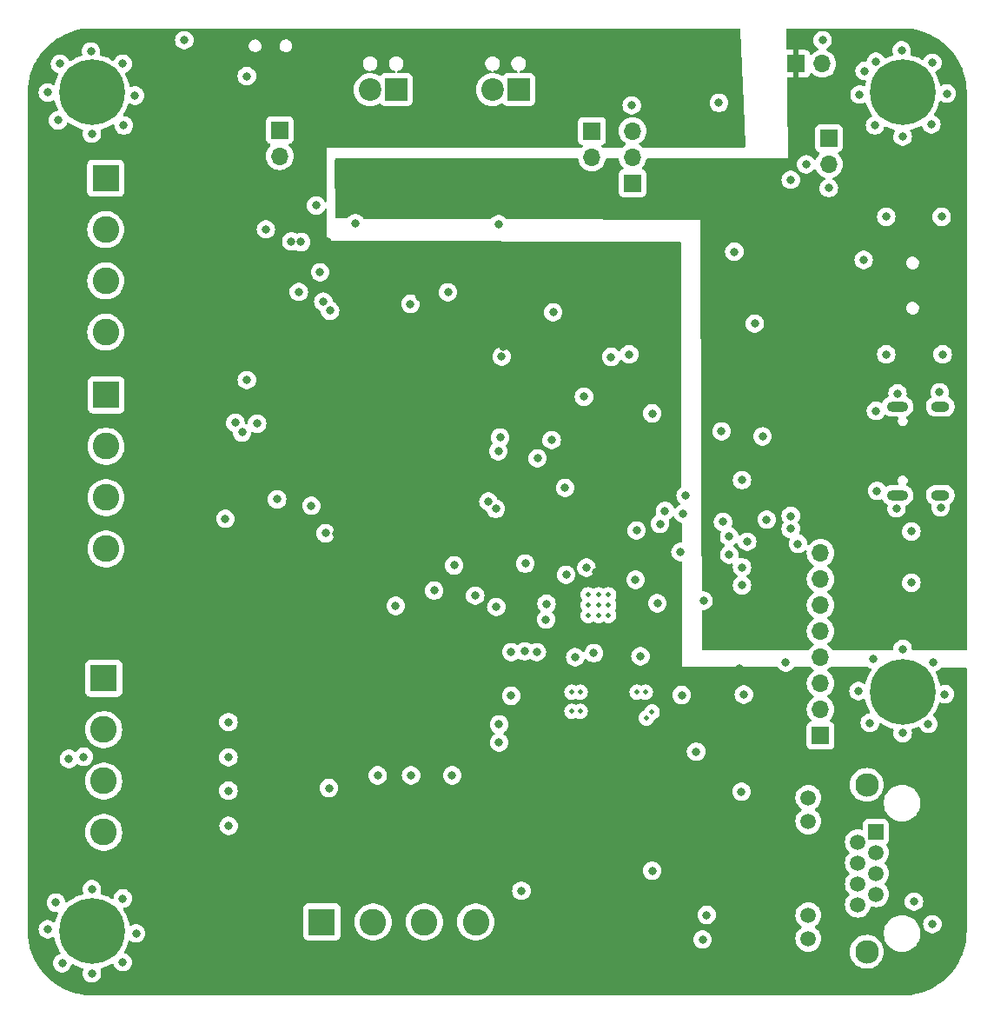
<source format=gbr>
%TF.GenerationSoftware,KiCad,Pcbnew,7.0.7*%
%TF.CreationDate,2024-04-15T16:49:56-05:00*%
%TF.ProjectId,Rev2.1,52657632-2e31-42e6-9b69-6361645f7063,rev?*%
%TF.SameCoordinates,Original*%
%TF.FileFunction,Copper,L3,Inr*%
%TF.FilePolarity,Positive*%
%FSLAX46Y46*%
G04 Gerber Fmt 4.6, Leading zero omitted, Abs format (unit mm)*
G04 Created by KiCad (PCBNEW 7.0.7) date 2024-04-15 16:49:56*
%MOMM*%
%LPD*%
G01*
G04 APERTURE LIST*
%TA.AperFunction,ComponentPad*%
%ADD10C,0.800000*%
%TD*%
%TA.AperFunction,ComponentPad*%
%ADD11C,6.400000*%
%TD*%
%TA.AperFunction,ComponentPad*%
%ADD12O,2.100000X1.000000*%
%TD*%
%TA.AperFunction,ComponentPad*%
%ADD13O,1.800000X1.000000*%
%TD*%
%TA.AperFunction,ComponentPad*%
%ADD14R,1.700000X1.700000*%
%TD*%
%TA.AperFunction,ComponentPad*%
%ADD15O,1.700000X1.700000*%
%TD*%
%TA.AperFunction,ComponentPad*%
%ADD16R,2.200000X2.200000*%
%TD*%
%TA.AperFunction,ComponentPad*%
%ADD17C,2.200000*%
%TD*%
%TA.AperFunction,ComponentPad*%
%ADD18R,2.600000X2.600000*%
%TD*%
%TA.AperFunction,ComponentPad*%
%ADD19C,2.600000*%
%TD*%
%TA.AperFunction,ComponentPad*%
%ADD20C,0.500000*%
%TD*%
%TA.AperFunction,ComponentPad*%
%ADD21R,1.500000X1.500000*%
%TD*%
%TA.AperFunction,ComponentPad*%
%ADD22C,1.500000*%
%TD*%
%TA.AperFunction,ComponentPad*%
%ADD23C,2.300000*%
%TD*%
%TA.AperFunction,ViaPad*%
%ADD24C,0.800000*%
%TD*%
%TA.AperFunction,ViaPad*%
%ADD25C,0.500000*%
%TD*%
G04 APERTURE END LIST*
D10*
%TO.N,GND*%
%TO.C,H4*%
X184000000Y-64500000D03*
X184702944Y-62802944D03*
X184702944Y-66197056D03*
X186400000Y-62100000D03*
D11*
X186400000Y-64500000D03*
D10*
X186400000Y-66900000D03*
X188097056Y-62802944D03*
X188097056Y-66197056D03*
X188800000Y-64500000D03*
%TD*%
D12*
%TO.N,GND*%
%TO.C,P2*%
X185895000Y-103720000D03*
D13*
X190075000Y-103720000D03*
D12*
X185895000Y-95080000D03*
D13*
X190075000Y-95080000D03*
%TD*%
D14*
%TO.N,+5V*%
%TO.C,J12*%
X176025000Y-61700000D03*
D15*
%TO.N,GND*%
X178565000Y-61700000D03*
%TD*%
D16*
%TO.N,/CAN2-*%
%TO.C,J2*%
X137050000Y-64225000D03*
D17*
%TO.N,/CAN2+*%
X134510000Y-64225000D03*
%TD*%
D18*
%TO.N,GPIO1*%
%TO.C,J7*%
X108750000Y-72850000D03*
D19*
%TO.N,GPIO2*%
X108750000Y-77850000D03*
%TO.N,GPIO3*%
X108750000Y-82850000D03*
%TO.N,GPIO4*%
X108750000Y-87850000D03*
%TD*%
D10*
%TO.N,GND*%
%TO.C,H1*%
X105000000Y-64500000D03*
X105702944Y-62802944D03*
X105702944Y-66197056D03*
X107400000Y-62100000D03*
D11*
X107400000Y-64500000D03*
D10*
X107400000Y-66900000D03*
X109097056Y-62802944D03*
X109097056Y-66197056D03*
X109800000Y-64500000D03*
%TD*%
%TO.N,GND*%
%TO.C,H2*%
X105000000Y-146200000D03*
X105702944Y-144502944D03*
X105702944Y-147897056D03*
X107400000Y-143800000D03*
D11*
X107400000Y-146200000D03*
D10*
X107400000Y-148600000D03*
X109097056Y-144502944D03*
X109097056Y-147897056D03*
X109800000Y-146200000D03*
%TD*%
D14*
%TO.N,/CAN1-*%
%TO.C,J3*%
X156125000Y-68250000D03*
D15*
%TO.N,/CAN1+*%
X156125000Y-70790000D03*
%TD*%
D14*
%TO.N,+3.3V*%
%TO.C,J11*%
X179200000Y-68950000D03*
D15*
%TO.N,GND*%
X179200000Y-71490000D03*
%TD*%
D20*
%TO.N,GND*%
%TO.C,U8*%
X157750000Y-115425000D03*
X157750000Y-114425000D03*
X157750000Y-113425000D03*
X156750000Y-115425000D03*
X156750000Y-114425000D03*
X156750000Y-113425000D03*
X155750000Y-115425000D03*
X155750000Y-114425000D03*
X155750000Y-113425000D03*
%TD*%
D14*
%TO.N,/CAN2-*%
%TO.C,J1*%
X125700000Y-68150000D03*
D15*
%TO.N,/CAN2+*%
X125700000Y-70690000D03*
%TD*%
D18*
%TO.N,Net-(J9-Pin_1)*%
%TO.C,J9*%
X129800000Y-145280000D03*
D19*
%TO.N,Net-(J9-Pin_2)*%
X134800000Y-145280000D03*
%TO.N,Net-(J9-Pin_3)*%
X139800000Y-145280000D03*
%TO.N,Net-(J9-Pin_4)*%
X144800000Y-145280000D03*
%TD*%
D14*
%TO.N,SYS_JTMS_SWDIO*%
%TO.C,J5*%
X160075000Y-73325000D03*
D15*
%TO.N,SYS_JTCK_SWCLK*%
X160075000Y-70785000D03*
%TO.N,GND*%
X160075000Y-68245000D03*
%TD*%
D16*
%TO.N,/CAN1-*%
%TO.C,J4*%
X148970000Y-64225000D03*
D17*
%TO.N,/CAN1+*%
X146430000Y-64225000D03*
%TD*%
D18*
%TO.N,GPIO5*%
%TO.C,J14*%
X108780000Y-93950000D03*
D19*
%TO.N,GPIO6*%
X108780000Y-98950000D03*
%TO.N,GPIO7*%
X108780000Y-103950000D03*
%TO.N,GPIO8*%
X108780000Y-108950000D03*
%TD*%
D21*
%TO.N,/Ethernet/TX->ESD+*%
%TO.C,J13*%
X183800000Y-136500000D03*
D22*
%TO.N,/Ethernet/TX->ESD-*%
X182020000Y-137516000D03*
%TO.N,/Ethernet/RX->ESD+*%
X183800000Y-138532000D03*
%TO.N,Net-(J13-Pad4)*%
X182020000Y-139548000D03*
X183800000Y-140564000D03*
%TO.N,/Ethernet/RX->ESD-*%
X182020000Y-141580000D03*
%TO.N,Net-(J13-Pad7)*%
X183800000Y-142596000D03*
X182020000Y-143612000D03*
%TO.N,Net-(J13-Pad9)*%
X177200000Y-133200000D03*
%TO.N,INTSEL_LED*%
X177200000Y-135490000D03*
%TO.N,Net-(J13-Pad11)*%
X177200000Y-144630000D03*
%TO.N,REGOFF_LED*%
X177200000Y-146920000D03*
D23*
%TO.N,N/C*%
X182910000Y-131930000D03*
X182910000Y-148190000D03*
%TD*%
D14*
%TO.N,GP5*%
%TO.C,J10*%
X178400000Y-127135000D03*
D15*
%TO.N,GP4*%
X178400000Y-124595000D03*
%TO.N,GP3*%
X178400000Y-122055000D03*
%TO.N,GP2*%
X178400000Y-119515000D03*
%TO.N,GP1*%
X178400000Y-116975000D03*
%TO.N,GP0*%
X178400000Y-114435000D03*
%TO.N,CTS*%
X178400000Y-111895000D03*
%TO.N,RTS*%
X178400000Y-109355000D03*
%TD*%
D10*
%TO.N,GND*%
%TO.C,H3*%
X184000000Y-122900000D03*
X184702944Y-121202944D03*
X184702944Y-124597056D03*
X186400000Y-120500000D03*
D11*
X186400000Y-122900000D03*
D10*
X186400000Y-125300000D03*
X188097056Y-121202944D03*
X188097056Y-124597056D03*
X188800000Y-122900000D03*
%TD*%
D18*
%TO.N,Net-(J8-Pin_1)*%
%TO.C,J8*%
X108550000Y-121550000D03*
D19*
%TO.N,Net-(J8-Pin_2)*%
X108550000Y-126550000D03*
%TO.N,Net-(J8-Pin_3)*%
X108550000Y-131550000D03*
%TO.N,Net-(J8-Pin_4)*%
X108550000Y-136550000D03*
%TD*%
D24*
%TO.N,+3.3V*%
X150775000Y-85925000D03*
X127100000Y-62775000D03*
X169550000Y-131700000D03*
X138600000Y-110625000D03*
X157683200Y-96469200D03*
X138500000Y-114500000D03*
X142500000Y-113000000D03*
X156508212Y-111232704D03*
X148625000Y-111800000D03*
X125750000Y-98750000D03*
X128700000Y-92300000D03*
X163525000Y-126350000D03*
X150750000Y-103700000D03*
X127675000Y-74500000D03*
X127625000Y-85650000D03*
X121650000Y-78375000D03*
X167900000Y-123100000D03*
X139344400Y-84480400D03*
X159721459Y-115713128D03*
X131250000Y-107500000D03*
X120294400Y-104190800D03*
X122936000Y-107086400D03*
X147497403Y-89237168D03*
X130375000Y-79025000D03*
X164800000Y-68925000D03*
X126425000Y-84950000D03*
X167400000Y-67300000D03*
X152196800Y-94132400D03*
X153800000Y-116500000D03*
X158118772Y-110581228D03*
X153500000Y-101250000D03*
X120853200Y-109728000D03*
X153822400Y-94132400D03*
X163800000Y-101200000D03*
X170500000Y-120600000D03*
X135575000Y-83850000D03*
%TO.N,GND*%
X170750000Y-112500000D03*
X130167358Y-107417358D03*
X190000000Y-93700000D03*
X107300000Y-60500000D03*
X182200000Y-64700000D03*
X186400000Y-68800000D03*
X162000000Y-95750000D03*
X178600000Y-59400000D03*
X122500000Y-92500000D03*
X152196800Y-98348800D03*
X170750000Y-102250000D03*
X183800000Y-95500000D03*
X147025000Y-77325000D03*
X183200000Y-125900000D03*
X140750000Y-113000000D03*
X182700000Y-62400000D03*
X138430000Y-85090000D03*
X138500000Y-131000000D03*
X183800000Y-61500000D03*
X190100000Y-104900000D03*
X162000000Y-140300000D03*
X116400000Y-59400000D03*
X182600000Y-80800000D03*
X121380900Y-96666800D03*
X170700000Y-132600000D03*
X137000000Y-114500000D03*
X179200000Y-73800000D03*
X185900000Y-93800000D03*
X129250000Y-75500000D03*
X175500000Y-73000000D03*
X142500000Y-131000000D03*
X120700000Y-132500000D03*
X147075000Y-127810000D03*
X187250000Y-107250000D03*
X183900000Y-103300000D03*
X135250000Y-131000000D03*
X170750000Y-110750000D03*
X133075000Y-77225000D03*
X186400000Y-126900000D03*
X188900000Y-126000000D03*
X164875362Y-123181410D03*
X167000000Y-114000000D03*
X104100000Y-67200000D03*
X153500000Y-103000000D03*
X172000000Y-87000000D03*
X190500000Y-123100000D03*
X158000000Y-90250000D03*
X177000000Y-71500000D03*
X152349200Y-85902800D03*
X190300000Y-90000000D03*
X120396000Y-106019600D03*
X185800000Y-105000000D03*
X168750000Y-97500000D03*
X155346400Y-94132400D03*
X103100000Y-64500000D03*
X128778000Y-104749600D03*
X159750000Y-90000000D03*
X130500000Y-132250000D03*
X111600000Y-64800000D03*
X166275000Y-128700000D03*
X189200000Y-67600000D03*
X142100000Y-83950000D03*
X107400000Y-68500000D03*
X162500000Y-114250000D03*
X184800000Y-90000000D03*
X167300000Y-144600000D03*
X127558800Y-83921600D03*
X147075000Y-126050000D03*
X110400000Y-143000000D03*
X120700000Y-125825000D03*
X183700000Y-67700000D03*
X104300000Y-61700000D03*
X122025000Y-97600000D03*
X123500000Y-96750000D03*
X148250000Y-119000000D03*
X149250000Y-142250000D03*
X183500000Y-119700000D03*
X103100000Y-146000000D03*
X190200000Y-76600000D03*
X182100000Y-122800000D03*
X172750000Y-98000000D03*
X107400000Y-142100000D03*
X170000000Y-80000000D03*
X186300000Y-60400000D03*
X146800000Y-114600000D03*
X184800000Y-76600000D03*
X189300000Y-61600000D03*
X110400000Y-149200000D03*
X170925000Y-123125000D03*
X125444330Y-104120301D03*
X111700000Y-146400000D03*
X160375000Y-111950000D03*
X144750000Y-113500000D03*
X126824500Y-79000000D03*
X107400000Y-150300000D03*
X166900000Y-147000000D03*
X120725000Y-135925000D03*
X168500000Y-65500000D03*
X110400000Y-61700000D03*
X122500000Y-62900000D03*
X120700000Y-129250000D03*
X127769306Y-79055694D03*
X186400000Y-118700000D03*
X148250000Y-123250000D03*
X147320000Y-90220800D03*
X110500000Y-67700000D03*
X149625000Y-110375000D03*
X103900000Y-143400000D03*
X160000000Y-65750000D03*
X187250000Y-112250000D03*
X190700000Y-64600000D03*
X189400000Y-120000000D03*
X104500000Y-149300000D03*
%TO.N,Net-(C11-Pad1)*%
X156300000Y-119100000D03*
X150750000Y-119000000D03*
X160850000Y-119400000D03*
X154500000Y-119500000D03*
%TO.N,+5V*%
X183700000Y-101900000D03*
X176000000Y-64300000D03*
X134775000Y-76125000D03*
X176000000Y-59300000D03*
X174550000Y-100850000D03*
X169900000Y-83175000D03*
X183900000Y-97000000D03*
X167325000Y-89225000D03*
X148425000Y-76100000D03*
%TO.N,Net-(D1-A)*%
X175500000Y-107000000D03*
X165000000Y-105500000D03*
%TO.N,Net-(D2-A)*%
X165250000Y-103750000D03*
X175500000Y-105750000D03*
%TO.N,GP5*%
X163250000Y-105250000D03*
X169500000Y-107750000D03*
%TO.N,GP4*%
X162750000Y-106500000D03*
X171250000Y-108250000D03*
%TO.N,GP3*%
X164750000Y-109250000D03*
X175000000Y-120000000D03*
%TO.N,CTS*%
X173150000Y-106100000D03*
X168900000Y-106325500D03*
%TO.N,RTS*%
X169500000Y-109500000D03*
X176200000Y-108450000D03*
D25*
%TO.N,/Ethernet/TX+*%
X161983833Y-124843147D03*
X161325000Y-122910302D03*
%TO.N,/Ethernet/TX-*%
X160525000Y-122910302D03*
X161418147Y-125408833D03*
%TO.N,/Ethernet/RX+*%
X154975000Y-124773300D03*
X154975000Y-122910302D03*
D24*
%TO.N,Net-(J13-Pad4)*%
X189300000Y-145500000D03*
X187500000Y-143300000D03*
D25*
%TO.N,/Ethernet/RX-*%
X154175000Y-122910302D03*
X154175000Y-124773300D03*
D24*
%TO.N,ETH_REF_CLK*%
X105150500Y-129400000D03*
X106600000Y-129200000D03*
%TO.N,Net-(U8-RXER{slash}PHYAD0)*%
X153609621Y-111466723D03*
X155583810Y-110774042D03*
%TO.N,ETH_TX_EN*%
X142700000Y-110550000D03*
X149575000Y-118925000D03*
%TO.N,ETH_TXD0*%
X151696766Y-114303234D03*
X146039623Y-104331611D03*
%TO.N,ETH_TXD1*%
X146745603Y-105039140D03*
X151650000Y-115825000D03*
%TO.N,USART1_TX*%
X160475000Y-107150000D03*
X147175000Y-98100000D03*
%TO.N,USART1_RX*%
X150825000Y-100125000D03*
X147000000Y-99425000D03*
%TO.N,LSM6DSOX_CS*%
X124350500Y-77825077D03*
X130600500Y-85750000D03*
%TO.N,LSM6DSOX_int1*%
X129625000Y-82000000D03*
X129950000Y-84875000D03*
%TD*%
%TA.AperFunction,Conductor*%
%TO.N,+3.3V*%
G36*
X170553439Y-58270185D02*
G01*
X170599194Y-58322989D01*
X170610309Y-58369762D01*
X170887874Y-65632708D01*
X171045080Y-69746265D01*
X171027969Y-69814007D01*
X170976951Y-69861745D01*
X170921170Y-69875000D01*
X161126258Y-69875000D01*
X161059219Y-69855315D01*
X161038577Y-69838681D01*
X160946402Y-69746506D01*
X160946396Y-69746501D01*
X160760842Y-69616575D01*
X160717217Y-69561998D01*
X160710023Y-69492500D01*
X160741546Y-69430145D01*
X160760842Y-69413425D01*
X160835507Y-69361144D01*
X160946401Y-69283495D01*
X161113495Y-69116401D01*
X161249035Y-68922830D01*
X161348903Y-68708663D01*
X161410063Y-68480408D01*
X161430659Y-68245000D01*
X161410063Y-68009592D01*
X161348903Y-67781337D01*
X161249035Y-67567171D01*
X161200515Y-67497876D01*
X161113494Y-67373597D01*
X160946402Y-67206506D01*
X160946392Y-67206498D01*
X160752834Y-67070967D01*
X160752830Y-67070965D01*
X160658785Y-67027111D01*
X160538663Y-66971097D01*
X160538659Y-66971096D01*
X160538655Y-66971094D01*
X160310413Y-66909938D01*
X160310403Y-66909936D01*
X160119444Y-66893229D01*
X160054375Y-66867776D01*
X160049755Y-66861396D01*
X159999837Y-66893477D01*
X159975710Y-66898027D01*
X159965464Y-66898924D01*
X159839596Y-66909936D01*
X159839586Y-66909938D01*
X159611344Y-66971094D01*
X159611335Y-66971098D01*
X159397171Y-67070964D01*
X159397169Y-67070965D01*
X159203597Y-67206505D01*
X159036505Y-67373597D01*
X158900965Y-67567169D01*
X158900964Y-67567171D01*
X158801098Y-67781335D01*
X158801094Y-67781344D01*
X158739938Y-68009586D01*
X158739936Y-68009596D01*
X158719341Y-68244999D01*
X158719341Y-68245000D01*
X158739936Y-68480403D01*
X158739938Y-68480413D01*
X158801094Y-68708655D01*
X158801096Y-68708659D01*
X158801097Y-68708663D01*
X158875530Y-68868284D01*
X158900965Y-68922830D01*
X158900967Y-68922834D01*
X159036501Y-69116395D01*
X159036506Y-69116402D01*
X159203597Y-69283493D01*
X159203603Y-69283498D01*
X159389158Y-69413425D01*
X159432783Y-69468002D01*
X159439977Y-69537500D01*
X159408454Y-69599855D01*
X159389158Y-69616575D01*
X159203600Y-69746503D01*
X159157512Y-69792592D01*
X159111421Y-69838682D01*
X159050101Y-69872166D01*
X159023742Y-69875000D01*
X157171258Y-69875000D01*
X157104219Y-69855315D01*
X157083577Y-69838681D01*
X157041569Y-69796673D01*
X157008084Y-69735350D01*
X157013068Y-69665658D01*
X157054940Y-69609725D01*
X157085915Y-69592810D01*
X157217331Y-69543796D01*
X157332546Y-69457546D01*
X157418796Y-69342331D01*
X157469091Y-69207483D01*
X157475500Y-69147873D01*
X157475499Y-67352128D01*
X157469091Y-67292517D01*
X157454027Y-67252129D01*
X157418797Y-67157671D01*
X157418793Y-67157664D01*
X157332547Y-67042455D01*
X157332544Y-67042452D01*
X157217335Y-66956206D01*
X157217328Y-66956202D01*
X157082482Y-66905908D01*
X157082483Y-66905908D01*
X157022883Y-66899501D01*
X157022881Y-66899500D01*
X157022873Y-66899500D01*
X157022864Y-66899500D01*
X155227129Y-66899500D01*
X155227123Y-66899501D01*
X155167516Y-66905908D01*
X155032671Y-66956202D01*
X155032664Y-66956206D01*
X154917455Y-67042452D01*
X154917452Y-67042455D01*
X154831206Y-67157664D01*
X154831202Y-67157671D01*
X154780908Y-67292517D01*
X154774501Y-67352116D01*
X154774501Y-67352123D01*
X154774500Y-67352135D01*
X154774500Y-69147870D01*
X154774501Y-69147876D01*
X154780908Y-69207483D01*
X154831202Y-69342328D01*
X154831206Y-69342335D01*
X154917452Y-69457544D01*
X154917455Y-69457547D01*
X155032664Y-69543793D01*
X155032671Y-69543797D01*
X155164082Y-69592810D01*
X155220016Y-69634681D01*
X155244433Y-69700145D01*
X155229582Y-69768418D01*
X155208431Y-69796672D01*
X155166424Y-69838680D01*
X155105102Y-69872166D01*
X155078742Y-69875000D01*
X130300000Y-69875000D01*
X130300000Y-75054879D01*
X130280315Y-75121918D01*
X130227511Y-75167673D01*
X130158353Y-75177617D01*
X130094797Y-75148592D01*
X130068613Y-75116879D01*
X130032817Y-75054879D01*
X129982533Y-74967784D01*
X129855871Y-74827112D01*
X129855870Y-74827111D01*
X129702734Y-74715851D01*
X129702729Y-74715848D01*
X129529807Y-74638857D01*
X129529802Y-74638855D01*
X129384001Y-74607865D01*
X129344646Y-74599500D01*
X129155354Y-74599500D01*
X129122897Y-74606398D01*
X128970197Y-74638855D01*
X128970192Y-74638857D01*
X128797270Y-74715848D01*
X128797265Y-74715851D01*
X128644129Y-74827111D01*
X128517466Y-74967785D01*
X128422821Y-75131715D01*
X128422818Y-75131722D01*
X128364327Y-75311740D01*
X128364326Y-75311744D01*
X128344540Y-75500000D01*
X128364326Y-75688256D01*
X128364327Y-75688259D01*
X128422818Y-75868277D01*
X128422821Y-75868284D01*
X128517467Y-76032216D01*
X128640864Y-76169262D01*
X128644129Y-76172888D01*
X128797265Y-76284148D01*
X128797270Y-76284151D01*
X128970192Y-76361142D01*
X128970197Y-76361144D01*
X129155354Y-76400500D01*
X129155355Y-76400500D01*
X129344644Y-76400500D01*
X129344646Y-76400500D01*
X129529803Y-76361144D01*
X129702730Y-76284151D01*
X129855871Y-76172888D01*
X129982533Y-76032216D01*
X130068613Y-75883119D01*
X130119179Y-75834905D01*
X130187786Y-75821681D01*
X130252651Y-75847649D01*
X130293180Y-75904563D01*
X130300000Y-75945120D01*
X130300000Y-76375000D01*
X130300000Y-78925000D01*
X164676658Y-79024642D01*
X164743640Y-79044520D01*
X164789241Y-79097457D01*
X164800298Y-79148341D01*
X164857604Y-102859123D01*
X164838081Y-102926210D01*
X164801741Y-102960947D01*
X164802527Y-102962029D01*
X164644129Y-103077111D01*
X164517466Y-103217785D01*
X164422821Y-103381715D01*
X164422818Y-103381722D01*
X164364327Y-103561740D01*
X164364326Y-103561744D01*
X164344540Y-103750000D01*
X164364326Y-103938256D01*
X164364327Y-103938259D01*
X164422818Y-104118277D01*
X164422821Y-104118284D01*
X164517467Y-104282216D01*
X164644129Y-104422888D01*
X164683585Y-104451554D01*
X164726250Y-104506884D01*
X164732229Y-104576497D01*
X164699623Y-104638292D01*
X164661136Y-104665151D01*
X164547267Y-104715850D01*
X164547265Y-104715851D01*
X164394129Y-104827111D01*
X164394128Y-104827112D01*
X164291898Y-104940649D01*
X164232411Y-104977297D01*
X164162554Y-104975966D01*
X164104506Y-104937079D01*
X164081817Y-104895991D01*
X164077180Y-104881720D01*
X164077179Y-104881716D01*
X163982533Y-104717784D01*
X163855871Y-104577112D01*
X163855025Y-104576497D01*
X163702734Y-104465851D01*
X163702729Y-104465848D01*
X163529807Y-104388857D01*
X163529802Y-104388855D01*
X163384001Y-104357865D01*
X163344646Y-104349500D01*
X163155354Y-104349500D01*
X163122897Y-104356398D01*
X162970197Y-104388855D01*
X162970192Y-104388857D01*
X162797270Y-104465848D01*
X162797265Y-104465851D01*
X162644129Y-104577111D01*
X162517466Y-104717785D01*
X162422821Y-104881715D01*
X162422818Y-104881722D01*
X162364327Y-105061740D01*
X162364326Y-105061744D01*
X162344540Y-105250000D01*
X162364326Y-105438256D01*
X162364327Y-105438259D01*
X162400146Y-105548498D01*
X162402141Y-105618339D01*
X162366061Y-105678172D01*
X162332653Y-105700095D01*
X162297266Y-105715850D01*
X162144129Y-105827111D01*
X162017466Y-105967785D01*
X161922821Y-106131715D01*
X161922818Y-106131722D01*
X161871762Y-106288857D01*
X161864326Y-106311744D01*
X161844540Y-106500000D01*
X161864326Y-106688256D01*
X161864327Y-106688259D01*
X161922818Y-106868277D01*
X161922821Y-106868284D01*
X162017467Y-107032216D01*
X162144128Y-107172887D01*
X162144129Y-107172888D01*
X162297265Y-107284148D01*
X162297270Y-107284151D01*
X162470192Y-107361142D01*
X162470197Y-107361144D01*
X162655354Y-107400500D01*
X162655355Y-107400500D01*
X162844644Y-107400500D01*
X162844646Y-107400500D01*
X163029803Y-107361144D01*
X163202730Y-107284151D01*
X163355871Y-107172888D01*
X163482533Y-107032216D01*
X163577179Y-106868284D01*
X163635674Y-106688256D01*
X163655460Y-106500000D01*
X163635674Y-106311744D01*
X163599852Y-106201498D01*
X163597858Y-106131661D01*
X163633938Y-106071828D01*
X163667347Y-106049904D01*
X163702730Y-106034151D01*
X163855871Y-105922888D01*
X163958101Y-105809350D01*
X164017587Y-105772702D01*
X164087444Y-105774033D01*
X164145492Y-105812919D01*
X164168181Y-105854004D01*
X164172819Y-105868280D01*
X164172821Y-105868284D01*
X164267467Y-106032216D01*
X164357063Y-106131722D01*
X164394129Y-106172888D01*
X164547265Y-106284148D01*
X164547270Y-106284151D01*
X164720192Y-106361142D01*
X164720197Y-106361144D01*
X164768168Y-106371340D01*
X164829647Y-106404529D01*
X164863425Y-106465692D01*
X164866386Y-106492329D01*
X164870574Y-108225200D01*
X164851051Y-108292287D01*
X164798358Y-108338170D01*
X164746574Y-108349500D01*
X164655354Y-108349500D01*
X164622897Y-108356398D01*
X164470197Y-108388855D01*
X164470192Y-108388857D01*
X164297270Y-108465848D01*
X164297265Y-108465851D01*
X164144129Y-108577111D01*
X164017466Y-108717785D01*
X163922821Y-108881715D01*
X163922818Y-108881722D01*
X163864327Y-109061740D01*
X163864326Y-109061744D01*
X163844540Y-109250000D01*
X163864326Y-109438256D01*
X163864327Y-109438259D01*
X163922818Y-109618277D01*
X163922821Y-109618284D01*
X164017467Y-109782216D01*
X164135133Y-109912897D01*
X164144129Y-109922888D01*
X164297265Y-110034148D01*
X164297270Y-110034151D01*
X164470192Y-110111142D01*
X164470197Y-110111144D01*
X164655354Y-110150500D01*
X164655355Y-110150500D01*
X164751527Y-110150500D01*
X164818566Y-110170185D01*
X164864321Y-110222989D01*
X164875526Y-110274198D01*
X164900000Y-120400000D01*
X174139377Y-120433573D01*
X174206341Y-120453500D01*
X174246310Y-120495570D01*
X174260594Y-120520312D01*
X174267467Y-120532216D01*
X174394129Y-120672888D01*
X174547265Y-120784148D01*
X174547270Y-120784151D01*
X174720192Y-120861142D01*
X174720197Y-120861144D01*
X174905354Y-120900500D01*
X174905355Y-120900500D01*
X175094644Y-120900500D01*
X175094646Y-120900500D01*
X175279803Y-120861144D01*
X175452730Y-120784151D01*
X175605871Y-120672888D01*
X175732533Y-120532216D01*
X175750084Y-120501815D01*
X175800647Y-120453602D01*
X175857918Y-120439817D01*
X177369503Y-120445310D01*
X177436469Y-120465238D01*
X177456732Y-120481628D01*
X177528597Y-120553493D01*
X177528603Y-120553498D01*
X177714158Y-120683425D01*
X177757783Y-120738002D01*
X177764977Y-120807500D01*
X177733454Y-120869855D01*
X177714158Y-120886575D01*
X177528597Y-121016505D01*
X177361505Y-121183597D01*
X177225965Y-121377169D01*
X177225964Y-121377171D01*
X177126098Y-121591335D01*
X177126094Y-121591344D01*
X177064938Y-121819586D01*
X177064936Y-121819596D01*
X177044341Y-122054999D01*
X177044341Y-122055000D01*
X177064936Y-122290403D01*
X177064938Y-122290413D01*
X177126094Y-122518655D01*
X177126096Y-122518659D01*
X177126097Y-122518663D01*
X177160661Y-122592785D01*
X177225965Y-122732830D01*
X177225967Y-122732834D01*
X177242694Y-122756722D01*
X177341536Y-122897883D01*
X177361501Y-122926395D01*
X177361506Y-122926402D01*
X177528597Y-123093493D01*
X177528603Y-123093498D01*
X177714158Y-123223425D01*
X177757783Y-123278002D01*
X177764977Y-123347500D01*
X177733454Y-123409855D01*
X177714158Y-123426575D01*
X177528597Y-123556505D01*
X177361505Y-123723597D01*
X177225965Y-123917169D01*
X177225964Y-123917171D01*
X177126098Y-124131335D01*
X177126094Y-124131344D01*
X177064938Y-124359586D01*
X177064936Y-124359596D01*
X177044341Y-124594999D01*
X177044341Y-124595000D01*
X177064936Y-124830403D01*
X177064938Y-124830413D01*
X177126094Y-125058655D01*
X177126096Y-125058659D01*
X177126097Y-125058663D01*
X177195242Y-125206944D01*
X177225965Y-125272830D01*
X177225967Y-125272834D01*
X177292453Y-125367785D01*
X177361501Y-125466396D01*
X177361506Y-125466402D01*
X177483430Y-125588326D01*
X177516915Y-125649649D01*
X177511931Y-125719341D01*
X177470059Y-125775274D01*
X177439083Y-125792189D01*
X177307669Y-125841203D01*
X177307664Y-125841206D01*
X177192455Y-125927452D01*
X177192452Y-125927455D01*
X177106206Y-126042664D01*
X177106202Y-126042671D01*
X177055908Y-126177517D01*
X177050846Y-126224609D01*
X177049501Y-126237123D01*
X177049500Y-126237135D01*
X177049500Y-128032870D01*
X177049501Y-128032876D01*
X177055908Y-128092483D01*
X177106202Y-128227328D01*
X177106206Y-128227335D01*
X177192452Y-128342544D01*
X177192455Y-128342547D01*
X177307664Y-128428793D01*
X177307671Y-128428797D01*
X177442517Y-128479091D01*
X177442516Y-128479091D01*
X177449444Y-128479835D01*
X177502127Y-128485500D01*
X179297872Y-128485499D01*
X179357483Y-128479091D01*
X179492331Y-128428796D01*
X179607546Y-128342546D01*
X179693796Y-128227331D01*
X179744091Y-128092483D01*
X179750500Y-128032873D01*
X179750499Y-126237128D01*
X179744091Y-126177517D01*
X179732017Y-126145146D01*
X179693797Y-126042671D01*
X179693793Y-126042664D01*
X179607547Y-125927455D01*
X179607544Y-125927452D01*
X179492335Y-125841206D01*
X179492328Y-125841202D01*
X179360917Y-125792189D01*
X179304983Y-125750318D01*
X179280566Y-125684853D01*
X179295418Y-125616580D01*
X179316563Y-125588332D01*
X179438495Y-125466401D01*
X179574035Y-125272830D01*
X179673903Y-125058663D01*
X179735063Y-124830408D01*
X179755659Y-124595000D01*
X179735063Y-124359592D01*
X179673903Y-124131337D01*
X179574035Y-123917171D01*
X179568420Y-123909151D01*
X179438494Y-123723597D01*
X179271402Y-123556506D01*
X179271396Y-123556501D01*
X179085842Y-123426575D01*
X179042217Y-123371998D01*
X179035023Y-123302500D01*
X179066546Y-123240145D01*
X179085842Y-123223425D01*
X179226407Y-123125000D01*
X179271401Y-123093495D01*
X179438495Y-122926401D01*
X179574035Y-122732830D01*
X179673903Y-122518663D01*
X179735063Y-122290408D01*
X179755659Y-122055000D01*
X179735063Y-121819592D01*
X179673903Y-121591337D01*
X179574035Y-121377171D01*
X179438495Y-121183599D01*
X179438494Y-121183597D01*
X179271402Y-121016506D01*
X179271401Y-121016505D01*
X179085842Y-120886575D01*
X179085841Y-120886574D01*
X179042216Y-120831997D01*
X179035024Y-120762498D01*
X179066546Y-120700144D01*
X179085836Y-120683428D01*
X179271401Y-120553495D01*
X179335806Y-120489089D01*
X179397125Y-120455607D01*
X179423921Y-120452775D01*
X182982546Y-120465706D01*
X183041309Y-120481563D01*
X183041334Y-120481508D01*
X183041691Y-120481666D01*
X183044085Y-120482313D01*
X183047265Y-120484149D01*
X183220192Y-120561142D01*
X183220197Y-120561144D01*
X183295321Y-120577112D01*
X183356803Y-120610304D01*
X183390579Y-120671467D01*
X183385927Y-120741182D01*
X183373535Y-120765937D01*
X183190877Y-121047206D01*
X183014787Y-121392802D01*
X182875788Y-121754905D01*
X182811315Y-121995521D01*
X182774950Y-122055181D01*
X182712102Y-122085710D01*
X182642727Y-122077415D01*
X182618655Y-122063746D01*
X182604601Y-122053535D01*
X182552730Y-122015849D01*
X182552728Y-122015848D01*
X182552729Y-122015848D01*
X182379807Y-121938857D01*
X182379802Y-121938855D01*
X182234001Y-121907865D01*
X182194646Y-121899500D01*
X182005354Y-121899500D01*
X181972897Y-121906398D01*
X181820197Y-121938855D01*
X181820192Y-121938857D01*
X181647270Y-122015848D01*
X181647265Y-122015851D01*
X181494129Y-122127111D01*
X181367466Y-122267785D01*
X181272821Y-122431715D01*
X181272818Y-122431722D01*
X181220486Y-122592785D01*
X181214326Y-122611744D01*
X181194540Y-122800000D01*
X181214326Y-122988256D01*
X181214327Y-122988259D01*
X181272818Y-123168277D01*
X181272821Y-123168284D01*
X181367467Y-123332216D01*
X181461610Y-123436772D01*
X181494129Y-123472888D01*
X181647265Y-123584148D01*
X181647270Y-123584151D01*
X181820192Y-123661142D01*
X181820197Y-123661144D01*
X182005354Y-123700500D01*
X182005355Y-123700500D01*
X182194644Y-123700500D01*
X182194646Y-123700500D01*
X182379803Y-123661144D01*
X182552730Y-123584151D01*
X182576459Y-123566910D01*
X182642264Y-123543430D01*
X182710318Y-123559255D01*
X182759014Y-123609359D01*
X182771817Y-123647829D01*
X182775398Y-123670433D01*
X182875784Y-124045081D01*
X182875788Y-124045094D01*
X183014787Y-124407197D01*
X183190877Y-124752793D01*
X183226706Y-124807965D01*
X183246710Y-124874910D01*
X183227344Y-124942042D01*
X183174759Y-124988048D01*
X183122711Y-124999500D01*
X183105354Y-124999500D01*
X183072897Y-125006398D01*
X182920197Y-125038855D01*
X182920192Y-125038857D01*
X182747270Y-125115848D01*
X182747265Y-125115851D01*
X182594129Y-125227111D01*
X182467466Y-125367785D01*
X182372821Y-125531715D01*
X182372818Y-125531722D01*
X182323063Y-125684853D01*
X182314326Y-125711744D01*
X182294540Y-125900000D01*
X182314326Y-126088256D01*
X182314327Y-126088259D01*
X182372818Y-126268277D01*
X182372821Y-126268284D01*
X182467467Y-126432216D01*
X182573524Y-126550004D01*
X182594129Y-126572888D01*
X182747265Y-126684148D01*
X182747270Y-126684151D01*
X182920192Y-126761142D01*
X182920197Y-126761144D01*
X183105354Y-126800500D01*
X183105355Y-126800500D01*
X183294644Y-126800500D01*
X183294646Y-126800500D01*
X183479803Y-126761144D01*
X183652730Y-126684151D01*
X183805871Y-126572888D01*
X183932533Y-126432216D01*
X184027179Y-126268284D01*
X184085674Y-126088256D01*
X184091959Y-126028455D01*
X184118542Y-125963843D01*
X184175839Y-125923858D01*
X184245658Y-125921198D01*
X184282814Y-125937424D01*
X184515080Y-126088259D01*
X184547211Y-126109125D01*
X184892806Y-126285214D01*
X185254913Y-126424214D01*
X185453277Y-126477365D01*
X185512936Y-126513729D01*
X185543465Y-126576576D01*
X185539113Y-126635457D01*
X185522644Y-126686144D01*
X185514326Y-126711744D01*
X185494540Y-126900000D01*
X185514326Y-127088256D01*
X185514327Y-127088259D01*
X185572818Y-127268277D01*
X185572821Y-127268284D01*
X185667467Y-127432216D01*
X185788918Y-127567101D01*
X185794129Y-127572888D01*
X185947265Y-127684148D01*
X185947270Y-127684151D01*
X186120192Y-127761142D01*
X186120197Y-127761144D01*
X186305354Y-127800500D01*
X186305355Y-127800500D01*
X186494644Y-127800500D01*
X186494646Y-127800500D01*
X186679803Y-127761144D01*
X186852730Y-127684151D01*
X187005871Y-127572888D01*
X187132533Y-127432216D01*
X187227179Y-127268284D01*
X187285674Y-127088256D01*
X187305460Y-126900000D01*
X187285674Y-126711744D01*
X187260885Y-126635454D01*
X187258890Y-126565617D01*
X187294970Y-126505784D01*
X187346720Y-126477365D01*
X187545087Y-126424214D01*
X187907194Y-126285214D01*
X187907202Y-126285209D01*
X187908465Y-126284725D01*
X187978106Y-126279077D01*
X188039745Y-126311977D01*
X188070833Y-126362167D01*
X188072821Y-126368284D01*
X188167467Y-126532216D01*
X188236737Y-126609148D01*
X188294129Y-126672888D01*
X188447265Y-126784148D01*
X188447270Y-126784151D01*
X188620192Y-126861142D01*
X188620197Y-126861144D01*
X188805354Y-126900500D01*
X188805355Y-126900500D01*
X188994644Y-126900500D01*
X188994646Y-126900500D01*
X189179803Y-126861144D01*
X189352730Y-126784151D01*
X189505871Y-126672888D01*
X189632533Y-126532216D01*
X189727179Y-126368284D01*
X189785674Y-126188256D01*
X189805460Y-126000000D01*
X189785674Y-125811744D01*
X189727179Y-125631716D01*
X189632533Y-125467784D01*
X189505871Y-125327112D01*
X189448717Y-125285587D01*
X189416629Y-125262274D01*
X189373964Y-125206944D01*
X189367985Y-125137330D01*
X189393153Y-125083915D01*
X189397876Y-125078084D01*
X189410488Y-125058664D01*
X189533486Y-124869263D01*
X189609125Y-124752789D01*
X189785214Y-124407194D01*
X189924214Y-124045087D01*
X189924894Y-124042552D01*
X189938279Y-123992595D01*
X189974643Y-123932934D01*
X190037489Y-123902404D01*
X190106865Y-123910698D01*
X190108411Y-123911373D01*
X190220197Y-123961144D01*
X190405354Y-124000500D01*
X190405355Y-124000500D01*
X190594644Y-124000500D01*
X190594646Y-124000500D01*
X190779803Y-123961144D01*
X190952730Y-123884151D01*
X191105871Y-123772888D01*
X191232533Y-123632216D01*
X191327179Y-123468284D01*
X191385674Y-123288256D01*
X191405460Y-123100000D01*
X191385674Y-122911744D01*
X191327179Y-122731716D01*
X191232533Y-122567784D01*
X191105871Y-122427112D01*
X191105870Y-122427111D01*
X190952734Y-122315851D01*
X190952729Y-122315848D01*
X190779807Y-122238857D01*
X190779802Y-122238855D01*
X190634000Y-122207865D01*
X190594646Y-122199500D01*
X190405354Y-122199500D01*
X190365999Y-122207865D01*
X190220198Y-122238855D01*
X190220193Y-122238857D01*
X190201278Y-122247278D01*
X190132028Y-122256559D01*
X190068753Y-122226928D01*
X190031542Y-122167791D01*
X190028377Y-122153407D01*
X190024602Y-122129567D01*
X189924214Y-121754913D01*
X189785214Y-121392806D01*
X189609125Y-121047211D01*
X189609122Y-121047206D01*
X189609121Y-121047204D01*
X189607502Y-121044399D01*
X189608426Y-121043865D01*
X189589670Y-120981130D01*
X189609025Y-120913995D01*
X189661604Y-120867981D01*
X189675360Y-120862587D01*
X189679796Y-120861145D01*
X189679803Y-120861144D01*
X189852730Y-120784151D01*
X190005871Y-120672888D01*
X190131786Y-120533044D01*
X190191269Y-120496398D01*
X190224376Y-120492020D01*
X192525951Y-120500384D01*
X192592918Y-120520312D01*
X192638481Y-120573282D01*
X192649500Y-120624382D01*
X192649500Y-146165649D01*
X192649500Y-146200000D01*
X192633491Y-146627864D01*
X192632112Y-146664706D01*
X192631765Y-146669331D01*
X192579958Y-147129133D01*
X192579266Y-147133719D01*
X192493244Y-147588357D01*
X192492212Y-147592879D01*
X192372453Y-148039827D01*
X192371085Y-148044259D01*
X192218260Y-148481010D01*
X192216565Y-148485327D01*
X192031527Y-148909438D01*
X192029515Y-148913617D01*
X191813314Y-149322691D01*
X191810995Y-149326707D01*
X191564812Y-149718505D01*
X191562199Y-149722337D01*
X191287438Y-150094626D01*
X191284546Y-150098253D01*
X190982713Y-150448989D01*
X190979558Y-150452389D01*
X190652389Y-150779558D01*
X190648989Y-150782713D01*
X190298253Y-151084546D01*
X190294626Y-151087438D01*
X189922337Y-151362199D01*
X189918505Y-151364812D01*
X189526707Y-151610995D01*
X189522691Y-151613314D01*
X189113617Y-151829515D01*
X189109438Y-151831527D01*
X188685327Y-152016565D01*
X188681010Y-152018260D01*
X188244259Y-152171085D01*
X188239827Y-152172453D01*
X187792879Y-152292212D01*
X187788357Y-152293244D01*
X187333719Y-152379266D01*
X187329134Y-152379957D01*
X187246698Y-152389246D01*
X186869331Y-152431765D01*
X186864711Y-152432111D01*
X186400000Y-152449500D01*
X107400000Y-152449500D01*
X106935286Y-152432111D01*
X106930668Y-152431765D01*
X106700767Y-152405861D01*
X106470861Y-152379957D01*
X106466280Y-152379266D01*
X106011642Y-152293244D01*
X106007120Y-152292212D01*
X105560172Y-152172453D01*
X105555740Y-152171085D01*
X105118989Y-152018260D01*
X105114672Y-152016565D01*
X104690561Y-151831527D01*
X104686382Y-151829515D01*
X104526668Y-151745104D01*
X104277301Y-151613310D01*
X104273292Y-151610995D01*
X103881494Y-151364812D01*
X103877662Y-151362199D01*
X103505373Y-151087438D01*
X103501746Y-151084546D01*
X103151010Y-150782713D01*
X103147610Y-150779558D01*
X102820441Y-150452389D01*
X102817286Y-150448989D01*
X102515453Y-150098253D01*
X102512561Y-150094626D01*
X102237800Y-149722337D01*
X102235187Y-149718505D01*
X101989004Y-149326707D01*
X101986694Y-149322707D01*
X101770481Y-148913611D01*
X101768472Y-148909438D01*
X101583434Y-148485327D01*
X101581739Y-148481010D01*
X101428914Y-148044259D01*
X101427546Y-148039827D01*
X101423088Y-148023191D01*
X101359037Y-147784148D01*
X101307787Y-147592879D01*
X101306755Y-147588357D01*
X101253188Y-147305246D01*
X101220732Y-147133713D01*
X101220045Y-147129160D01*
X101168232Y-146669312D01*
X101167889Y-146664737D01*
X101150500Y-146200000D01*
X101150500Y-146165649D01*
X101150500Y-146000000D01*
X102194540Y-146000000D01*
X102214326Y-146188256D01*
X102214327Y-146188259D01*
X102272818Y-146368277D01*
X102272821Y-146368284D01*
X102367467Y-146532216D01*
X102457063Y-146631722D01*
X102494129Y-146672888D01*
X102647265Y-146784148D01*
X102647270Y-146784151D01*
X102820192Y-146861142D01*
X102820197Y-146861144D01*
X103005354Y-146900500D01*
X103005355Y-146900500D01*
X103194644Y-146900500D01*
X103194646Y-146900500D01*
X103379803Y-146861144D01*
X103552730Y-146784151D01*
X103562253Y-146777231D01*
X103628059Y-146753750D01*
X103696113Y-146769574D01*
X103744809Y-146819679D01*
X103757613Y-146858149D01*
X103775398Y-146970433D01*
X103865110Y-147305245D01*
X103875788Y-147345094D01*
X104014787Y-147707197D01*
X104190877Y-148052793D01*
X104316471Y-148246191D01*
X104336475Y-148313136D01*
X104317109Y-148380268D01*
X104264524Y-148426274D01*
X104238262Y-148435015D01*
X104220199Y-148438855D01*
X104220192Y-148438857D01*
X104047270Y-148515848D01*
X104047265Y-148515851D01*
X103894129Y-148627111D01*
X103767466Y-148767785D01*
X103672821Y-148931715D01*
X103672818Y-148931722D01*
X103614327Y-149111740D01*
X103614326Y-149111744D01*
X103594540Y-149300000D01*
X103614326Y-149488256D01*
X103614327Y-149488259D01*
X103672818Y-149668277D01*
X103672821Y-149668284D01*
X103767467Y-149832216D01*
X103867637Y-149943466D01*
X103894129Y-149972888D01*
X104047265Y-150084148D01*
X104047270Y-150084151D01*
X104220192Y-150161142D01*
X104220197Y-150161144D01*
X104405354Y-150200500D01*
X104405355Y-150200500D01*
X104594644Y-150200500D01*
X104594646Y-150200500D01*
X104779803Y-150161144D01*
X104952730Y-150084151D01*
X105105871Y-149972888D01*
X105232533Y-149832216D01*
X105327179Y-149668284D01*
X105385674Y-149488256D01*
X105385674Y-149488251D01*
X105385812Y-149487828D01*
X105425249Y-149430153D01*
X105489607Y-149402954D01*
X105558454Y-149414868D01*
X105560038Y-149415661D01*
X105783286Y-149529411D01*
X105892806Y-149585214D01*
X106254913Y-149724214D01*
X106483165Y-149785373D01*
X106542825Y-149821738D01*
X106573354Y-149884585D01*
X106569002Y-149943466D01*
X106517979Y-150100500D01*
X106514326Y-150111744D01*
X106494540Y-150300000D01*
X106514326Y-150488256D01*
X106514327Y-150488259D01*
X106572818Y-150668277D01*
X106572821Y-150668284D01*
X106667467Y-150832216D01*
X106794128Y-150972887D01*
X106794129Y-150972888D01*
X106947265Y-151084148D01*
X106947270Y-151084151D01*
X107120192Y-151161142D01*
X107120197Y-151161144D01*
X107305354Y-151200500D01*
X107305355Y-151200500D01*
X107494644Y-151200500D01*
X107494646Y-151200500D01*
X107679803Y-151161144D01*
X107852730Y-151084151D01*
X108005871Y-150972888D01*
X108132533Y-150832216D01*
X108227179Y-150668284D01*
X108285674Y-150488256D01*
X108305460Y-150300000D01*
X108285674Y-150111744D01*
X108230997Y-149943466D01*
X108229002Y-149873625D01*
X108265082Y-149813792D01*
X108316832Y-149785374D01*
X108545087Y-149724214D01*
X108907194Y-149585214D01*
X109252789Y-149409125D01*
X109338825Y-149353251D01*
X109405770Y-149333248D01*
X109472903Y-149352613D01*
X109518909Y-149405199D01*
X109524292Y-149418929D01*
X109572818Y-149568277D01*
X109572821Y-149568284D01*
X109667467Y-149732216D01*
X109769562Y-149845604D01*
X109794129Y-149872888D01*
X109947265Y-149984148D01*
X109947270Y-149984151D01*
X110120192Y-150061142D01*
X110120197Y-150061144D01*
X110305354Y-150100500D01*
X110305355Y-150100500D01*
X110494644Y-150100500D01*
X110494646Y-150100500D01*
X110679803Y-150061144D01*
X110852730Y-149984151D01*
X111005871Y-149872888D01*
X111132533Y-149732216D01*
X111227179Y-149568284D01*
X111285674Y-149388256D01*
X111305460Y-149200000D01*
X111285674Y-149011744D01*
X111227179Y-148831716D01*
X111132533Y-148667784D01*
X111005871Y-148527112D01*
X110990369Y-148515849D01*
X110852734Y-148415851D01*
X110852729Y-148415848D01*
X110679807Y-148338857D01*
X110679803Y-148338856D01*
X110630934Y-148328468D01*
X110569452Y-148295275D01*
X110535676Y-148234111D01*
X110538621Y-148190000D01*
X181254396Y-148190000D01*
X181274778Y-148448990D01*
X181335427Y-148701610D01*
X181434843Y-148941623D01*
X181434845Y-148941627D01*
X181434846Y-148941628D01*
X181570588Y-149163140D01*
X181739311Y-149360689D01*
X181936860Y-149529412D01*
X182158372Y-149665154D01*
X182158374Y-149665154D01*
X182158376Y-149665156D01*
X182165928Y-149668284D01*
X182398390Y-149764573D01*
X182651006Y-149825221D01*
X182910000Y-149845604D01*
X183168994Y-149825221D01*
X183421610Y-149764573D01*
X183661628Y-149665154D01*
X183883140Y-149529412D01*
X184080689Y-149360689D01*
X184249412Y-149163140D01*
X184385154Y-148941628D01*
X184484573Y-148701610D01*
X184545221Y-148448994D01*
X184565604Y-148190000D01*
X184545221Y-147931006D01*
X184484573Y-147678390D01*
X184385154Y-147438372D01*
X184249412Y-147216860D01*
X184080689Y-147019311D01*
X183883140Y-146850588D01*
X183661628Y-146714846D01*
X183661627Y-146714845D01*
X183661623Y-146714843D01*
X183460935Y-146631716D01*
X183421610Y-146615427D01*
X183421611Y-146615427D01*
X183283921Y-146582370D01*
X183168994Y-146554779D01*
X183168992Y-146554778D01*
X183168991Y-146554778D01*
X183029648Y-146543812D01*
X184554500Y-146543812D01*
X184594383Y-146808420D01*
X184594385Y-146808426D01*
X184673265Y-147064149D01*
X184789370Y-147305245D01*
X184789371Y-147305246D01*
X184789372Y-147305247D01*
X184789375Y-147305253D01*
X184832349Y-147368284D01*
X184940125Y-147526363D01*
X185122141Y-147722531D01*
X185122145Y-147722534D01*
X185122146Y-147722535D01*
X185331371Y-147889386D01*
X185563128Y-148023191D01*
X185812239Y-148120960D01*
X186073139Y-148180509D01*
X186073145Y-148180509D01*
X186073148Y-148180510D01*
X186273179Y-148195500D01*
X186273185Y-148195500D01*
X186406821Y-148195500D01*
X186606851Y-148180510D01*
X186606853Y-148180509D01*
X186606861Y-148180509D01*
X186867761Y-148120960D01*
X187116872Y-148023191D01*
X187348629Y-147889386D01*
X187557854Y-147722535D01*
X187572089Y-147707194D01*
X187678157Y-147592879D01*
X187739875Y-147526363D01*
X187890625Y-147305254D01*
X187892915Y-147300500D01*
X187933193Y-147216860D01*
X188006736Y-147064146D01*
X188085615Y-146808425D01*
X188091667Y-146768277D01*
X188125499Y-146543812D01*
X188125500Y-146543803D01*
X188125500Y-146276196D01*
X188125499Y-146276187D01*
X188085616Y-146011579D01*
X188085614Y-146011573D01*
X188085613Y-146011569D01*
X188006736Y-145755854D01*
X187946957Y-145631722D01*
X187890629Y-145514754D01*
X187890628Y-145514753D01*
X187890627Y-145514752D01*
X187890625Y-145514747D01*
X187880571Y-145500000D01*
X188394540Y-145500000D01*
X188414326Y-145688256D01*
X188414327Y-145688259D01*
X188472818Y-145868277D01*
X188472821Y-145868284D01*
X188567467Y-146032216D01*
X188663487Y-146138857D01*
X188694129Y-146172888D01*
X188847265Y-146284148D01*
X188847270Y-146284151D01*
X189020192Y-146361142D01*
X189020197Y-146361144D01*
X189205354Y-146400500D01*
X189205355Y-146400500D01*
X189394644Y-146400500D01*
X189394646Y-146400500D01*
X189579803Y-146361144D01*
X189752730Y-146284151D01*
X189905871Y-146172888D01*
X190032533Y-146032216D01*
X190127179Y-145868284D01*
X190185674Y-145688256D01*
X190205460Y-145500000D01*
X190185674Y-145311744D01*
X190129499Y-145138855D01*
X190127181Y-145131722D01*
X190127180Y-145131721D01*
X190127179Y-145131716D01*
X190032533Y-144967784D01*
X189905871Y-144827112D01*
X189905870Y-144827111D01*
X189752734Y-144715851D01*
X189752729Y-144715848D01*
X189579807Y-144638857D01*
X189579802Y-144638855D01*
X189434000Y-144607865D01*
X189394646Y-144599500D01*
X189205354Y-144599500D01*
X189172897Y-144606398D01*
X189020197Y-144638855D01*
X189020192Y-144638857D01*
X188847270Y-144715848D01*
X188847265Y-144715851D01*
X188694129Y-144827111D01*
X188567466Y-144967785D01*
X188472821Y-145131715D01*
X188472818Y-145131722D01*
X188420209Y-145293637D01*
X188414326Y-145311744D01*
X188394540Y-145500000D01*
X187880571Y-145500000D01*
X187739875Y-145293637D01*
X187720623Y-145272888D01*
X187557858Y-145097468D01*
X187449301Y-145010897D01*
X187348629Y-144930614D01*
X187116872Y-144796809D01*
X186867761Y-144699040D01*
X186867756Y-144699038D01*
X186867747Y-144699036D01*
X186645811Y-144648381D01*
X186606861Y-144639491D01*
X186606860Y-144639490D01*
X186606856Y-144639490D01*
X186606851Y-144639489D01*
X186406821Y-144624500D01*
X186406815Y-144624500D01*
X186273185Y-144624500D01*
X186273179Y-144624500D01*
X186073148Y-144639489D01*
X186073143Y-144639490D01*
X185812252Y-144699036D01*
X185812233Y-144699042D01*
X185563127Y-144796809D01*
X185331371Y-144930614D01*
X185122141Y-145097468D01*
X184940125Y-145293636D01*
X184789371Y-145514752D01*
X184789370Y-145514753D01*
X184673266Y-145755848D01*
X184673259Y-145755867D01*
X184594386Y-146011569D01*
X184594383Y-146011579D01*
X184554500Y-146276187D01*
X184554500Y-146543812D01*
X183029648Y-146543812D01*
X182910000Y-146534396D01*
X182651009Y-146554778D01*
X182398389Y-146615427D01*
X182158376Y-146714843D01*
X181936859Y-146850588D01*
X181739311Y-147019311D01*
X181570588Y-147216859D01*
X181434843Y-147438376D01*
X181335427Y-147678389D01*
X181274778Y-147931009D01*
X181254396Y-148190000D01*
X110538621Y-148190000D01*
X110540330Y-148164397D01*
X110552717Y-148139648D01*
X110609125Y-148052789D01*
X110785214Y-147707194D01*
X110924214Y-147345087D01*
X110966256Y-147188180D01*
X111002620Y-147128522D01*
X111065466Y-147097993D01*
X111134842Y-147106287D01*
X111158915Y-147119958D01*
X111247265Y-147184148D01*
X111247270Y-147184151D01*
X111420192Y-147261142D01*
X111420197Y-147261144D01*
X111605354Y-147300500D01*
X111605355Y-147300500D01*
X111794644Y-147300500D01*
X111794646Y-147300500D01*
X111979803Y-147261144D01*
X112152730Y-147184151D01*
X112305871Y-147072888D01*
X112432533Y-146932216D01*
X112527179Y-146768284D01*
X112572803Y-146627870D01*
X127999500Y-146627870D01*
X127999501Y-146627876D01*
X128005908Y-146687483D01*
X128056202Y-146822328D01*
X128056206Y-146822335D01*
X128142452Y-146937544D01*
X128142455Y-146937547D01*
X128257664Y-147023793D01*
X128257671Y-147023797D01*
X128392517Y-147074091D01*
X128392516Y-147074091D01*
X128399444Y-147074835D01*
X128452127Y-147080500D01*
X131147872Y-147080499D01*
X131207483Y-147074091D01*
X131342331Y-147023796D01*
X131457546Y-146937546D01*
X131543796Y-146822331D01*
X131594091Y-146687483D01*
X131600500Y-146627873D01*
X131600500Y-145280004D01*
X132994451Y-145280004D01*
X133014616Y-145549101D01*
X133074664Y-145812188D01*
X133074666Y-145812195D01*
X133160822Y-146031716D01*
X133173257Y-146063398D01*
X133308185Y-146297102D01*
X133426212Y-146445102D01*
X133476442Y-146508089D01*
X133663183Y-146681358D01*
X133674259Y-146691635D01*
X133897226Y-146843651D01*
X134140359Y-146960738D01*
X134398228Y-147040280D01*
X134398229Y-147040280D01*
X134398232Y-147040281D01*
X134665063Y-147080499D01*
X134665068Y-147080499D01*
X134665071Y-147080500D01*
X134665072Y-147080500D01*
X134934928Y-147080500D01*
X134934929Y-147080500D01*
X134934936Y-147080499D01*
X135201767Y-147040281D01*
X135201768Y-147040280D01*
X135201772Y-147040280D01*
X135459641Y-146960738D01*
X135666455Y-146861142D01*
X135702767Y-146843655D01*
X135702767Y-146843654D01*
X135702775Y-146843651D01*
X135925741Y-146691635D01*
X136085066Y-146543803D01*
X136123557Y-146508089D01*
X136123557Y-146508087D01*
X136123561Y-146508085D01*
X136291815Y-146297102D01*
X136426743Y-146063398D01*
X136525334Y-145812195D01*
X136585383Y-145549103D01*
X136603170Y-145311744D01*
X136605549Y-145280004D01*
X137994451Y-145280004D01*
X138014616Y-145549101D01*
X138074664Y-145812188D01*
X138074666Y-145812195D01*
X138160822Y-146031716D01*
X138173257Y-146063398D01*
X138308185Y-146297102D01*
X138426212Y-146445102D01*
X138476442Y-146508089D01*
X138663183Y-146681358D01*
X138674259Y-146691635D01*
X138897226Y-146843651D01*
X139140359Y-146960738D01*
X139398228Y-147040280D01*
X139398229Y-147040280D01*
X139398232Y-147040281D01*
X139665063Y-147080499D01*
X139665068Y-147080499D01*
X139665071Y-147080500D01*
X139665072Y-147080500D01*
X139934928Y-147080500D01*
X139934929Y-147080500D01*
X139934936Y-147080499D01*
X140201767Y-147040281D01*
X140201768Y-147040280D01*
X140201772Y-147040280D01*
X140459641Y-146960738D01*
X140666455Y-146861142D01*
X140702767Y-146843655D01*
X140702767Y-146843654D01*
X140702775Y-146843651D01*
X140925741Y-146691635D01*
X141085066Y-146543803D01*
X141123557Y-146508089D01*
X141123557Y-146508087D01*
X141123561Y-146508085D01*
X141291815Y-146297102D01*
X141426743Y-146063398D01*
X141525334Y-145812195D01*
X141585383Y-145549103D01*
X141603170Y-145311744D01*
X141605549Y-145280004D01*
X142994451Y-145280004D01*
X143014616Y-145549101D01*
X143074664Y-145812188D01*
X143074666Y-145812195D01*
X143160822Y-146031716D01*
X143173257Y-146063398D01*
X143308185Y-146297102D01*
X143426212Y-146445102D01*
X143476442Y-146508089D01*
X143663183Y-146681358D01*
X143674259Y-146691635D01*
X143897226Y-146843651D01*
X144140359Y-146960738D01*
X144398228Y-147040280D01*
X144398229Y-147040280D01*
X144398232Y-147040281D01*
X144665063Y-147080499D01*
X144665068Y-147080499D01*
X144665071Y-147080500D01*
X144665072Y-147080500D01*
X144934928Y-147080500D01*
X144934929Y-147080500D01*
X144934936Y-147080499D01*
X145201767Y-147040281D01*
X145201768Y-147040280D01*
X145201772Y-147040280D01*
X145332357Y-147000000D01*
X165994540Y-147000000D01*
X166014326Y-147188256D01*
X166014327Y-147188259D01*
X166072818Y-147368277D01*
X166072821Y-147368284D01*
X166167467Y-147532216D01*
X166294128Y-147672887D01*
X166294129Y-147672888D01*
X166447265Y-147784148D01*
X166447270Y-147784151D01*
X166620192Y-147861142D01*
X166620197Y-147861144D01*
X166805354Y-147900500D01*
X166805355Y-147900500D01*
X166994644Y-147900500D01*
X166994646Y-147900500D01*
X167179803Y-147861144D01*
X167352730Y-147784151D01*
X167505871Y-147672888D01*
X167632533Y-147532216D01*
X167727179Y-147368284D01*
X167785674Y-147188256D01*
X167805460Y-147000000D01*
X167797052Y-146920002D01*
X175944723Y-146920002D01*
X175945792Y-146932216D01*
X175963420Y-147133719D01*
X175963793Y-147137975D01*
X175963793Y-147137979D01*
X176020422Y-147349322D01*
X176020424Y-147349326D01*
X176020425Y-147349330D01*
X176052757Y-147418666D01*
X176112897Y-147547638D01*
X176112898Y-147547639D01*
X176238402Y-147726877D01*
X176393123Y-147881598D01*
X176572361Y-148007102D01*
X176770670Y-148099575D01*
X176982023Y-148156207D01*
X177164926Y-148172208D01*
X177199998Y-148175277D01*
X177200000Y-148175277D01*
X177200002Y-148175277D01*
X177228254Y-148172805D01*
X177417977Y-148156207D01*
X177629330Y-148099575D01*
X177827639Y-148007102D01*
X178006877Y-147881598D01*
X178161598Y-147726877D01*
X178287102Y-147547639D01*
X178379575Y-147349330D01*
X178436207Y-147137977D01*
X178454208Y-146932216D01*
X178455277Y-146920002D01*
X178455277Y-146919997D01*
X178448598Y-146843654D01*
X178436207Y-146702023D01*
X178390707Y-146532214D01*
X178379577Y-146490677D01*
X178379576Y-146490676D01*
X178379575Y-146490670D01*
X178287102Y-146292362D01*
X178287100Y-146292359D01*
X178287099Y-146292357D01*
X178161599Y-146113124D01*
X178111871Y-146063396D01*
X178006877Y-145958402D01*
X177890013Y-145876573D01*
X177846390Y-145821998D01*
X177839198Y-145752499D01*
X177870720Y-145690145D01*
X177890010Y-145673429D01*
X178006877Y-145591598D01*
X178161598Y-145436877D01*
X178287102Y-145257639D01*
X178379575Y-145059330D01*
X178436207Y-144847977D01*
X178455277Y-144630000D01*
X178436207Y-144412023D01*
X178390017Y-144239639D01*
X178379577Y-144200677D01*
X178379576Y-144200676D01*
X178379575Y-144200670D01*
X178287102Y-144002362D01*
X178287100Y-144002359D01*
X178287099Y-144002357D01*
X178161599Y-143823124D01*
X178106752Y-143768277D01*
X178006877Y-143668402D01*
X177926330Y-143612002D01*
X180764723Y-143612002D01*
X180765638Y-143622455D01*
X180783193Y-143823124D01*
X180783793Y-143829975D01*
X180783793Y-143829979D01*
X180840422Y-144041322D01*
X180840424Y-144041326D01*
X180840425Y-144041330D01*
X180860393Y-144084151D01*
X180932897Y-144239638D01*
X180947956Y-144261144D01*
X181058402Y-144418877D01*
X181213123Y-144573598D01*
X181392361Y-144699102D01*
X181590670Y-144791575D01*
X181590676Y-144791576D01*
X181590677Y-144791577D01*
X181621364Y-144799799D01*
X181802023Y-144848207D01*
X181984926Y-144864208D01*
X182019998Y-144867277D01*
X182020000Y-144867277D01*
X182020002Y-144867277D01*
X182048254Y-144864805D01*
X182237977Y-144848207D01*
X182449330Y-144791575D01*
X182647639Y-144699102D01*
X182826877Y-144573598D01*
X182981598Y-144418877D01*
X183107102Y-144239639D01*
X183199575Y-144041330D01*
X183245381Y-143870378D01*
X183281746Y-143810718D01*
X183344593Y-143780189D01*
X183397249Y-143782697D01*
X183430648Y-143791646D01*
X183582023Y-143832207D01*
X183764926Y-143848208D01*
X183799998Y-143851277D01*
X183800000Y-143851277D01*
X183800002Y-143851277D01*
X183828254Y-143848805D01*
X184017977Y-143832207D01*
X184229330Y-143775575D01*
X184427639Y-143683102D01*
X184606877Y-143557598D01*
X184761598Y-143402877D01*
X184833633Y-143300000D01*
X186594540Y-143300000D01*
X186614326Y-143488256D01*
X186614327Y-143488259D01*
X186672818Y-143668277D01*
X186672821Y-143668284D01*
X186767467Y-143832216D01*
X186857435Y-143932135D01*
X186894129Y-143972888D01*
X187047265Y-144084148D01*
X187047270Y-144084151D01*
X187220192Y-144161142D01*
X187220197Y-144161144D01*
X187405354Y-144200500D01*
X187405355Y-144200500D01*
X187594644Y-144200500D01*
X187594646Y-144200500D01*
X187779803Y-144161144D01*
X187952730Y-144084151D01*
X188105871Y-143972888D01*
X188232533Y-143832216D01*
X188327179Y-143668284D01*
X188385674Y-143488256D01*
X188405460Y-143300000D01*
X188385674Y-143111744D01*
X188327179Y-142931716D01*
X188232533Y-142767784D01*
X188105871Y-142627112D01*
X188105870Y-142627111D01*
X187952734Y-142515851D01*
X187952729Y-142515848D01*
X187779807Y-142438857D01*
X187779802Y-142438855D01*
X187634001Y-142407865D01*
X187594646Y-142399500D01*
X187405354Y-142399500D01*
X187372897Y-142406398D01*
X187220197Y-142438855D01*
X187220192Y-142438857D01*
X187047270Y-142515848D01*
X187047265Y-142515851D01*
X186894129Y-142627111D01*
X186767466Y-142767785D01*
X186672821Y-142931715D01*
X186672818Y-142931722D01*
X186614521Y-143111144D01*
X186614326Y-143111744D01*
X186594540Y-143300000D01*
X184833633Y-143300000D01*
X184887102Y-143223639D01*
X184979575Y-143025330D01*
X185036207Y-142813977D01*
X185053540Y-142615851D01*
X185055277Y-142596002D01*
X185055277Y-142595997D01*
X185051569Y-142553618D01*
X185036207Y-142378023D01*
X184979575Y-142166670D01*
X184887102Y-141968362D01*
X184887100Y-141968359D01*
X184887099Y-141968357D01*
X184761597Y-141789121D01*
X184640156Y-141667680D01*
X184606671Y-141606357D01*
X184611655Y-141536665D01*
X184640152Y-141492322D01*
X184761598Y-141370877D01*
X184887102Y-141191639D01*
X184979575Y-140993330D01*
X185036207Y-140781977D01*
X185055277Y-140564000D01*
X185036207Y-140346023D01*
X184979575Y-140134670D01*
X184887102Y-139936362D01*
X184887100Y-139936359D01*
X184887099Y-139936357D01*
X184761597Y-139757121D01*
X184640156Y-139635680D01*
X184606671Y-139574357D01*
X184611655Y-139504665D01*
X184640152Y-139460322D01*
X184761598Y-139338877D01*
X184887102Y-139159639D01*
X184979575Y-138961330D01*
X185036207Y-138749977D01*
X185055277Y-138532000D01*
X185036207Y-138314023D01*
X184990552Y-138143638D01*
X184979577Y-138102677D01*
X184979576Y-138102676D01*
X184979575Y-138102670D01*
X184887102Y-137904362D01*
X184887100Y-137904359D01*
X184887099Y-137904357D01*
X184826676Y-137818064D01*
X184804349Y-137751858D01*
X184821359Y-137684091D01*
X184853939Y-137647676D01*
X184907546Y-137607546D01*
X184993796Y-137492331D01*
X185044091Y-137357483D01*
X185050500Y-137297873D01*
X185050499Y-135702128D01*
X185044091Y-135642517D01*
X185012089Y-135556716D01*
X184993797Y-135507671D01*
X184993793Y-135507664D01*
X184907547Y-135392455D01*
X184907544Y-135392452D01*
X184792335Y-135306206D01*
X184792328Y-135306202D01*
X184657482Y-135255908D01*
X184657483Y-135255908D01*
X184597883Y-135249501D01*
X184597881Y-135249500D01*
X184597873Y-135249500D01*
X184597864Y-135249500D01*
X183002129Y-135249500D01*
X183002123Y-135249501D01*
X182942516Y-135255908D01*
X182807671Y-135306202D01*
X182807664Y-135306206D01*
X182692455Y-135392452D01*
X182692452Y-135392455D01*
X182606206Y-135507664D01*
X182606202Y-135507671D01*
X182555908Y-135642517D01*
X182549501Y-135702116D01*
X182549501Y-135702123D01*
X182549500Y-135702135D01*
X182549500Y-136201665D01*
X182529815Y-136268704D01*
X182477011Y-136314459D01*
X182407853Y-136324403D01*
X182393407Y-136321440D01*
X182237977Y-136279793D01*
X182020002Y-136260723D01*
X182019998Y-136260723D01*
X181928774Y-136268704D01*
X181802023Y-136279793D01*
X181802020Y-136279793D01*
X181590677Y-136336422D01*
X181590668Y-136336426D01*
X181392361Y-136428898D01*
X181392357Y-136428900D01*
X181213121Y-136554402D01*
X181058402Y-136709121D01*
X180932900Y-136888357D01*
X180932898Y-136888361D01*
X180840426Y-137086668D01*
X180840422Y-137086677D01*
X180783793Y-137298020D01*
X180783793Y-137298024D01*
X180766794Y-137492331D01*
X180764723Y-137516000D01*
X180783018Y-137725123D01*
X180783793Y-137733975D01*
X180783793Y-137733979D01*
X180840422Y-137945322D01*
X180840424Y-137945326D01*
X180840425Y-137945330D01*
X180886661Y-138044484D01*
X180932897Y-138143638D01*
X180932898Y-138143639D01*
X181058402Y-138322877D01*
X181058406Y-138322881D01*
X181179843Y-138444318D01*
X181213328Y-138505641D01*
X181208344Y-138575333D01*
X181179844Y-138619680D01*
X181058400Y-138741124D01*
X180932900Y-138920357D01*
X180932898Y-138920361D01*
X180840426Y-139118668D01*
X180840422Y-139118677D01*
X180783793Y-139330020D01*
X180783793Y-139330024D01*
X180767536Y-139515851D01*
X180764723Y-139548000D01*
X180783018Y-139757123D01*
X180783793Y-139765975D01*
X180783793Y-139765979D01*
X180840422Y-139977322D01*
X180840424Y-139977326D01*
X180840425Y-139977330D01*
X180886661Y-140076484D01*
X180932897Y-140175638D01*
X180932898Y-140175639D01*
X181058402Y-140354877D01*
X181058405Y-140354880D01*
X181058406Y-140354881D01*
X181179843Y-140476318D01*
X181213328Y-140537641D01*
X181208344Y-140607333D01*
X181179844Y-140651680D01*
X181058400Y-140773124D01*
X180932900Y-140952357D01*
X180932898Y-140952361D01*
X180840426Y-141150668D01*
X180840422Y-141150677D01*
X180783793Y-141362020D01*
X180783793Y-141362023D01*
X180781445Y-141388857D01*
X180764976Y-141577112D01*
X180764723Y-141580000D01*
X180783018Y-141789123D01*
X180783793Y-141797975D01*
X180783793Y-141797979D01*
X180840422Y-142009322D01*
X180840424Y-142009326D01*
X180840425Y-142009330D01*
X180864864Y-142061740D01*
X180932897Y-142207638D01*
X180938648Y-142215851D01*
X181058402Y-142386877D01*
X181058406Y-142386880D01*
X181058406Y-142386881D01*
X181179843Y-142508318D01*
X181213328Y-142569641D01*
X181208344Y-142639333D01*
X181179844Y-142683680D01*
X181058400Y-142805124D01*
X180932900Y-142984357D01*
X180932898Y-142984361D01*
X180840426Y-143182668D01*
X180840422Y-143182677D01*
X180783793Y-143394020D01*
X180783793Y-143394024D01*
X180764723Y-143611997D01*
X180764723Y-143612002D01*
X177926330Y-143612002D01*
X177827639Y-143542898D01*
X177827640Y-143542898D01*
X177827638Y-143542897D01*
X177710459Y-143488256D01*
X177629330Y-143450425D01*
X177629326Y-143450424D01*
X177629322Y-143450422D01*
X177417977Y-143393793D01*
X177200002Y-143374723D01*
X177199998Y-143374723D01*
X177054682Y-143387436D01*
X176982023Y-143393793D01*
X176982020Y-143393793D01*
X176770677Y-143450422D01*
X176770668Y-143450426D01*
X176572361Y-143542898D01*
X176572357Y-143542900D01*
X176393121Y-143668402D01*
X176238402Y-143823121D01*
X176112900Y-144002357D01*
X176112898Y-144002361D01*
X176020426Y-144200668D01*
X176020422Y-144200677D01*
X175963793Y-144412020D01*
X175963793Y-144412023D01*
X175959025Y-144466517D01*
X175944723Y-144629997D01*
X175944723Y-144630002D01*
X175952234Y-144715849D01*
X175958858Y-144791573D01*
X175963793Y-144847975D01*
X175963793Y-144847979D01*
X176020422Y-145059322D01*
X176020424Y-145059326D01*
X176020425Y-145059330D01*
X176054412Y-145132216D01*
X176112897Y-145257638D01*
X176112898Y-145257639D01*
X176238402Y-145436877D01*
X176238406Y-145436880D01*
X176238406Y-145436881D01*
X176393122Y-145591597D01*
X176509984Y-145673426D01*
X176553609Y-145728003D01*
X176560801Y-145797501D01*
X176529278Y-145859856D01*
X176509984Y-145876575D01*
X176393118Y-145958405D01*
X176238402Y-146113121D01*
X176112900Y-146292357D01*
X176112898Y-146292361D01*
X176020426Y-146490668D01*
X176020422Y-146490677D01*
X175963793Y-146702020D01*
X175963793Y-146702024D01*
X175944723Y-146919997D01*
X175944723Y-146920002D01*
X167797052Y-146920002D01*
X167785674Y-146811744D01*
X167727179Y-146631716D01*
X167632533Y-146467784D01*
X167505871Y-146327112D01*
X167464566Y-146297102D01*
X167352734Y-146215851D01*
X167352729Y-146215848D01*
X167179807Y-146138857D01*
X167179802Y-146138855D01*
X167034000Y-146107865D01*
X166994646Y-146099500D01*
X166805354Y-146099500D01*
X166772897Y-146106398D01*
X166620197Y-146138855D01*
X166620192Y-146138857D01*
X166447270Y-146215848D01*
X166447265Y-146215851D01*
X166294129Y-146327111D01*
X166167466Y-146467785D01*
X166072821Y-146631715D01*
X166072818Y-146631722D01*
X166014327Y-146811740D01*
X166014326Y-146811744D01*
X165994540Y-147000000D01*
X145332357Y-147000000D01*
X145459641Y-146960738D01*
X145666455Y-146861142D01*
X145702767Y-146843655D01*
X145702767Y-146843654D01*
X145702775Y-146843651D01*
X145925741Y-146691635D01*
X146085066Y-146543803D01*
X146123557Y-146508089D01*
X146123557Y-146508087D01*
X146123561Y-146508085D01*
X146291815Y-146297102D01*
X146426743Y-146063398D01*
X146525334Y-145812195D01*
X146585383Y-145549103D01*
X146603170Y-145311744D01*
X146605549Y-145280004D01*
X146605549Y-145279995D01*
X146585383Y-145010898D01*
X146575543Y-144967785D01*
X146525334Y-144747805D01*
X146467324Y-144600000D01*
X166394540Y-144600000D01*
X166414326Y-144788256D01*
X166414327Y-144788259D01*
X166472818Y-144968277D01*
X166472821Y-144968284D01*
X166567467Y-145132216D01*
X166642770Y-145215848D01*
X166694129Y-145272888D01*
X166847265Y-145384148D01*
X166847270Y-145384151D01*
X167020192Y-145461142D01*
X167020197Y-145461144D01*
X167205354Y-145500500D01*
X167205355Y-145500500D01*
X167394644Y-145500500D01*
X167394646Y-145500500D01*
X167579803Y-145461144D01*
X167752730Y-145384151D01*
X167905871Y-145272888D01*
X168032533Y-145132216D01*
X168127179Y-144968284D01*
X168185674Y-144788256D01*
X168205460Y-144600000D01*
X168185674Y-144411744D01*
X168127179Y-144231716D01*
X168032533Y-144067784D01*
X167905871Y-143927112D01*
X167869243Y-143900500D01*
X167752734Y-143815851D01*
X167752729Y-143815848D01*
X167579807Y-143738857D01*
X167579802Y-143738855D01*
X167434001Y-143707865D01*
X167394646Y-143699500D01*
X167205354Y-143699500D01*
X167172897Y-143706398D01*
X167020197Y-143738855D01*
X167020192Y-143738857D01*
X166847270Y-143815848D01*
X166847265Y-143815851D01*
X166694129Y-143927111D01*
X166567466Y-144067785D01*
X166472821Y-144231715D01*
X166472818Y-144231722D01*
X166414327Y-144411740D01*
X166414326Y-144411744D01*
X166394540Y-144600000D01*
X146467324Y-144600000D01*
X146426743Y-144496602D01*
X146291815Y-144262898D01*
X146123561Y-144051915D01*
X146123560Y-144051914D01*
X146123557Y-144051910D01*
X145925741Y-143868365D01*
X145915147Y-143861142D01*
X145702775Y-143716349D01*
X145702769Y-143716346D01*
X145702768Y-143716345D01*
X145702767Y-143716344D01*
X145459643Y-143599263D01*
X145459645Y-143599263D01*
X145201773Y-143519720D01*
X145201767Y-143519718D01*
X144934936Y-143479500D01*
X144934929Y-143479500D01*
X144665071Y-143479500D01*
X144665063Y-143479500D01*
X144398232Y-143519718D01*
X144398226Y-143519720D01*
X144140358Y-143599262D01*
X143897230Y-143716346D01*
X143674258Y-143868365D01*
X143476442Y-144051910D01*
X143308185Y-144262898D01*
X143173258Y-144496599D01*
X143173256Y-144496603D01*
X143074666Y-144747804D01*
X143074664Y-144747811D01*
X143014616Y-145010898D01*
X142994451Y-145279995D01*
X142994451Y-145280004D01*
X141605549Y-145280004D01*
X141605549Y-145279995D01*
X141585383Y-145010898D01*
X141575543Y-144967785D01*
X141525334Y-144747805D01*
X141426743Y-144496602D01*
X141291815Y-144262898D01*
X141123561Y-144051915D01*
X141123560Y-144051914D01*
X141123557Y-144051910D01*
X140925741Y-143868365D01*
X140915147Y-143861142D01*
X140702775Y-143716349D01*
X140702769Y-143716346D01*
X140702768Y-143716345D01*
X140702767Y-143716344D01*
X140459643Y-143599263D01*
X140459645Y-143599263D01*
X140201773Y-143519720D01*
X140201767Y-143519718D01*
X139934936Y-143479500D01*
X139934929Y-143479500D01*
X139665071Y-143479500D01*
X139665063Y-143479500D01*
X139398232Y-143519718D01*
X139398226Y-143519720D01*
X139140358Y-143599262D01*
X138897230Y-143716346D01*
X138674258Y-143868365D01*
X138476442Y-144051910D01*
X138308185Y-144262898D01*
X138173258Y-144496599D01*
X138173256Y-144496603D01*
X138074666Y-144747804D01*
X138074664Y-144747811D01*
X138014616Y-145010898D01*
X137994451Y-145279995D01*
X137994451Y-145280004D01*
X136605549Y-145280004D01*
X136605549Y-145279995D01*
X136585383Y-145010898D01*
X136575543Y-144967785D01*
X136525334Y-144747805D01*
X136426743Y-144496602D01*
X136291815Y-144262898D01*
X136123561Y-144051915D01*
X136123560Y-144051914D01*
X136123557Y-144051910D01*
X135925741Y-143868365D01*
X135915147Y-143861142D01*
X135702775Y-143716349D01*
X135702769Y-143716346D01*
X135702768Y-143716345D01*
X135702767Y-143716344D01*
X135459643Y-143599263D01*
X135459645Y-143599263D01*
X135201773Y-143519720D01*
X135201767Y-143519718D01*
X134934936Y-143479500D01*
X134934929Y-143479500D01*
X134665071Y-143479500D01*
X134665063Y-143479500D01*
X134398232Y-143519718D01*
X134398226Y-143519720D01*
X134140358Y-143599262D01*
X133897230Y-143716346D01*
X133674258Y-143868365D01*
X133476442Y-144051910D01*
X133308185Y-144262898D01*
X133173258Y-144496599D01*
X133173256Y-144496603D01*
X133074666Y-144747804D01*
X133074664Y-144747811D01*
X133014616Y-145010898D01*
X132994451Y-145279995D01*
X132994451Y-145280004D01*
X131600500Y-145280004D01*
X131600499Y-143932128D01*
X131594091Y-143872517D01*
X131592542Y-143868365D01*
X131543797Y-143737671D01*
X131543793Y-143737664D01*
X131457547Y-143622455D01*
X131457544Y-143622452D01*
X131342335Y-143536206D01*
X131342328Y-143536202D01*
X131207482Y-143485908D01*
X131207483Y-143485908D01*
X131147883Y-143479501D01*
X131147881Y-143479500D01*
X131147873Y-143479500D01*
X131147864Y-143479500D01*
X128452129Y-143479500D01*
X128452123Y-143479501D01*
X128392516Y-143485908D01*
X128257671Y-143536202D01*
X128257664Y-143536206D01*
X128142455Y-143622452D01*
X128142452Y-143622455D01*
X128056206Y-143737664D01*
X128056202Y-143737671D01*
X128005908Y-143872517D01*
X128000039Y-143927111D01*
X127999501Y-143932123D01*
X127999500Y-143932135D01*
X127999500Y-146627870D01*
X112572803Y-146627870D01*
X112585674Y-146588256D01*
X112605460Y-146400000D01*
X112585674Y-146211744D01*
X112531112Y-146043823D01*
X112527181Y-146031722D01*
X112527180Y-146031721D01*
X112527179Y-146031716D01*
X112432533Y-145867784D01*
X112305871Y-145727112D01*
X112305870Y-145727111D01*
X112152734Y-145615851D01*
X112152729Y-145615848D01*
X111979807Y-145538857D01*
X111979802Y-145538855D01*
X111834000Y-145507865D01*
X111794646Y-145499500D01*
X111605354Y-145499500D01*
X111572897Y-145506398D01*
X111420197Y-145538855D01*
X111420192Y-145538857D01*
X111247270Y-145615848D01*
X111247265Y-145615851D01*
X111237738Y-145622773D01*
X111171930Y-145646249D01*
X111103877Y-145630420D01*
X111055185Y-145580312D01*
X111042385Y-145541848D01*
X111041911Y-145538857D01*
X111024602Y-145429567D01*
X110924214Y-145054913D01*
X110785214Y-144692806D01*
X110609125Y-144347211D01*
X110554372Y-144262898D01*
X110438593Y-144084614D01*
X110418589Y-144017669D01*
X110437955Y-143950537D01*
X110490540Y-143904531D01*
X110516804Y-143895790D01*
X110679803Y-143861144D01*
X110852730Y-143784151D01*
X111005871Y-143672888D01*
X111132533Y-143532216D01*
X111227179Y-143368284D01*
X111285674Y-143188256D01*
X111305460Y-143000000D01*
X111285674Y-142811744D01*
X111227179Y-142631716D01*
X111132533Y-142467784D01*
X111005871Y-142327112D01*
X111005870Y-142327111D01*
X110899736Y-142250000D01*
X148344540Y-142250000D01*
X148364326Y-142438256D01*
X148364327Y-142438259D01*
X148422818Y-142618277D01*
X148422821Y-142618284D01*
X148517467Y-142782216D01*
X148594513Y-142867784D01*
X148644129Y-142922888D01*
X148797265Y-143034148D01*
X148797270Y-143034151D01*
X148970192Y-143111142D01*
X148970197Y-143111144D01*
X149155354Y-143150500D01*
X149155355Y-143150500D01*
X149344644Y-143150500D01*
X149344646Y-143150500D01*
X149529803Y-143111144D01*
X149702730Y-143034151D01*
X149855871Y-142922888D01*
X149982533Y-142782216D01*
X150077179Y-142618284D01*
X150135674Y-142438256D01*
X150155460Y-142250000D01*
X150135674Y-142061744D01*
X150077179Y-141881716D01*
X149982533Y-141717784D01*
X149855871Y-141577112D01*
X149855870Y-141577111D01*
X149702734Y-141465851D01*
X149702729Y-141465848D01*
X149529807Y-141388857D01*
X149529802Y-141388855D01*
X149384001Y-141357865D01*
X149344646Y-141349500D01*
X149155354Y-141349500D01*
X149122897Y-141356398D01*
X148970197Y-141388855D01*
X148970192Y-141388857D01*
X148797270Y-141465848D01*
X148797265Y-141465851D01*
X148644129Y-141577111D01*
X148517466Y-141717785D01*
X148422821Y-141881715D01*
X148422818Y-141881722D01*
X148381359Y-142009322D01*
X148364326Y-142061744D01*
X148344540Y-142250000D01*
X110899736Y-142250000D01*
X110852734Y-142215851D01*
X110852729Y-142215848D01*
X110679807Y-142138857D01*
X110679802Y-142138855D01*
X110534000Y-142107865D01*
X110494646Y-142099500D01*
X110305354Y-142099500D01*
X110272897Y-142106398D01*
X110120197Y-142138855D01*
X110120192Y-142138857D01*
X109947270Y-142215848D01*
X109947265Y-142215851D01*
X109794129Y-142327111D01*
X109667466Y-142467785D01*
X109572821Y-142631715D01*
X109572818Y-142631722D01*
X109528609Y-142767785D01*
X109514326Y-142811744D01*
X109508436Y-142867784D01*
X109501142Y-142937180D01*
X109474557Y-143001795D01*
X109417259Y-143041779D01*
X109347440Y-143044439D01*
X109310286Y-143028213D01*
X109252793Y-142990877D01*
X108907197Y-142814787D01*
X108545094Y-142675788D01*
X108380637Y-142631722D01*
X108316833Y-142614625D01*
X108257174Y-142578261D01*
X108226645Y-142515414D01*
X108230997Y-142456533D01*
X108236935Y-142438259D01*
X108285674Y-142288256D01*
X108305460Y-142100000D01*
X108285674Y-141911744D01*
X108227179Y-141731716D01*
X108132533Y-141567784D01*
X108005871Y-141427112D01*
X108005870Y-141427111D01*
X107852734Y-141315851D01*
X107852729Y-141315848D01*
X107679807Y-141238857D01*
X107679802Y-141238855D01*
X107534001Y-141207865D01*
X107494646Y-141199500D01*
X107305354Y-141199500D01*
X107272897Y-141206398D01*
X107120197Y-141238855D01*
X107120192Y-141238857D01*
X106947270Y-141315848D01*
X106947265Y-141315851D01*
X106794129Y-141427111D01*
X106667466Y-141567785D01*
X106572821Y-141731715D01*
X106572818Y-141731722D01*
X106514327Y-141911740D01*
X106514326Y-141911744D01*
X106494540Y-142100000D01*
X106514326Y-142288256D01*
X106514327Y-142288259D01*
X106569002Y-142456533D01*
X106570997Y-142526374D01*
X106534916Y-142586207D01*
X106483165Y-142614626D01*
X106254905Y-142675788D01*
X105892802Y-142814787D01*
X105547206Y-142990877D01*
X105221917Y-143202122D01*
X104996443Y-143384708D01*
X104931955Y-143411600D01*
X104863166Y-143399358D01*
X104811916Y-143351869D01*
X104795087Y-143301306D01*
X104785674Y-143211744D01*
X104727179Y-143031716D01*
X104632533Y-142867784D01*
X104505871Y-142727112D01*
X104446092Y-142683680D01*
X104352734Y-142615851D01*
X104352729Y-142615848D01*
X104179807Y-142538857D01*
X104179802Y-142538855D01*
X104034001Y-142507865D01*
X103994646Y-142499500D01*
X103805354Y-142499500D01*
X103772897Y-142506398D01*
X103620197Y-142538855D01*
X103620192Y-142538857D01*
X103447270Y-142615848D01*
X103447265Y-142615851D01*
X103294129Y-142727111D01*
X103167466Y-142867785D01*
X103072821Y-143031715D01*
X103072818Y-143031722D01*
X103014327Y-143211740D01*
X103014326Y-143211744D01*
X103013076Y-143223638D01*
X102995169Y-143394020D01*
X102994540Y-143400000D01*
X103014326Y-143588256D01*
X103014327Y-143588259D01*
X103072818Y-143768277D01*
X103072821Y-143768284D01*
X103167467Y-143932216D01*
X103265707Y-144041322D01*
X103294129Y-144072888D01*
X103447265Y-144184148D01*
X103447270Y-144184151D01*
X103620192Y-144261142D01*
X103620197Y-144261144D01*
X103805354Y-144300500D01*
X103805355Y-144300500D01*
X103994641Y-144300500D01*
X103994646Y-144300500D01*
X103994650Y-144300498D01*
X103999982Y-144299938D01*
X104068713Y-144312499D01*
X104119743Y-144360225D01*
X104136869Y-144427963D01*
X104123443Y-144479551D01*
X104014789Y-144692798D01*
X103875789Y-145054903D01*
X103875787Y-145054910D01*
X103875786Y-145054913D01*
X103863839Y-145099500D01*
X103833743Y-145211818D01*
X103797377Y-145271478D01*
X103734530Y-145302006D01*
X103665154Y-145293711D01*
X103641086Y-145280043D01*
X103552730Y-145215849D01*
X103552729Y-145215848D01*
X103379807Y-145138857D01*
X103379802Y-145138855D01*
X103234000Y-145107865D01*
X103194646Y-145099500D01*
X103005354Y-145099500D01*
X102972897Y-145106398D01*
X102820197Y-145138855D01*
X102820192Y-145138857D01*
X102647270Y-145215848D01*
X102647265Y-145215851D01*
X102494129Y-145327111D01*
X102367466Y-145467785D01*
X102272821Y-145631715D01*
X102272818Y-145631722D01*
X102218954Y-145797501D01*
X102214326Y-145811744D01*
X102194540Y-146000000D01*
X101150500Y-146000000D01*
X101150500Y-140300000D01*
X161094540Y-140300000D01*
X161114326Y-140488256D01*
X161114327Y-140488259D01*
X161172818Y-140668277D01*
X161172821Y-140668284D01*
X161267467Y-140832216D01*
X161375643Y-140952357D01*
X161394129Y-140972888D01*
X161547265Y-141084148D01*
X161547270Y-141084151D01*
X161720192Y-141161142D01*
X161720197Y-141161144D01*
X161905354Y-141200500D01*
X161905355Y-141200500D01*
X162094644Y-141200500D01*
X162094646Y-141200500D01*
X162279803Y-141161144D01*
X162452730Y-141084151D01*
X162605871Y-140972888D01*
X162732533Y-140832216D01*
X162827179Y-140668284D01*
X162885674Y-140488256D01*
X162905460Y-140300000D01*
X162885674Y-140111744D01*
X162827179Y-139931716D01*
X162732533Y-139767784D01*
X162605871Y-139627112D01*
X162605870Y-139627111D01*
X162452734Y-139515851D01*
X162452729Y-139515848D01*
X162279807Y-139438857D01*
X162279802Y-139438855D01*
X162134001Y-139407865D01*
X162094646Y-139399500D01*
X161905354Y-139399500D01*
X161872897Y-139406398D01*
X161720197Y-139438855D01*
X161720192Y-139438857D01*
X161547270Y-139515848D01*
X161547265Y-139515851D01*
X161394129Y-139627111D01*
X161267466Y-139767785D01*
X161172821Y-139931715D01*
X161172818Y-139931722D01*
X161114327Y-140111740D01*
X161114326Y-140111744D01*
X161094540Y-140300000D01*
X101150500Y-140300000D01*
X101150500Y-136550004D01*
X106744451Y-136550004D01*
X106764616Y-136819101D01*
X106824664Y-137082188D01*
X106824666Y-137082195D01*
X106909373Y-137298024D01*
X106923257Y-137333398D01*
X107058185Y-137567102D01*
X107194080Y-137737509D01*
X107226442Y-137778089D01*
X107362528Y-137904357D01*
X107424259Y-137961635D01*
X107647226Y-138113651D01*
X107890359Y-138230738D01*
X108148228Y-138310280D01*
X108148229Y-138310280D01*
X108148232Y-138310281D01*
X108415063Y-138350499D01*
X108415068Y-138350499D01*
X108415071Y-138350500D01*
X108415072Y-138350500D01*
X108684928Y-138350500D01*
X108684929Y-138350500D01*
X108684936Y-138350499D01*
X108951767Y-138310281D01*
X108951768Y-138310280D01*
X108951772Y-138310280D01*
X109209641Y-138230738D01*
X109452775Y-138113651D01*
X109675741Y-137961635D01*
X109873561Y-137778085D01*
X110041815Y-137567102D01*
X110176743Y-137333398D01*
X110275334Y-137082195D01*
X110335383Y-136819103D01*
X110346588Y-136669575D01*
X110355549Y-136550004D01*
X110355549Y-136549995D01*
X110336581Y-136296881D01*
X110335383Y-136280897D01*
X110275334Y-136017805D01*
X110238910Y-135925000D01*
X119819540Y-135925000D01*
X119839326Y-136113256D01*
X119839327Y-136113259D01*
X119897818Y-136293277D01*
X119897821Y-136293284D01*
X119992467Y-136457216D01*
X120076014Y-136550004D01*
X120119129Y-136597888D01*
X120272265Y-136709148D01*
X120272270Y-136709151D01*
X120445192Y-136786142D01*
X120445197Y-136786144D01*
X120630354Y-136825500D01*
X120630355Y-136825500D01*
X120819644Y-136825500D01*
X120819646Y-136825500D01*
X121004803Y-136786144D01*
X121177730Y-136709151D01*
X121330871Y-136597888D01*
X121457533Y-136457216D01*
X121552179Y-136293284D01*
X121610674Y-136113256D01*
X121630460Y-135925000D01*
X121610674Y-135736744D01*
X121552179Y-135556716D01*
X121513661Y-135490000D01*
X175944723Y-135490000D01*
X175963281Y-135702129D01*
X175963793Y-135707975D01*
X175963793Y-135707979D01*
X176020422Y-135919322D01*
X176020424Y-135919326D01*
X176020425Y-135919330D01*
X176023069Y-135925000D01*
X176112897Y-136117638D01*
X176112898Y-136117639D01*
X176238402Y-136296877D01*
X176393123Y-136451598D01*
X176572361Y-136577102D01*
X176770670Y-136669575D01*
X176982023Y-136726207D01*
X177164926Y-136742208D01*
X177199998Y-136745277D01*
X177200000Y-136745277D01*
X177200002Y-136745277D01*
X177228254Y-136742805D01*
X177417977Y-136726207D01*
X177629330Y-136669575D01*
X177827639Y-136577102D01*
X178006877Y-136451598D01*
X178161598Y-136296877D01*
X178287102Y-136117639D01*
X178379575Y-135919330D01*
X178436207Y-135707977D01*
X178455277Y-135490000D01*
X178436207Y-135272023D01*
X178380429Y-135063856D01*
X178379577Y-135060677D01*
X178379576Y-135060676D01*
X178379575Y-135060670D01*
X178287102Y-134862362D01*
X178287100Y-134862359D01*
X178287099Y-134862357D01*
X178161599Y-134683124D01*
X178161596Y-134683121D01*
X178006877Y-134528402D01*
X177890013Y-134446573D01*
X177846390Y-134391998D01*
X177839198Y-134322499D01*
X177870720Y-134260145D01*
X177890010Y-134243429D01*
X178006877Y-134161598D01*
X178161598Y-134006877D01*
X178275778Y-133843812D01*
X184554500Y-133843812D01*
X184594383Y-134108420D01*
X184594385Y-134108426D01*
X184673265Y-134364149D01*
X184789370Y-134605245D01*
X184789371Y-134605246D01*
X184789372Y-134605247D01*
X184789375Y-134605253D01*
X184887721Y-134749500D01*
X184940125Y-134826363D01*
X185122141Y-135022531D01*
X185122145Y-135022534D01*
X185122146Y-135022535D01*
X185331371Y-135189386D01*
X185563128Y-135323191D01*
X185812239Y-135420960D01*
X186073139Y-135480509D01*
X186073145Y-135480509D01*
X186073148Y-135480510D01*
X186273179Y-135495500D01*
X186273185Y-135495500D01*
X186406821Y-135495500D01*
X186606851Y-135480510D01*
X186606853Y-135480509D01*
X186606861Y-135480509D01*
X186867761Y-135420960D01*
X187116872Y-135323191D01*
X187348629Y-135189386D01*
X187557854Y-135022535D01*
X187591433Y-134986346D01*
X187598616Y-134978603D01*
X187739875Y-134826363D01*
X187890625Y-134605254D01*
X188006736Y-134364146D01*
X188085615Y-134108425D01*
X188125500Y-133843805D01*
X188125500Y-133576195D01*
X188101653Y-133417977D01*
X188085616Y-133311579D01*
X188085614Y-133311573D01*
X188085613Y-133311569D01*
X188006736Y-133055854D01*
X187971181Y-132982023D01*
X187890629Y-132814754D01*
X187890628Y-132814753D01*
X187890627Y-132814752D01*
X187890625Y-132814747D01*
X187739875Y-132593637D01*
X187598815Y-132441610D01*
X187557858Y-132397468D01*
X187450358Y-132311740D01*
X187348629Y-132230614D01*
X187116872Y-132096809D01*
X186867761Y-131999040D01*
X186867756Y-131999038D01*
X186867747Y-131999036D01*
X186629784Y-131944723D01*
X186606861Y-131939491D01*
X186606860Y-131939490D01*
X186606856Y-131939490D01*
X186606851Y-131939489D01*
X186406821Y-131924500D01*
X186406815Y-131924500D01*
X186273185Y-131924500D01*
X186273179Y-131924500D01*
X186073148Y-131939489D01*
X186073143Y-131939490D01*
X185812252Y-131999036D01*
X185812233Y-131999042D01*
X185563127Y-132096809D01*
X185331371Y-132230614D01*
X185122141Y-132397468D01*
X184940125Y-132593636D01*
X184789371Y-132814752D01*
X184789370Y-132814753D01*
X184673266Y-133055848D01*
X184673259Y-133055867D01*
X184594386Y-133311569D01*
X184594383Y-133311579D01*
X184554500Y-133576187D01*
X184554500Y-133843812D01*
X178275778Y-133843812D01*
X178287102Y-133827639D01*
X178379575Y-133629330D01*
X178436207Y-133417977D01*
X178455277Y-133200000D01*
X178436207Y-132982023D01*
X178379575Y-132770670D01*
X178287102Y-132572362D01*
X178287100Y-132572359D01*
X178287099Y-132572357D01*
X178161599Y-132393124D01*
X178101871Y-132333396D01*
X178006877Y-132238402D01*
X177868978Y-132141844D01*
X177827638Y-132112897D01*
X177717930Y-132061740D01*
X177629330Y-132020425D01*
X177629326Y-132020424D01*
X177629322Y-132020422D01*
X177417977Y-131963793D01*
X177200002Y-131944723D01*
X177199998Y-131944723D01*
X177054682Y-131957436D01*
X176982023Y-131963793D01*
X176982020Y-131963793D01*
X176770677Y-132020422D01*
X176770668Y-132020426D01*
X176572361Y-132112898D01*
X176572357Y-132112900D01*
X176393121Y-132238402D01*
X176238402Y-132393121D01*
X176112900Y-132572357D01*
X176112898Y-132572361D01*
X176020426Y-132770668D01*
X176020422Y-132770677D01*
X175963793Y-132982020D01*
X175963793Y-132982024D01*
X175944723Y-133199997D01*
X175944723Y-133200002D01*
X175950796Y-133269412D01*
X175960833Y-133384148D01*
X175963793Y-133417975D01*
X175963793Y-133417979D01*
X176020422Y-133629322D01*
X176020424Y-133629326D01*
X176020425Y-133629330D01*
X176066661Y-133728484D01*
X176112897Y-133827638D01*
X176124222Y-133843812D01*
X176238402Y-134006877D01*
X176238406Y-134006880D01*
X176238406Y-134006881D01*
X176393122Y-134161597D01*
X176509984Y-134243426D01*
X176553609Y-134298003D01*
X176560801Y-134367501D01*
X176529278Y-134429856D01*
X176509984Y-134446575D01*
X176393118Y-134528405D01*
X176238402Y-134683121D01*
X176112900Y-134862357D01*
X176112898Y-134862361D01*
X176020426Y-135060668D01*
X176020422Y-135060677D01*
X175963793Y-135272020D01*
X175963793Y-135272023D01*
X175944723Y-135490000D01*
X121513661Y-135490000D01*
X121457533Y-135392784D01*
X121330871Y-135252112D01*
X121330870Y-135252111D01*
X121177734Y-135140851D01*
X121177729Y-135140848D01*
X121004807Y-135063857D01*
X121004802Y-135063855D01*
X120859001Y-135032865D01*
X120819646Y-135024500D01*
X120630354Y-135024500D01*
X120597897Y-135031398D01*
X120445197Y-135063855D01*
X120445192Y-135063857D01*
X120272270Y-135140848D01*
X120272265Y-135140851D01*
X120119129Y-135252111D01*
X119992466Y-135392785D01*
X119897821Y-135556715D01*
X119897818Y-135556722D01*
X119848673Y-135707977D01*
X119839326Y-135736744D01*
X119819540Y-135925000D01*
X110238910Y-135925000D01*
X110176743Y-135766602D01*
X110041815Y-135532898D01*
X109873561Y-135321915D01*
X109873560Y-135321914D01*
X109873557Y-135321910D01*
X109675741Y-135138365D01*
X109566458Y-135063857D01*
X109452775Y-134986349D01*
X109452769Y-134986346D01*
X109452768Y-134986345D01*
X109452767Y-134986344D01*
X109209643Y-134869263D01*
X109209645Y-134869263D01*
X108951773Y-134789720D01*
X108951767Y-134789718D01*
X108684936Y-134749500D01*
X108684929Y-134749500D01*
X108415071Y-134749500D01*
X108415063Y-134749500D01*
X108148232Y-134789718D01*
X108148226Y-134789720D01*
X107890358Y-134869262D01*
X107647230Y-134986346D01*
X107424258Y-135138365D01*
X107226442Y-135321910D01*
X107058185Y-135532898D01*
X106923258Y-135766599D01*
X106923256Y-135766603D01*
X106824666Y-136017804D01*
X106824664Y-136017811D01*
X106764616Y-136280898D01*
X106744451Y-136549995D01*
X106744451Y-136550004D01*
X101150500Y-136550004D01*
X101150500Y-131550004D01*
X106744451Y-131550004D01*
X106764616Y-131819101D01*
X106821377Y-132067785D01*
X106824666Y-132082195D01*
X106923257Y-132333398D01*
X107058185Y-132567102D01*
X107154805Y-132688259D01*
X107226442Y-132778089D01*
X107413183Y-132951358D01*
X107424259Y-132961635D01*
X107647226Y-133113651D01*
X107890359Y-133230738D01*
X108148228Y-133310280D01*
X108148229Y-133310280D01*
X108148232Y-133310281D01*
X108415063Y-133350499D01*
X108415068Y-133350499D01*
X108415071Y-133350500D01*
X108415072Y-133350500D01*
X108684928Y-133350500D01*
X108684929Y-133350500D01*
X108684936Y-133350499D01*
X108951767Y-133310281D01*
X108951768Y-133310280D01*
X108951772Y-133310280D01*
X109209641Y-133230738D01*
X109414224Y-133132216D01*
X109452767Y-133113655D01*
X109452767Y-133113654D01*
X109452775Y-133113651D01*
X109675741Y-132961635D01*
X109873561Y-132778085D01*
X110041815Y-132567102D01*
X110080556Y-132500000D01*
X119794540Y-132500000D01*
X119814326Y-132688256D01*
X119814327Y-132688259D01*
X119872818Y-132868277D01*
X119872821Y-132868284D01*
X119967467Y-133032216D01*
X120057506Y-133132214D01*
X120094129Y-133172888D01*
X120247265Y-133284148D01*
X120247270Y-133284151D01*
X120420192Y-133361142D01*
X120420197Y-133361144D01*
X120605354Y-133400500D01*
X120605355Y-133400500D01*
X120794644Y-133400500D01*
X120794646Y-133400500D01*
X120979803Y-133361144D01*
X121152730Y-133284151D01*
X121305871Y-133172888D01*
X121432533Y-133032216D01*
X121527179Y-132868284D01*
X121585674Y-132688256D01*
X121605460Y-132500000D01*
X121585674Y-132311744D01*
X121565612Y-132250000D01*
X129594540Y-132250000D01*
X129614326Y-132438256D01*
X129614327Y-132438259D01*
X129672818Y-132618277D01*
X129672821Y-132618284D01*
X129767467Y-132782216D01*
X129876348Y-132903140D01*
X129894129Y-132922888D01*
X130047265Y-133034148D01*
X130047270Y-133034151D01*
X130220192Y-133111142D01*
X130220197Y-133111144D01*
X130405354Y-133150500D01*
X130405355Y-133150500D01*
X130594644Y-133150500D01*
X130594646Y-133150500D01*
X130779803Y-133111144D01*
X130952730Y-133034151D01*
X131105871Y-132922888D01*
X131232533Y-132782216D01*
X131327179Y-132618284D01*
X131333120Y-132600000D01*
X169794540Y-132600000D01*
X169814326Y-132788256D01*
X169814327Y-132788259D01*
X169872818Y-132968277D01*
X169872821Y-132968284D01*
X169967467Y-133132216D01*
X170028502Y-133200002D01*
X170094129Y-133272888D01*
X170247265Y-133384148D01*
X170247270Y-133384151D01*
X170420192Y-133461142D01*
X170420197Y-133461144D01*
X170605354Y-133500500D01*
X170605355Y-133500500D01*
X170794644Y-133500500D01*
X170794646Y-133500500D01*
X170979803Y-133461144D01*
X171152730Y-133384151D01*
X171305871Y-133272888D01*
X171432533Y-133132216D01*
X171527179Y-132968284D01*
X171585674Y-132788256D01*
X171605460Y-132600000D01*
X171585674Y-132411744D01*
X171527179Y-132231716D01*
X171432533Y-132067784D01*
X171308471Y-131930000D01*
X181254396Y-131930000D01*
X181274778Y-132188990D01*
X181335427Y-132441610D01*
X181434843Y-132681623D01*
X181434845Y-132681627D01*
X181434846Y-132681628D01*
X181570588Y-132903140D01*
X181739311Y-133100689D01*
X181936860Y-133269412D01*
X182158372Y-133405154D01*
X182158374Y-133405154D01*
X182158376Y-133405156D01*
X182189329Y-133417977D01*
X182398390Y-133504573D01*
X182651006Y-133565221D01*
X182910000Y-133585604D01*
X183168994Y-133565221D01*
X183421610Y-133504573D01*
X183661628Y-133405154D01*
X183883140Y-133269412D01*
X184080689Y-133100689D01*
X184249412Y-132903140D01*
X184385154Y-132681628D01*
X184484573Y-132441610D01*
X184545221Y-132188994D01*
X184565604Y-131930000D01*
X184545221Y-131671006D01*
X184484573Y-131418390D01*
X184421879Y-131267035D01*
X184385156Y-131178376D01*
X184286762Y-131017811D01*
X184249412Y-130956860D01*
X184080689Y-130759311D01*
X183883140Y-130590588D01*
X183661628Y-130454846D01*
X183661627Y-130454845D01*
X183661623Y-130454843D01*
X183495627Y-130386086D01*
X183421610Y-130355427D01*
X183421611Y-130355427D01*
X183282002Y-130321910D01*
X183168994Y-130294779D01*
X183168992Y-130294778D01*
X183168991Y-130294778D01*
X182910000Y-130274396D01*
X182651009Y-130294778D01*
X182398389Y-130355427D01*
X182158376Y-130454843D01*
X181936859Y-130590588D01*
X181739311Y-130759311D01*
X181570588Y-130956859D01*
X181434843Y-131178376D01*
X181335427Y-131418389D01*
X181274778Y-131671009D01*
X181254396Y-131930000D01*
X171308471Y-131930000D01*
X171305871Y-131927112D01*
X171269243Y-131900500D01*
X171152734Y-131815851D01*
X171152729Y-131815848D01*
X170979807Y-131738857D01*
X170979802Y-131738855D01*
X170834001Y-131707865D01*
X170794646Y-131699500D01*
X170605354Y-131699500D01*
X170572897Y-131706398D01*
X170420197Y-131738855D01*
X170420192Y-131738857D01*
X170247270Y-131815848D01*
X170247265Y-131815851D01*
X170094129Y-131927111D01*
X169967466Y-132067785D01*
X169872821Y-132231715D01*
X169872818Y-132231722D01*
X169814327Y-132411740D01*
X169814326Y-132411744D01*
X169794540Y-132600000D01*
X131333120Y-132600000D01*
X131385674Y-132438256D01*
X131405460Y-132250000D01*
X131385674Y-132061744D01*
X131327179Y-131881716D01*
X131232533Y-131717784D01*
X131105871Y-131577112D01*
X131068560Y-131550004D01*
X130952734Y-131465851D01*
X130952729Y-131465848D01*
X130779807Y-131388857D01*
X130779802Y-131388855D01*
X130634000Y-131357865D01*
X130594646Y-131349500D01*
X130405354Y-131349500D01*
X130372897Y-131356398D01*
X130220197Y-131388855D01*
X130220192Y-131388857D01*
X130047270Y-131465848D01*
X130047265Y-131465851D01*
X129894129Y-131577111D01*
X129767466Y-131717785D01*
X129672821Y-131881715D01*
X129672818Y-131881722D01*
X129634699Y-131999042D01*
X129614326Y-132061744D01*
X129594540Y-132250000D01*
X121565612Y-132250000D01*
X121527179Y-132131716D01*
X121432533Y-131967784D01*
X121305871Y-131827112D01*
X121290369Y-131815849D01*
X121152734Y-131715851D01*
X121152729Y-131715848D01*
X120979807Y-131638857D01*
X120979802Y-131638855D01*
X120834001Y-131607865D01*
X120794646Y-131599500D01*
X120605354Y-131599500D01*
X120572897Y-131606398D01*
X120420197Y-131638855D01*
X120420192Y-131638857D01*
X120247270Y-131715848D01*
X120247265Y-131715851D01*
X120094129Y-131827111D01*
X119967466Y-131967785D01*
X119872821Y-132131715D01*
X119872818Y-132131722D01*
X119814327Y-132311740D01*
X119814326Y-132311744D01*
X119794540Y-132500000D01*
X110080556Y-132500000D01*
X110176743Y-132333398D01*
X110275334Y-132082195D01*
X110335383Y-131819103D01*
X110342976Y-131717784D01*
X110355549Y-131550004D01*
X110355549Y-131549995D01*
X110335383Y-131280898D01*
X110275335Y-131017811D01*
X110275334Y-131017805D01*
X110268346Y-131000000D01*
X134344540Y-131000000D01*
X134364326Y-131188256D01*
X134364327Y-131188259D01*
X134422818Y-131368277D01*
X134422821Y-131368284D01*
X134517467Y-131532216D01*
X134613487Y-131638857D01*
X134644129Y-131672888D01*
X134797265Y-131784148D01*
X134797270Y-131784151D01*
X134970192Y-131861142D01*
X134970197Y-131861144D01*
X135155354Y-131900500D01*
X135155355Y-131900500D01*
X135344644Y-131900500D01*
X135344646Y-131900500D01*
X135529803Y-131861144D01*
X135702730Y-131784151D01*
X135855871Y-131672888D01*
X135982533Y-131532216D01*
X136077179Y-131368284D01*
X136135674Y-131188256D01*
X136155460Y-131000000D01*
X137594540Y-131000000D01*
X137614326Y-131188256D01*
X137614327Y-131188259D01*
X137672818Y-131368277D01*
X137672821Y-131368284D01*
X137767467Y-131532216D01*
X137863487Y-131638857D01*
X137894129Y-131672888D01*
X138047265Y-131784148D01*
X138047270Y-131784151D01*
X138220192Y-131861142D01*
X138220197Y-131861144D01*
X138405354Y-131900500D01*
X138405355Y-131900500D01*
X138594644Y-131900500D01*
X138594646Y-131900500D01*
X138779803Y-131861144D01*
X138952730Y-131784151D01*
X139105871Y-131672888D01*
X139232533Y-131532216D01*
X139327179Y-131368284D01*
X139385674Y-131188256D01*
X139405460Y-131000000D01*
X141594540Y-131000000D01*
X141614326Y-131188256D01*
X141614327Y-131188259D01*
X141672818Y-131368277D01*
X141672821Y-131368284D01*
X141767467Y-131532216D01*
X141863487Y-131638857D01*
X141894129Y-131672888D01*
X142047265Y-131784148D01*
X142047270Y-131784151D01*
X142220192Y-131861142D01*
X142220197Y-131861144D01*
X142405354Y-131900500D01*
X142405355Y-131900500D01*
X142594644Y-131900500D01*
X142594646Y-131900500D01*
X142779803Y-131861144D01*
X142952730Y-131784151D01*
X143105871Y-131672888D01*
X143232533Y-131532216D01*
X143327179Y-131368284D01*
X143385674Y-131188256D01*
X143405460Y-131000000D01*
X143385674Y-130811744D01*
X143327179Y-130631716D01*
X143232533Y-130467784D01*
X143105871Y-130327112D01*
X143069243Y-130300500D01*
X142952734Y-130215851D01*
X142952729Y-130215848D01*
X142779807Y-130138857D01*
X142779802Y-130138855D01*
X142634001Y-130107865D01*
X142594646Y-130099500D01*
X142405354Y-130099500D01*
X142372897Y-130106398D01*
X142220197Y-130138855D01*
X142220192Y-130138857D01*
X142047270Y-130215848D01*
X142047265Y-130215851D01*
X141894129Y-130327111D01*
X141767466Y-130467785D01*
X141672821Y-130631715D01*
X141672818Y-130631722D01*
X141628993Y-130766603D01*
X141614326Y-130811744D01*
X141594540Y-131000000D01*
X139405460Y-131000000D01*
X139385674Y-130811744D01*
X139327179Y-130631716D01*
X139232533Y-130467784D01*
X139105871Y-130327112D01*
X139069243Y-130300500D01*
X138952734Y-130215851D01*
X138952729Y-130215848D01*
X138779807Y-130138857D01*
X138779802Y-130138855D01*
X138634000Y-130107865D01*
X138594646Y-130099500D01*
X138405354Y-130099500D01*
X138372897Y-130106398D01*
X138220197Y-130138855D01*
X138220192Y-130138857D01*
X138047270Y-130215848D01*
X138047265Y-130215851D01*
X137894129Y-130327111D01*
X137767466Y-130467785D01*
X137672821Y-130631715D01*
X137672818Y-130631722D01*
X137628993Y-130766603D01*
X137614326Y-130811744D01*
X137594540Y-131000000D01*
X136155460Y-131000000D01*
X136135674Y-130811744D01*
X136077179Y-130631716D01*
X135982533Y-130467784D01*
X135855871Y-130327112D01*
X135819243Y-130300500D01*
X135702734Y-130215851D01*
X135702729Y-130215848D01*
X135529807Y-130138857D01*
X135529802Y-130138855D01*
X135384000Y-130107865D01*
X135344646Y-130099500D01*
X135155354Y-130099500D01*
X135122897Y-130106398D01*
X134970197Y-130138855D01*
X134970192Y-130138857D01*
X134797270Y-130215848D01*
X134797265Y-130215851D01*
X134644129Y-130327111D01*
X134517466Y-130467785D01*
X134422821Y-130631715D01*
X134422818Y-130631722D01*
X134378993Y-130766603D01*
X134364326Y-130811744D01*
X134344540Y-131000000D01*
X110268346Y-131000000D01*
X110176743Y-130766602D01*
X110041815Y-130532898D01*
X109873561Y-130321915D01*
X109873560Y-130321914D01*
X109873557Y-130321910D01*
X109675741Y-130138365D01*
X109620203Y-130100500D01*
X109452775Y-129986349D01*
X109452769Y-129986346D01*
X109452768Y-129986345D01*
X109452767Y-129986344D01*
X109209643Y-129869263D01*
X109209645Y-129869263D01*
X108951773Y-129789720D01*
X108951767Y-129789718D01*
X108684936Y-129749500D01*
X108684929Y-129749500D01*
X108415071Y-129749500D01*
X108415063Y-129749500D01*
X108148232Y-129789718D01*
X108148226Y-129789720D01*
X107890358Y-129869262D01*
X107647230Y-129986346D01*
X107424258Y-130138365D01*
X107226442Y-130321910D01*
X107058185Y-130532898D01*
X106923258Y-130766599D01*
X106923256Y-130766603D01*
X106824666Y-131017804D01*
X106824664Y-131017811D01*
X106764616Y-131280898D01*
X106744451Y-131549995D01*
X106744451Y-131550004D01*
X101150500Y-131550004D01*
X101150500Y-129400000D01*
X104245040Y-129400000D01*
X104264826Y-129588256D01*
X104264827Y-129588259D01*
X104323318Y-129768277D01*
X104323321Y-129768284D01*
X104417967Y-129932216D01*
X104466709Y-129986349D01*
X104544629Y-130072888D01*
X104697765Y-130184148D01*
X104697770Y-130184151D01*
X104870692Y-130261142D01*
X104870697Y-130261144D01*
X105055854Y-130300500D01*
X105055855Y-130300500D01*
X105245144Y-130300500D01*
X105245146Y-130300500D01*
X105430303Y-130261144D01*
X105603230Y-130184151D01*
X105756371Y-130072888D01*
X105883033Y-129932216D01*
X105883034Y-129932213D01*
X105884553Y-129930527D01*
X105944040Y-129893878D01*
X106013897Y-129895209D01*
X106049585Y-129913178D01*
X106147266Y-129984148D01*
X106147270Y-129984151D01*
X106320192Y-130061142D01*
X106320197Y-130061144D01*
X106505354Y-130100500D01*
X106505355Y-130100500D01*
X106694644Y-130100500D01*
X106694646Y-130100500D01*
X106879803Y-130061144D01*
X107052730Y-129984151D01*
X107205871Y-129872888D01*
X107332533Y-129732216D01*
X107427179Y-129568284D01*
X107485674Y-129388256D01*
X107500205Y-129250000D01*
X119794540Y-129250000D01*
X119814326Y-129438256D01*
X119814327Y-129438259D01*
X119872818Y-129618277D01*
X119872821Y-129618284D01*
X119967467Y-129782216D01*
X119974224Y-129789720D01*
X120094129Y-129922888D01*
X120247265Y-130034148D01*
X120247270Y-130034151D01*
X120420192Y-130111142D01*
X120420197Y-130111144D01*
X120605354Y-130150500D01*
X120605355Y-130150500D01*
X120794644Y-130150500D01*
X120794646Y-130150500D01*
X120979803Y-130111144D01*
X121152730Y-130034151D01*
X121305871Y-129922888D01*
X121432533Y-129782216D01*
X121527179Y-129618284D01*
X121585674Y-129438256D01*
X121605460Y-129250000D01*
X121585674Y-129061744D01*
X121527179Y-128881716D01*
X121432533Y-128717784D01*
X121305871Y-128577112D01*
X121305870Y-128577111D01*
X121152734Y-128465851D01*
X121152729Y-128465848D01*
X120979807Y-128388857D01*
X120979802Y-128388855D01*
X120834000Y-128357865D01*
X120794646Y-128349500D01*
X120605354Y-128349500D01*
X120572897Y-128356398D01*
X120420197Y-128388855D01*
X120420192Y-128388857D01*
X120247270Y-128465848D01*
X120247265Y-128465851D01*
X120094129Y-128577111D01*
X119967466Y-128717785D01*
X119872821Y-128881715D01*
X119872818Y-128881722D01*
X119814327Y-129061740D01*
X119814326Y-129061744D01*
X119794540Y-129250000D01*
X107500205Y-129250000D01*
X107505460Y-129200000D01*
X107485674Y-129011744D01*
X107427179Y-128831716D01*
X107332533Y-128667784D01*
X107205871Y-128527112D01*
X107184719Y-128511744D01*
X107052734Y-128415851D01*
X107052729Y-128415848D01*
X106879807Y-128338857D01*
X106879802Y-128338855D01*
X106734001Y-128307865D01*
X106694646Y-128299500D01*
X106505354Y-128299500D01*
X106472897Y-128306398D01*
X106320197Y-128338855D01*
X106320192Y-128338857D01*
X106147270Y-128415848D01*
X106147265Y-128415851D01*
X105994129Y-128527111D01*
X105994128Y-128527112D01*
X105865945Y-128669473D01*
X105806459Y-128706121D01*
X105736602Y-128704790D01*
X105700911Y-128686818D01*
X105603234Y-128615851D01*
X105603229Y-128615848D01*
X105430307Y-128538857D01*
X105430302Y-128538855D01*
X105284500Y-128507865D01*
X105245146Y-128499500D01*
X105055854Y-128499500D01*
X105023397Y-128506398D01*
X104870697Y-128538855D01*
X104870692Y-128538857D01*
X104697770Y-128615848D01*
X104697765Y-128615851D01*
X104544629Y-128727111D01*
X104417966Y-128867785D01*
X104323321Y-129031715D01*
X104323318Y-129031722D01*
X104268642Y-129200000D01*
X104264826Y-129211744D01*
X104245040Y-129400000D01*
X101150500Y-129400000D01*
X101150500Y-126550004D01*
X106744451Y-126550004D01*
X106764616Y-126819101D01*
X106824664Y-127082188D01*
X106824666Y-127082195D01*
X106897698Y-127268277D01*
X106923257Y-127333398D01*
X107058185Y-127567102D01*
X107151529Y-127684151D01*
X107226442Y-127778089D01*
X107413183Y-127951358D01*
X107424259Y-127961635D01*
X107647226Y-128113651D01*
X107890359Y-128230738D01*
X108148228Y-128310280D01*
X108148229Y-128310280D01*
X108148232Y-128310281D01*
X108415063Y-128350499D01*
X108415068Y-128350499D01*
X108415071Y-128350500D01*
X108415072Y-128350500D01*
X108684928Y-128350500D01*
X108684929Y-128350500D01*
X108737694Y-128342547D01*
X108951767Y-128310281D01*
X108951768Y-128310280D01*
X108951772Y-128310280D01*
X109209641Y-128230738D01*
X109452775Y-128113651D01*
X109675741Y-127961635D01*
X109839165Y-127810000D01*
X146169540Y-127810000D01*
X146189326Y-127998256D01*
X146189327Y-127998259D01*
X146247818Y-128178277D01*
X146247821Y-128178284D01*
X146342467Y-128342216D01*
X146420425Y-128428797D01*
X146469129Y-128482888D01*
X146622265Y-128594148D01*
X146622270Y-128594151D01*
X146795192Y-128671142D01*
X146795197Y-128671144D01*
X146980354Y-128710500D01*
X146980355Y-128710500D01*
X147169644Y-128710500D01*
X147169646Y-128710500D01*
X147219045Y-128700000D01*
X165369540Y-128700000D01*
X165389326Y-128888256D01*
X165389327Y-128888259D01*
X165447818Y-129068277D01*
X165447821Y-129068284D01*
X165542467Y-129232216D01*
X165669129Y-129372887D01*
X165669129Y-129372888D01*
X165822265Y-129484148D01*
X165822270Y-129484151D01*
X165995192Y-129561142D01*
X165995197Y-129561144D01*
X166180354Y-129600500D01*
X166180355Y-129600500D01*
X166369644Y-129600500D01*
X166369646Y-129600500D01*
X166554803Y-129561144D01*
X166727730Y-129484151D01*
X166880871Y-129372888D01*
X167007533Y-129232216D01*
X167102179Y-129068284D01*
X167160674Y-128888256D01*
X167180460Y-128700000D01*
X167160674Y-128511744D01*
X167102179Y-128331716D01*
X167007533Y-128167784D01*
X166880871Y-128027112D01*
X166880870Y-128027111D01*
X166727734Y-127915851D01*
X166727729Y-127915848D01*
X166554807Y-127838857D01*
X166554802Y-127838855D01*
X166409001Y-127807865D01*
X166369646Y-127799500D01*
X166180354Y-127799500D01*
X166147897Y-127806398D01*
X165995197Y-127838855D01*
X165995192Y-127838857D01*
X165822270Y-127915848D01*
X165822265Y-127915851D01*
X165669129Y-128027111D01*
X165542466Y-128167785D01*
X165447821Y-128331715D01*
X165447818Y-128331722D01*
X165397853Y-128485500D01*
X165389326Y-128511744D01*
X165369540Y-128700000D01*
X147219045Y-128700000D01*
X147354803Y-128671144D01*
X147527730Y-128594151D01*
X147680871Y-128482888D01*
X147807533Y-128342216D01*
X147902179Y-128178284D01*
X147960674Y-127998256D01*
X147980460Y-127810000D01*
X147960674Y-127621744D01*
X147902179Y-127441716D01*
X147807533Y-127277784D01*
X147680871Y-127137112D01*
X147613630Y-127088259D01*
X147533881Y-127030318D01*
X147491215Y-126974988D01*
X147485236Y-126905375D01*
X147517841Y-126843580D01*
X147533881Y-126829682D01*
X147548442Y-126819103D01*
X147680871Y-126722888D01*
X147807533Y-126582216D01*
X147902179Y-126418284D01*
X147960674Y-126238256D01*
X147980460Y-126050000D01*
X147960674Y-125861744D01*
X147902179Y-125681716D01*
X147807533Y-125517784D01*
X147680871Y-125377112D01*
X147680870Y-125377111D01*
X147527734Y-125265851D01*
X147527729Y-125265848D01*
X147354807Y-125188857D01*
X147354802Y-125188855D01*
X147209001Y-125157865D01*
X147169646Y-125149500D01*
X146980354Y-125149500D01*
X146947897Y-125156398D01*
X146795197Y-125188855D01*
X146795192Y-125188857D01*
X146622270Y-125265848D01*
X146622265Y-125265851D01*
X146469129Y-125377111D01*
X146342466Y-125517785D01*
X146247821Y-125681715D01*
X146247818Y-125681722D01*
X146196000Y-125841203D01*
X146189326Y-125861744D01*
X146169540Y-126050000D01*
X146189326Y-126238256D01*
X146189327Y-126238259D01*
X146247818Y-126418277D01*
X146247821Y-126418284D01*
X146342467Y-126582216D01*
X146459091Y-126711740D01*
X146469129Y-126722888D01*
X146616118Y-126829682D01*
X146658784Y-126885012D01*
X146664763Y-126954625D01*
X146632157Y-127016420D01*
X146616118Y-127030318D01*
X146469129Y-127137111D01*
X146342466Y-127277785D01*
X146247821Y-127441715D01*
X146247818Y-127441722D01*
X146207080Y-127567102D01*
X146189326Y-127621744D01*
X146169540Y-127810000D01*
X109839165Y-127810000D01*
X109873561Y-127778085D01*
X110041815Y-127567102D01*
X110176743Y-127333398D01*
X110275334Y-127082195D01*
X110335383Y-126819103D01*
X110349145Y-126635457D01*
X110355549Y-126550004D01*
X110355549Y-126549995D01*
X110337712Y-126311977D01*
X110335383Y-126280897D01*
X110275334Y-126017805D01*
X110199663Y-125825000D01*
X119794540Y-125825000D01*
X119814326Y-126013256D01*
X119814327Y-126013259D01*
X119872818Y-126193277D01*
X119872821Y-126193284D01*
X119967467Y-126357216D01*
X120075649Y-126477364D01*
X120094129Y-126497888D01*
X120247265Y-126609148D01*
X120247270Y-126609151D01*
X120420192Y-126686142D01*
X120420197Y-126686144D01*
X120605354Y-126725500D01*
X120605355Y-126725500D01*
X120794644Y-126725500D01*
X120794646Y-126725500D01*
X120979803Y-126686144D01*
X121152730Y-126609151D01*
X121305871Y-126497888D01*
X121432533Y-126357216D01*
X121527179Y-126193284D01*
X121585674Y-126013256D01*
X121605460Y-125825000D01*
X121585674Y-125636744D01*
X121527179Y-125456716D01*
X121432533Y-125292784D01*
X121305871Y-125152112D01*
X121286950Y-125138365D01*
X121152734Y-125040851D01*
X121152729Y-125040848D01*
X120979807Y-124963857D01*
X120979802Y-124963855D01*
X120834000Y-124932865D01*
X120794646Y-124924500D01*
X120605354Y-124924500D01*
X120572897Y-124931398D01*
X120420197Y-124963855D01*
X120420192Y-124963857D01*
X120247270Y-125040848D01*
X120247265Y-125040851D01*
X120094129Y-125152111D01*
X119967466Y-125292785D01*
X119872821Y-125456715D01*
X119872818Y-125456722D01*
X119814841Y-125635159D01*
X119814326Y-125636744D01*
X119794540Y-125825000D01*
X110199663Y-125825000D01*
X110176743Y-125766602D01*
X110041815Y-125532898D01*
X109873561Y-125321915D01*
X109873560Y-125321914D01*
X109873557Y-125321910D01*
X109675741Y-125138365D01*
X109620922Y-125100990D01*
X109452775Y-124986349D01*
X109452769Y-124986346D01*
X109452768Y-124986345D01*
X109452767Y-124986344D01*
X109209643Y-124869263D01*
X109209645Y-124869263D01*
X108951773Y-124789720D01*
X108951767Y-124789718D01*
X108842853Y-124773302D01*
X153419751Y-124773302D01*
X153438685Y-124941356D01*
X153494545Y-125100994D01*
X153494547Y-125100997D01*
X153584518Y-125244184D01*
X153584523Y-125244190D01*
X153704109Y-125363776D01*
X153704115Y-125363781D01*
X153847302Y-125453752D01*
X153847305Y-125453754D01*
X153847309Y-125453755D01*
X153847310Y-125453756D01*
X153887400Y-125467784D01*
X154006943Y-125509614D01*
X154174997Y-125528549D01*
X154175000Y-125528549D01*
X154175003Y-125528549D01*
X154275835Y-125517187D01*
X154343059Y-125509613D01*
X154502690Y-125453756D01*
X154509024Y-125449775D01*
X154576258Y-125430772D01*
X154640975Y-125449775D01*
X154647304Y-125453752D01*
X154647312Y-125453757D01*
X154721020Y-125479548D01*
X154806941Y-125509613D01*
X154848955Y-125514346D01*
X154974997Y-125528549D01*
X154975000Y-125528549D01*
X154975003Y-125528549D01*
X155143056Y-125509614D01*
X155143059Y-125509613D01*
X155302690Y-125453756D01*
X155302692Y-125453754D01*
X155302694Y-125453754D01*
X155302697Y-125453752D01*
X155374181Y-125408835D01*
X160662898Y-125408835D01*
X160681832Y-125576889D01*
X160737692Y-125736527D01*
X160737694Y-125736530D01*
X160827665Y-125879717D01*
X160827670Y-125879723D01*
X160947256Y-125999309D01*
X160947262Y-125999314D01*
X161090449Y-126089285D01*
X161090452Y-126089287D01*
X161090456Y-126089288D01*
X161090457Y-126089289D01*
X161147137Y-126109122D01*
X161250090Y-126145147D01*
X161418144Y-126164082D01*
X161418147Y-126164082D01*
X161418150Y-126164082D01*
X161586203Y-126145147D01*
X161586206Y-126145146D01*
X161745837Y-126089289D01*
X161745839Y-126089287D01*
X161745841Y-126089287D01*
X161745844Y-126089285D01*
X161889031Y-125999314D01*
X161889032Y-125999313D01*
X161889037Y-125999310D01*
X162008624Y-125879723D01*
X162032828Y-125841203D01*
X162098599Y-125736530D01*
X162098602Y-125736525D01*
X162117778Y-125681722D01*
X162134071Y-125635158D01*
X162174792Y-125578383D01*
X162210157Y-125559071D01*
X162311523Y-125523603D01*
X162311525Y-125523602D01*
X162311530Y-125523599D01*
X162454717Y-125433628D01*
X162454718Y-125433627D01*
X162454723Y-125433624D01*
X162574310Y-125314037D01*
X162600202Y-125272830D01*
X162664285Y-125170844D01*
X162664287Y-125170841D01*
X162664287Y-125170839D01*
X162664289Y-125170837D01*
X162720146Y-125011206D01*
X162720146Y-125011205D01*
X162720147Y-125011203D01*
X162739082Y-124843149D01*
X162739082Y-124843144D01*
X162720147Y-124675090D01*
X162664287Y-124515452D01*
X162664285Y-124515449D01*
X162574314Y-124372262D01*
X162574309Y-124372256D01*
X162454723Y-124252670D01*
X162454717Y-124252665D01*
X162311530Y-124162694D01*
X162311527Y-124162692D01*
X162151889Y-124106832D01*
X161983836Y-124087898D01*
X161983830Y-124087898D01*
X161815776Y-124106832D01*
X161656138Y-124162692D01*
X161656135Y-124162694D01*
X161512948Y-124252665D01*
X161512942Y-124252670D01*
X161393356Y-124372256D01*
X161393351Y-124372262D01*
X161303381Y-124515447D01*
X161303377Y-124515455D01*
X161267907Y-124616822D01*
X161227185Y-124673597D01*
X161191822Y-124692907D01*
X161090455Y-124728377D01*
X161090447Y-124728381D01*
X160947262Y-124818351D01*
X160947256Y-124818356D01*
X160827670Y-124937942D01*
X160827665Y-124937948D01*
X160737694Y-125081135D01*
X160737692Y-125081138D01*
X160681832Y-125240776D01*
X160662898Y-125408830D01*
X160662898Y-125408835D01*
X155374181Y-125408835D01*
X155445884Y-125363781D01*
X155445885Y-125363780D01*
X155445890Y-125363777D01*
X155565477Y-125244190D01*
X155567622Y-125240776D01*
X155655452Y-125100997D01*
X155655454Y-125100994D01*
X155655454Y-125100992D01*
X155655456Y-125100990D01*
X155711313Y-124941359D01*
X155711313Y-124941358D01*
X155711314Y-124941356D01*
X155730249Y-124773302D01*
X155730249Y-124773297D01*
X155711314Y-124605243D01*
X155655454Y-124445605D01*
X155655452Y-124445602D01*
X155565481Y-124302415D01*
X155565476Y-124302409D01*
X155445890Y-124182823D01*
X155445884Y-124182818D01*
X155302697Y-124092847D01*
X155302694Y-124092845D01*
X155143056Y-124036985D01*
X154975003Y-124018051D01*
X154974997Y-124018051D01*
X154806943Y-124036985D01*
X154678558Y-124081910D01*
X154647310Y-124092844D01*
X154647308Y-124092844D01*
X154647308Y-124092845D01*
X154640967Y-124096829D01*
X154573730Y-124115825D01*
X154509033Y-124096829D01*
X154505284Y-124094473D01*
X154502690Y-124092844D01*
X154437844Y-124070153D01*
X154343056Y-124036985D01*
X154175003Y-124018051D01*
X154174997Y-124018051D01*
X154006943Y-124036985D01*
X153847305Y-124092845D01*
X153847302Y-124092847D01*
X153704115Y-124182818D01*
X153704109Y-124182823D01*
X153584523Y-124302409D01*
X153584518Y-124302415D01*
X153494547Y-124445602D01*
X153494545Y-124445605D01*
X153438685Y-124605243D01*
X153419751Y-124773297D01*
X153419751Y-124773302D01*
X108842853Y-124773302D01*
X108684936Y-124749500D01*
X108684929Y-124749500D01*
X108415071Y-124749500D01*
X108415063Y-124749500D01*
X108148232Y-124789718D01*
X108148226Y-124789720D01*
X107890358Y-124869262D01*
X107647230Y-124986346D01*
X107424258Y-125138365D01*
X107226442Y-125321910D01*
X107058185Y-125532898D01*
X106923258Y-125766599D01*
X106923256Y-125766603D01*
X106824666Y-126017804D01*
X106824664Y-126017811D01*
X106764616Y-126280898D01*
X106744451Y-126549995D01*
X106744451Y-126550004D01*
X101150500Y-126550004D01*
X101150500Y-122897870D01*
X106749500Y-122897870D01*
X106749501Y-122897876D01*
X106755908Y-122957483D01*
X106806202Y-123092328D01*
X106806206Y-123092335D01*
X106892452Y-123207544D01*
X106892455Y-123207547D01*
X107007664Y-123293793D01*
X107007671Y-123293797D01*
X107142517Y-123344091D01*
X107142516Y-123344091D01*
X107149444Y-123344835D01*
X107202127Y-123350500D01*
X109897872Y-123350499D01*
X109957483Y-123344091D01*
X110092331Y-123293796D01*
X110150835Y-123250000D01*
X147344540Y-123250000D01*
X147364326Y-123438256D01*
X147364327Y-123438259D01*
X147422818Y-123618277D01*
X147422821Y-123618284D01*
X147517467Y-123782216D01*
X147609247Y-123884148D01*
X147644129Y-123922888D01*
X147797265Y-124034148D01*
X147797270Y-124034151D01*
X147970192Y-124111142D01*
X147970197Y-124111144D01*
X148155354Y-124150500D01*
X148155355Y-124150500D01*
X148344644Y-124150500D01*
X148344646Y-124150500D01*
X148529803Y-124111144D01*
X148702730Y-124034151D01*
X148855871Y-123922888D01*
X148982533Y-123782216D01*
X149077179Y-123618284D01*
X149135674Y-123438256D01*
X149155460Y-123250000D01*
X149135674Y-123061744D01*
X149086468Y-122910304D01*
X153419751Y-122910304D01*
X153438685Y-123078358D01*
X153494545Y-123237996D01*
X153494547Y-123237999D01*
X153584518Y-123381186D01*
X153584523Y-123381192D01*
X153704109Y-123500778D01*
X153704115Y-123500783D01*
X153847302Y-123590754D01*
X153847305Y-123590756D01*
X153847309Y-123590757D01*
X153847310Y-123590758D01*
X153900469Y-123609359D01*
X154006943Y-123646616D01*
X154174997Y-123665551D01*
X154175000Y-123665551D01*
X154175003Y-123665551D01*
X154275835Y-123654189D01*
X154343059Y-123646615D01*
X154502690Y-123590758D01*
X154509024Y-123586777D01*
X154576258Y-123567774D01*
X154640975Y-123586777D01*
X154647304Y-123590754D01*
X154647312Y-123590759D01*
X154700469Y-123609359D01*
X154806941Y-123646615D01*
X154848955Y-123651348D01*
X154974997Y-123665551D01*
X154975000Y-123665551D01*
X154975003Y-123665551D01*
X155143056Y-123646616D01*
X155184209Y-123632216D01*
X155302690Y-123590758D01*
X155302692Y-123590756D01*
X155302694Y-123590756D01*
X155302697Y-123590754D01*
X155445884Y-123500783D01*
X155445885Y-123500782D01*
X155445890Y-123500779D01*
X155565477Y-123381192D01*
X155571254Y-123371998D01*
X155655452Y-123237999D01*
X155655454Y-123237996D01*
X155655454Y-123237994D01*
X155655456Y-123237992D01*
X155711313Y-123078361D01*
X155711313Y-123078360D01*
X155711314Y-123078358D01*
X155730249Y-122910304D01*
X159769751Y-122910304D01*
X159788685Y-123078358D01*
X159844545Y-123237996D01*
X159844547Y-123237999D01*
X159934518Y-123381186D01*
X159934523Y-123381192D01*
X160054109Y-123500778D01*
X160054115Y-123500783D01*
X160197302Y-123590754D01*
X160197305Y-123590756D01*
X160197309Y-123590757D01*
X160197310Y-123590758D01*
X160250469Y-123609359D01*
X160356943Y-123646616D01*
X160524997Y-123665551D01*
X160525000Y-123665551D01*
X160525003Y-123665551D01*
X160625835Y-123654189D01*
X160693059Y-123646615D01*
X160852690Y-123590758D01*
X160859024Y-123586777D01*
X160926258Y-123567774D01*
X160990975Y-123586777D01*
X160997304Y-123590754D01*
X160997312Y-123590759D01*
X161050469Y-123609359D01*
X161156941Y-123646615D01*
X161198955Y-123651348D01*
X161324997Y-123665551D01*
X161325000Y-123665551D01*
X161325003Y-123665551D01*
X161493056Y-123646616D01*
X161534209Y-123632216D01*
X161652690Y-123590758D01*
X161652692Y-123590756D01*
X161652694Y-123590756D01*
X161652697Y-123590754D01*
X161795884Y-123500783D01*
X161795885Y-123500782D01*
X161795890Y-123500779D01*
X161915477Y-123381192D01*
X161921254Y-123371998D01*
X162005452Y-123237999D01*
X162005454Y-123237996D01*
X162005454Y-123237994D01*
X162005456Y-123237992D01*
X162025255Y-123181410D01*
X163969902Y-123181410D01*
X163989688Y-123369666D01*
X163989689Y-123369669D01*
X164048180Y-123549687D01*
X164048183Y-123549694D01*
X164142829Y-123713626D01*
X164151809Y-123723599D01*
X164269491Y-123854298D01*
X164422627Y-123965558D01*
X164422632Y-123965561D01*
X164595554Y-124042552D01*
X164595559Y-124042554D01*
X164780716Y-124081910D01*
X164780717Y-124081910D01*
X164970006Y-124081910D01*
X164970008Y-124081910D01*
X165155165Y-124042554D01*
X165328092Y-123965561D01*
X165481233Y-123854298D01*
X165607895Y-123713626D01*
X165702541Y-123549694D01*
X165761036Y-123369666D01*
X165780822Y-123181410D01*
X165774893Y-123125000D01*
X170019540Y-123125000D01*
X170039326Y-123313256D01*
X170039327Y-123313259D01*
X170097818Y-123493277D01*
X170097821Y-123493284D01*
X170192467Y-123657216D01*
X170243259Y-123713626D01*
X170319129Y-123797888D01*
X170472265Y-123909148D01*
X170472270Y-123909151D01*
X170645192Y-123986142D01*
X170645197Y-123986144D01*
X170830354Y-124025500D01*
X170830355Y-124025500D01*
X171019644Y-124025500D01*
X171019646Y-124025500D01*
X171204803Y-123986144D01*
X171377730Y-123909151D01*
X171530871Y-123797888D01*
X171657533Y-123657216D01*
X171752179Y-123493284D01*
X171810674Y-123313256D01*
X171830460Y-123125000D01*
X171810674Y-122936744D01*
X171752179Y-122756716D01*
X171657533Y-122592784D01*
X171530871Y-122452112D01*
X171513390Y-122439411D01*
X171377734Y-122340851D01*
X171377729Y-122340848D01*
X171204807Y-122263857D01*
X171204802Y-122263855D01*
X171044797Y-122229846D01*
X171019646Y-122224500D01*
X170830354Y-122224500D01*
X170805203Y-122229846D01*
X170645197Y-122263855D01*
X170645192Y-122263857D01*
X170472270Y-122340848D01*
X170472265Y-122340851D01*
X170319129Y-122452111D01*
X170192466Y-122592785D01*
X170097821Y-122756715D01*
X170097818Y-122756722D01*
X170042686Y-122926402D01*
X170039326Y-122936744D01*
X170019540Y-123125000D01*
X165774893Y-123125000D01*
X165761036Y-122993154D01*
X165702541Y-122813126D01*
X165607895Y-122649194D01*
X165481233Y-122508522D01*
X165481232Y-122508521D01*
X165328096Y-122397261D01*
X165328091Y-122397258D01*
X165155169Y-122320267D01*
X165155164Y-122320265D01*
X165009362Y-122289275D01*
X164970008Y-122280910D01*
X164780716Y-122280910D01*
X164748259Y-122287808D01*
X164595559Y-122320265D01*
X164595554Y-122320267D01*
X164422632Y-122397258D01*
X164422627Y-122397261D01*
X164269491Y-122508521D01*
X164142828Y-122649195D01*
X164048183Y-122813125D01*
X164048180Y-122813132D01*
X164001278Y-122957483D01*
X163989688Y-122993154D01*
X163969902Y-123181410D01*
X162025255Y-123181410D01*
X162061313Y-123078361D01*
X162061313Y-123078360D01*
X162061314Y-123078358D01*
X162080249Y-122910304D01*
X162080249Y-122910299D01*
X162061314Y-122742245D01*
X162015648Y-122611740D01*
X162005456Y-122582612D01*
X162005455Y-122582611D01*
X162005454Y-122582607D01*
X162005452Y-122582604D01*
X161915481Y-122439417D01*
X161915476Y-122439411D01*
X161795890Y-122319825D01*
X161795884Y-122319820D01*
X161652697Y-122229849D01*
X161652694Y-122229847D01*
X161493056Y-122173987D01*
X161325003Y-122155053D01*
X161324997Y-122155053D01*
X161156943Y-122173987D01*
X161027250Y-122219369D01*
X160997310Y-122229846D01*
X160997308Y-122229846D01*
X160997308Y-122229847D01*
X160990967Y-122233831D01*
X160923730Y-122252827D01*
X160859033Y-122233831D01*
X160855284Y-122231475D01*
X160852690Y-122229846D01*
X160765966Y-122199500D01*
X160693056Y-122173987D01*
X160525003Y-122155053D01*
X160524997Y-122155053D01*
X160356943Y-122173987D01*
X160197305Y-122229847D01*
X160197302Y-122229849D01*
X160054115Y-122319820D01*
X160054109Y-122319825D01*
X159934523Y-122439411D01*
X159934518Y-122439417D01*
X159844547Y-122582604D01*
X159844545Y-122582607D01*
X159788685Y-122742245D01*
X159769751Y-122910299D01*
X159769751Y-122910304D01*
X155730249Y-122910304D01*
X155730249Y-122910299D01*
X155711314Y-122742245D01*
X155665648Y-122611740D01*
X155655456Y-122582612D01*
X155655455Y-122582611D01*
X155655454Y-122582607D01*
X155655452Y-122582604D01*
X155565481Y-122439417D01*
X155565476Y-122439411D01*
X155445890Y-122319825D01*
X155445884Y-122319820D01*
X155302697Y-122229849D01*
X155302694Y-122229847D01*
X155143056Y-122173987D01*
X154975003Y-122155053D01*
X154974997Y-122155053D01*
X154806943Y-122173987D01*
X154677250Y-122219369D01*
X154647310Y-122229846D01*
X154647308Y-122229846D01*
X154647308Y-122229847D01*
X154640967Y-122233831D01*
X154573730Y-122252827D01*
X154509033Y-122233831D01*
X154505284Y-122231475D01*
X154502690Y-122229846D01*
X154415966Y-122199500D01*
X154343056Y-122173987D01*
X154175003Y-122155053D01*
X154174997Y-122155053D01*
X154006943Y-122173987D01*
X153847305Y-122229847D01*
X153847302Y-122229849D01*
X153704115Y-122319820D01*
X153704109Y-122319825D01*
X153584523Y-122439411D01*
X153584518Y-122439417D01*
X153494547Y-122582604D01*
X153494545Y-122582607D01*
X153438685Y-122742245D01*
X153419751Y-122910299D01*
X153419751Y-122910304D01*
X149086468Y-122910304D01*
X149077179Y-122881716D01*
X148982533Y-122717784D01*
X148855871Y-122577112D01*
X148855870Y-122577111D01*
X148702734Y-122465851D01*
X148702729Y-122465848D01*
X148529807Y-122388857D01*
X148529802Y-122388855D01*
X148384000Y-122357865D01*
X148344646Y-122349500D01*
X148155354Y-122349500D01*
X148122897Y-122356398D01*
X147970197Y-122388855D01*
X147970192Y-122388857D01*
X147797270Y-122465848D01*
X147797265Y-122465851D01*
X147644129Y-122577111D01*
X147517466Y-122717785D01*
X147422821Y-122881715D01*
X147422818Y-122881722D01*
X147386612Y-122993154D01*
X147364326Y-123061744D01*
X147344540Y-123250000D01*
X110150835Y-123250000D01*
X110207546Y-123207546D01*
X110293796Y-123092331D01*
X110344091Y-122957483D01*
X110350500Y-122897873D01*
X110350499Y-120202128D01*
X110344091Y-120142517D01*
X110302951Y-120032216D01*
X110293797Y-120007671D01*
X110293793Y-120007664D01*
X110207547Y-119892455D01*
X110207544Y-119892452D01*
X110092335Y-119806206D01*
X110092328Y-119806202D01*
X109957482Y-119755908D01*
X109957483Y-119755908D01*
X109897883Y-119749501D01*
X109897881Y-119749500D01*
X109897873Y-119749500D01*
X109897864Y-119749500D01*
X107202129Y-119749500D01*
X107202123Y-119749501D01*
X107142516Y-119755908D01*
X107007671Y-119806202D01*
X107007664Y-119806206D01*
X106892455Y-119892452D01*
X106892452Y-119892455D01*
X106806206Y-120007664D01*
X106806202Y-120007671D01*
X106755908Y-120142517D01*
X106749501Y-120202116D01*
X106749501Y-120202123D01*
X106749500Y-120202135D01*
X106749500Y-122897870D01*
X101150500Y-122897870D01*
X101150500Y-119000000D01*
X147344540Y-119000000D01*
X147364326Y-119188256D01*
X147364327Y-119188259D01*
X147422818Y-119368277D01*
X147422821Y-119368284D01*
X147517467Y-119532216D01*
X147619289Y-119645300D01*
X147644129Y-119672888D01*
X147797265Y-119784148D01*
X147797270Y-119784151D01*
X147970192Y-119861142D01*
X147970197Y-119861144D01*
X148155354Y-119900500D01*
X148155355Y-119900500D01*
X148344644Y-119900500D01*
X148344646Y-119900500D01*
X148529803Y-119861144D01*
X148702730Y-119784151D01*
X148855871Y-119672888D01*
X148866774Y-119660778D01*
X148926261Y-119624128D01*
X148996118Y-119625457D01*
X149031812Y-119643430D01*
X149122265Y-119709148D01*
X149122270Y-119709151D01*
X149295192Y-119786142D01*
X149295197Y-119786144D01*
X149480354Y-119825500D01*
X149480355Y-119825500D01*
X149669644Y-119825500D01*
X149669646Y-119825500D01*
X149854803Y-119786144D01*
X150027730Y-119709151D01*
X150037998Y-119701690D01*
X150103802Y-119678209D01*
X150171857Y-119694033D01*
X150183770Y-119701689D01*
X150297265Y-119784148D01*
X150297270Y-119784151D01*
X150470192Y-119861142D01*
X150470197Y-119861144D01*
X150655354Y-119900500D01*
X150655355Y-119900500D01*
X150844644Y-119900500D01*
X150844646Y-119900500D01*
X151029803Y-119861144D01*
X151202730Y-119784151D01*
X151355871Y-119672888D01*
X151482533Y-119532216D01*
X151501133Y-119500000D01*
X153594540Y-119500000D01*
X153614326Y-119688256D01*
X153614327Y-119688259D01*
X153672818Y-119868277D01*
X153672821Y-119868284D01*
X153767467Y-120032216D01*
X153866782Y-120142516D01*
X153894129Y-120172888D01*
X154047265Y-120284148D01*
X154047270Y-120284151D01*
X154220192Y-120361142D01*
X154220197Y-120361144D01*
X154405354Y-120400500D01*
X154405355Y-120400500D01*
X154594644Y-120400500D01*
X154594646Y-120400500D01*
X154779803Y-120361144D01*
X154952730Y-120284151D01*
X155105871Y-120172888D01*
X155232533Y-120032216D01*
X155327179Y-119868284D01*
X155380891Y-119702973D01*
X155420328Y-119645300D01*
X155484687Y-119618101D01*
X155553533Y-119630015D01*
X155590972Y-119658321D01*
X155694129Y-119772888D01*
X155847265Y-119884148D01*
X155847270Y-119884151D01*
X156020192Y-119961142D01*
X156020197Y-119961144D01*
X156205354Y-120000500D01*
X156205355Y-120000500D01*
X156394644Y-120000500D01*
X156394646Y-120000500D01*
X156579803Y-119961144D01*
X156752730Y-119884151D01*
X156905871Y-119772888D01*
X157032533Y-119632216D01*
X157127179Y-119468284D01*
X157149366Y-119400000D01*
X159944540Y-119400000D01*
X159964326Y-119588256D01*
X159964327Y-119588259D01*
X160022818Y-119768277D01*
X160022821Y-119768284D01*
X160117467Y-119932216D01*
X160207506Y-120032214D01*
X160244129Y-120072888D01*
X160397265Y-120184148D01*
X160397270Y-120184151D01*
X160570192Y-120261142D01*
X160570197Y-120261144D01*
X160755354Y-120300500D01*
X160755355Y-120300500D01*
X160944644Y-120300500D01*
X160944646Y-120300500D01*
X161129803Y-120261144D01*
X161302730Y-120184151D01*
X161455871Y-120072888D01*
X161582533Y-119932216D01*
X161677179Y-119768284D01*
X161735674Y-119588256D01*
X161755460Y-119400000D01*
X161735674Y-119211744D01*
X161677179Y-119031716D01*
X161582533Y-118867784D01*
X161455871Y-118727112D01*
X161440369Y-118715849D01*
X161302734Y-118615851D01*
X161302729Y-118615848D01*
X161129807Y-118538857D01*
X161129802Y-118538855D01*
X160984000Y-118507865D01*
X160944646Y-118499500D01*
X160755354Y-118499500D01*
X160722897Y-118506398D01*
X160570197Y-118538855D01*
X160570192Y-118538857D01*
X160397270Y-118615848D01*
X160397265Y-118615851D01*
X160244129Y-118727111D01*
X160117466Y-118867785D01*
X160022821Y-119031715D01*
X160022818Y-119031722D01*
X159964327Y-119211740D01*
X159964326Y-119211744D01*
X159944540Y-119400000D01*
X157149366Y-119400000D01*
X157185674Y-119288256D01*
X157205460Y-119100000D01*
X157185674Y-118911744D01*
X157127179Y-118731716D01*
X157032533Y-118567784D01*
X156905871Y-118427112D01*
X156905870Y-118427111D01*
X156752734Y-118315851D01*
X156752729Y-118315848D01*
X156579807Y-118238857D01*
X156579802Y-118238855D01*
X156434000Y-118207865D01*
X156394646Y-118199500D01*
X156205354Y-118199500D01*
X156172897Y-118206398D01*
X156020197Y-118238855D01*
X156020192Y-118238857D01*
X155847270Y-118315848D01*
X155847265Y-118315851D01*
X155694129Y-118427111D01*
X155567466Y-118567785D01*
X155472821Y-118731715D01*
X155472819Y-118731719D01*
X155419108Y-118897025D01*
X155379670Y-118954700D01*
X155315311Y-118981898D01*
X155246465Y-118969983D01*
X155209027Y-118941678D01*
X155105870Y-118827111D01*
X154952734Y-118715851D01*
X154952729Y-118715848D01*
X154779807Y-118638857D01*
X154779802Y-118638855D01*
X154634001Y-118607865D01*
X154594646Y-118599500D01*
X154405354Y-118599500D01*
X154372897Y-118606398D01*
X154220197Y-118638855D01*
X154220192Y-118638857D01*
X154047270Y-118715848D01*
X154047265Y-118715851D01*
X153894129Y-118827111D01*
X153767466Y-118967785D01*
X153672821Y-119131715D01*
X153672818Y-119131722D01*
X153614327Y-119311740D01*
X153614326Y-119311744D01*
X153594540Y-119500000D01*
X151501133Y-119500000D01*
X151577179Y-119368284D01*
X151635674Y-119188256D01*
X151655460Y-119000000D01*
X151635674Y-118811744D01*
X151577179Y-118631716D01*
X151482533Y-118467784D01*
X151355871Y-118327112D01*
X151340369Y-118315849D01*
X151202734Y-118215851D01*
X151202729Y-118215848D01*
X151029807Y-118138857D01*
X151029802Y-118138855D01*
X150884000Y-118107865D01*
X150844646Y-118099500D01*
X150655354Y-118099500D01*
X150622897Y-118106398D01*
X150470197Y-118138855D01*
X150470192Y-118138857D01*
X150297270Y-118215848D01*
X150297262Y-118215853D01*
X150286996Y-118223312D01*
X150221189Y-118246790D01*
X150153136Y-118230963D01*
X150141229Y-118223310D01*
X150027734Y-118140851D01*
X150027729Y-118140848D01*
X149854807Y-118063857D01*
X149854802Y-118063855D01*
X149709001Y-118032865D01*
X149669646Y-118024500D01*
X149480354Y-118024500D01*
X149447897Y-118031398D01*
X149295197Y-118063855D01*
X149295192Y-118063857D01*
X149122270Y-118140848D01*
X149122265Y-118140851D01*
X148969131Y-118252110D01*
X148969128Y-118252112D01*
X148958222Y-118264225D01*
X148898735Y-118300873D01*
X148828878Y-118299542D01*
X148793188Y-118281570D01*
X148702734Y-118215851D01*
X148702729Y-118215848D01*
X148529807Y-118138857D01*
X148529802Y-118138855D01*
X148384000Y-118107865D01*
X148344646Y-118099500D01*
X148155354Y-118099500D01*
X148122897Y-118106398D01*
X147970197Y-118138855D01*
X147970192Y-118138857D01*
X147797270Y-118215848D01*
X147797265Y-118215851D01*
X147644129Y-118327111D01*
X147517466Y-118467785D01*
X147422821Y-118631715D01*
X147422818Y-118631722D01*
X147368304Y-118799500D01*
X147364326Y-118811744D01*
X147344540Y-119000000D01*
X101150500Y-119000000D01*
X101150500Y-115825000D01*
X150744540Y-115825000D01*
X150764326Y-116013256D01*
X150764327Y-116013259D01*
X150822818Y-116193277D01*
X150822821Y-116193284D01*
X150917467Y-116357216D01*
X151044128Y-116497888D01*
X151044129Y-116497888D01*
X151197265Y-116609148D01*
X151197270Y-116609151D01*
X151370192Y-116686142D01*
X151370197Y-116686144D01*
X151555354Y-116725500D01*
X151555355Y-116725500D01*
X151744644Y-116725500D01*
X151744646Y-116725500D01*
X151929803Y-116686144D01*
X152102730Y-116609151D01*
X152255871Y-116497888D01*
X152382533Y-116357216D01*
X152477179Y-116193284D01*
X152535674Y-116013256D01*
X152555460Y-115825000D01*
X152535674Y-115636744D01*
X152477179Y-115456716D01*
X152458869Y-115425002D01*
X154994751Y-115425002D01*
X155013685Y-115593056D01*
X155069545Y-115752694D01*
X155069547Y-115752697D01*
X155159518Y-115895884D01*
X155159523Y-115895890D01*
X155279109Y-116015476D01*
X155279115Y-116015481D01*
X155422302Y-116105452D01*
X155422305Y-116105454D01*
X155422309Y-116105455D01*
X155422310Y-116105456D01*
X155494913Y-116130860D01*
X155581943Y-116161314D01*
X155749997Y-116180249D01*
X155750000Y-116180249D01*
X155750003Y-116180249D01*
X155918056Y-116161314D01*
X155918059Y-116161313D01*
X156077690Y-116105456D01*
X156184030Y-116038637D01*
X156251262Y-116019638D01*
X156315972Y-116038639D01*
X156422307Y-116105454D01*
X156422305Y-116105454D01*
X156422309Y-116105455D01*
X156422310Y-116105456D01*
X156494913Y-116130860D01*
X156581943Y-116161314D01*
X156749997Y-116180249D01*
X156750000Y-116180249D01*
X156750003Y-116180249D01*
X156918056Y-116161314D01*
X156918059Y-116161313D01*
X157077690Y-116105456D01*
X157184030Y-116038637D01*
X157251262Y-116019638D01*
X157315972Y-116038639D01*
X157422307Y-116105454D01*
X157422305Y-116105454D01*
X157422309Y-116105455D01*
X157422310Y-116105456D01*
X157494913Y-116130860D01*
X157581943Y-116161314D01*
X157749997Y-116180249D01*
X157750000Y-116180249D01*
X157750003Y-116180249D01*
X157918056Y-116161314D01*
X157918059Y-116161313D01*
X158077690Y-116105456D01*
X158077692Y-116105454D01*
X158077694Y-116105454D01*
X158077697Y-116105452D01*
X158220884Y-116015481D01*
X158220885Y-116015480D01*
X158220890Y-116015477D01*
X158340477Y-115895890D01*
X158340481Y-115895884D01*
X158430452Y-115752697D01*
X158430454Y-115752694D01*
X158430454Y-115752692D01*
X158430456Y-115752690D01*
X158486313Y-115593059D01*
X158486313Y-115593058D01*
X158486314Y-115593056D01*
X158505249Y-115425002D01*
X158505249Y-115424997D01*
X158486314Y-115256943D01*
X158442669Y-115132214D01*
X158430456Y-115097310D01*
X158430454Y-115097307D01*
X158430454Y-115097306D01*
X158390768Y-115034148D01*
X158363638Y-114990971D01*
X158344638Y-114923737D01*
X158363639Y-114859028D01*
X158430456Y-114752690D01*
X158486313Y-114593059D01*
X158486313Y-114593058D01*
X158486314Y-114593056D01*
X158505249Y-114425002D01*
X158505249Y-114424997D01*
X158486314Y-114256943D01*
X158483885Y-114250000D01*
X161594540Y-114250000D01*
X161614326Y-114438256D01*
X161614327Y-114438259D01*
X161672818Y-114618277D01*
X161672821Y-114618284D01*
X161767467Y-114782216D01*
X161869820Y-114895890D01*
X161894129Y-114922888D01*
X162047265Y-115034148D01*
X162047270Y-115034151D01*
X162220192Y-115111142D01*
X162220197Y-115111144D01*
X162405354Y-115150500D01*
X162405355Y-115150500D01*
X162594644Y-115150500D01*
X162594646Y-115150500D01*
X162779803Y-115111144D01*
X162952730Y-115034151D01*
X163105871Y-114922888D01*
X163232533Y-114782216D01*
X163327179Y-114618284D01*
X163385674Y-114438256D01*
X163405460Y-114250000D01*
X163385674Y-114061744D01*
X163327179Y-113881716D01*
X163232533Y-113717784D01*
X163105871Y-113577112D01*
X163044077Y-113532216D01*
X162952734Y-113465851D01*
X162952729Y-113465848D01*
X162779807Y-113388857D01*
X162779802Y-113388855D01*
X162634000Y-113357865D01*
X162594646Y-113349500D01*
X162405354Y-113349500D01*
X162372897Y-113356398D01*
X162220197Y-113388855D01*
X162220192Y-113388857D01*
X162047270Y-113465848D01*
X162047265Y-113465851D01*
X161894129Y-113577111D01*
X161767466Y-113717785D01*
X161672821Y-113881715D01*
X161672818Y-113881722D01*
X161623921Y-114032214D01*
X161614326Y-114061744D01*
X161594540Y-114250000D01*
X158483885Y-114250000D01*
X158442495Y-114131716D01*
X158430456Y-114097310D01*
X158430454Y-114097307D01*
X158430454Y-114097306D01*
X158401727Y-114051589D01*
X158363638Y-113990971D01*
X158344638Y-113923737D01*
X158363638Y-113859029D01*
X158430456Y-113752690D01*
X158486313Y-113593059D01*
X158486313Y-113593058D01*
X158486314Y-113593056D01*
X158505249Y-113425002D01*
X158505249Y-113424997D01*
X158486314Y-113256943D01*
X158442495Y-113131715D01*
X158430456Y-113097310D01*
X158430455Y-113097309D01*
X158430454Y-113097305D01*
X158430452Y-113097302D01*
X158340481Y-112954115D01*
X158340476Y-112954109D01*
X158220890Y-112834523D01*
X158220884Y-112834518D01*
X158077697Y-112744547D01*
X158077694Y-112744545D01*
X157918056Y-112688685D01*
X157750003Y-112669751D01*
X157749997Y-112669751D01*
X157581943Y-112688685D01*
X157422307Y-112744545D01*
X157315971Y-112811361D01*
X157248734Y-112830361D01*
X157184026Y-112811360D01*
X157183682Y-112811144D01*
X157077692Y-112744545D01*
X157077694Y-112744545D01*
X156918056Y-112688685D01*
X156750003Y-112669751D01*
X156749997Y-112669751D01*
X156581943Y-112688685D01*
X156422307Y-112744545D01*
X156315971Y-112811361D01*
X156248734Y-112830361D01*
X156184026Y-112811360D01*
X156183682Y-112811144D01*
X156077692Y-112744545D01*
X156077694Y-112744545D01*
X155918056Y-112688685D01*
X155750003Y-112669751D01*
X155749997Y-112669751D01*
X155581943Y-112688685D01*
X155422305Y-112744545D01*
X155422302Y-112744547D01*
X155279115Y-112834518D01*
X155279109Y-112834523D01*
X155159523Y-112954109D01*
X155159518Y-112954115D01*
X155069547Y-113097302D01*
X155069545Y-113097305D01*
X155013685Y-113256943D01*
X154994751Y-113424997D01*
X154994751Y-113425002D01*
X155013685Y-113593056D01*
X155069545Y-113752693D01*
X155136360Y-113859026D01*
X155155361Y-113926263D01*
X155136361Y-113990971D01*
X155069545Y-114097307D01*
X155013685Y-114256943D01*
X154994751Y-114424997D01*
X154994751Y-114425002D01*
X155013685Y-114593056D01*
X155069545Y-114752692D01*
X155136361Y-114859028D01*
X155155361Y-114926264D01*
X155136361Y-114990972D01*
X155069545Y-115097307D01*
X155013685Y-115256943D01*
X154994751Y-115424997D01*
X154994751Y-115425002D01*
X152458869Y-115425002D01*
X152382533Y-115292784D01*
X152270718Y-115168601D01*
X152240490Y-115105613D01*
X152249115Y-115036278D01*
X152289985Y-114985313D01*
X152302637Y-114976122D01*
X152429299Y-114835450D01*
X152523945Y-114671518D01*
X152582440Y-114491490D01*
X152602226Y-114303234D01*
X152582440Y-114114978D01*
X152523945Y-113934950D01*
X152429299Y-113771018D01*
X152302637Y-113630346D01*
X152302636Y-113630345D01*
X152149500Y-113519085D01*
X152149495Y-113519082D01*
X151976573Y-113442091D01*
X151976568Y-113442089D01*
X151830767Y-113411099D01*
X151791412Y-113402734D01*
X151602120Y-113402734D01*
X151569663Y-113409632D01*
X151416963Y-113442089D01*
X151416958Y-113442091D01*
X151244036Y-113519082D01*
X151244031Y-113519085D01*
X151090895Y-113630345D01*
X150964232Y-113771019D01*
X150869587Y-113934949D01*
X150869584Y-113934956D01*
X150811093Y-114114974D01*
X150811092Y-114114978D01*
X150791306Y-114303234D01*
X150811092Y-114491490D01*
X150811093Y-114491493D01*
X150869584Y-114671511D01*
X150869587Y-114671518D01*
X150964233Y-114835450D01*
X151076045Y-114959629D01*
X151106275Y-115022620D01*
X151097650Y-115091955D01*
X151056785Y-115142916D01*
X151044128Y-115152112D01*
X150917466Y-115292785D01*
X150822821Y-115456715D01*
X150822818Y-115456722D01*
X150778521Y-115593056D01*
X150764326Y-115636744D01*
X150744540Y-115825000D01*
X101150500Y-115825000D01*
X101150500Y-114500000D01*
X136094540Y-114500000D01*
X136114326Y-114688256D01*
X136114327Y-114688259D01*
X136172818Y-114868277D01*
X136172821Y-114868284D01*
X136267467Y-115032216D01*
X136357506Y-115132214D01*
X136394129Y-115172888D01*
X136547265Y-115284148D01*
X136547270Y-115284151D01*
X136720192Y-115361142D01*
X136720197Y-115361144D01*
X136905354Y-115400500D01*
X136905355Y-115400500D01*
X137094644Y-115400500D01*
X137094646Y-115400500D01*
X137279803Y-115361144D01*
X137452730Y-115284151D01*
X137605871Y-115172888D01*
X137732533Y-115032216D01*
X137827179Y-114868284D01*
X137885674Y-114688256D01*
X137894950Y-114600000D01*
X145894540Y-114600000D01*
X145914326Y-114788256D01*
X145914327Y-114788259D01*
X145972818Y-114968277D01*
X145972821Y-114968284D01*
X146067467Y-115132216D01*
X146179770Y-115256941D01*
X146194129Y-115272888D01*
X146347265Y-115384148D01*
X146347270Y-115384151D01*
X146520192Y-115461142D01*
X146520197Y-115461144D01*
X146705354Y-115500500D01*
X146705355Y-115500500D01*
X146894644Y-115500500D01*
X146894646Y-115500500D01*
X147079803Y-115461144D01*
X147252730Y-115384151D01*
X147405871Y-115272888D01*
X147532533Y-115132216D01*
X147627179Y-114968284D01*
X147685674Y-114788256D01*
X147705460Y-114600000D01*
X147685674Y-114411744D01*
X147627179Y-114231716D01*
X147532533Y-114067784D01*
X147405871Y-113927112D01*
X147405870Y-113927111D01*
X147252734Y-113815851D01*
X147252729Y-113815848D01*
X147079807Y-113738857D01*
X147079802Y-113738855D01*
X146934001Y-113707865D01*
X146894646Y-113699500D01*
X146705354Y-113699500D01*
X146672897Y-113706398D01*
X146520197Y-113738855D01*
X146520192Y-113738857D01*
X146347270Y-113815848D01*
X146347265Y-113815851D01*
X146194129Y-113927111D01*
X146067466Y-114067785D01*
X145972821Y-114231715D01*
X145972818Y-114231722D01*
X145930767Y-114361144D01*
X145914326Y-114411744D01*
X145905050Y-114500000D01*
X145895270Y-114593059D01*
X145894540Y-114600000D01*
X137894950Y-114600000D01*
X137905460Y-114500000D01*
X137885674Y-114311744D01*
X137827179Y-114131716D01*
X137732533Y-113967784D01*
X137605871Y-113827112D01*
X137590369Y-113815849D01*
X137452734Y-113715851D01*
X137452729Y-113715848D01*
X137279807Y-113638857D01*
X137279802Y-113638855D01*
X137134001Y-113607865D01*
X137094646Y-113599500D01*
X136905354Y-113599500D01*
X136872897Y-113606398D01*
X136720197Y-113638855D01*
X136720192Y-113638857D01*
X136547270Y-113715848D01*
X136547265Y-113715851D01*
X136394129Y-113827111D01*
X136267466Y-113967785D01*
X136172821Y-114131715D01*
X136172818Y-114131722D01*
X136117091Y-114303234D01*
X136114326Y-114311744D01*
X136094540Y-114500000D01*
X101150500Y-114500000D01*
X101150500Y-113000000D01*
X139844540Y-113000000D01*
X139864326Y-113188256D01*
X139864327Y-113188259D01*
X139922818Y-113368277D01*
X139922821Y-113368284D01*
X140017467Y-113532216D01*
X140113487Y-113638857D01*
X140144129Y-113672888D01*
X140297265Y-113784148D01*
X140297270Y-113784151D01*
X140470192Y-113861142D01*
X140470197Y-113861144D01*
X140655354Y-113900500D01*
X140655355Y-113900500D01*
X140844644Y-113900500D01*
X140844646Y-113900500D01*
X141029803Y-113861144D01*
X141202730Y-113784151D01*
X141355871Y-113672888D01*
X141482533Y-113532216D01*
X141501133Y-113500000D01*
X143844540Y-113500000D01*
X143864326Y-113688256D01*
X143864327Y-113688259D01*
X143922818Y-113868277D01*
X143922821Y-113868284D01*
X144017467Y-114032216D01*
X144107063Y-114131722D01*
X144144129Y-114172888D01*
X144297265Y-114284148D01*
X144297270Y-114284151D01*
X144470192Y-114361142D01*
X144470197Y-114361144D01*
X144655354Y-114400500D01*
X144655355Y-114400500D01*
X144844644Y-114400500D01*
X144844646Y-114400500D01*
X145029803Y-114361144D01*
X145202730Y-114284151D01*
X145355871Y-114172888D01*
X145482533Y-114032216D01*
X145577179Y-113868284D01*
X145635674Y-113688256D01*
X145655460Y-113500000D01*
X145635674Y-113311744D01*
X145577179Y-113131716D01*
X145482533Y-112967784D01*
X145355871Y-112827112D01*
X145334719Y-112811744D01*
X145202734Y-112715851D01*
X145202729Y-112715848D01*
X145029807Y-112638857D01*
X145029802Y-112638855D01*
X144884001Y-112607865D01*
X144844646Y-112599500D01*
X144655354Y-112599500D01*
X144622897Y-112606398D01*
X144470197Y-112638855D01*
X144470192Y-112638857D01*
X144297270Y-112715848D01*
X144297265Y-112715851D01*
X144144129Y-112827111D01*
X144017466Y-112967785D01*
X143922821Y-113131715D01*
X143922818Y-113131722D01*
X143864327Y-113311740D01*
X143864326Y-113311744D01*
X143844540Y-113500000D01*
X141501133Y-113500000D01*
X141577179Y-113368284D01*
X141635674Y-113188256D01*
X141655460Y-113000000D01*
X141635674Y-112811744D01*
X141577179Y-112631716D01*
X141482533Y-112467784D01*
X141355871Y-112327112D01*
X141355870Y-112327111D01*
X141202734Y-112215851D01*
X141202729Y-112215848D01*
X141029807Y-112138857D01*
X141029802Y-112138855D01*
X140884001Y-112107865D01*
X140844646Y-112099500D01*
X140655354Y-112099500D01*
X140622897Y-112106398D01*
X140470197Y-112138855D01*
X140470192Y-112138857D01*
X140297270Y-112215848D01*
X140297265Y-112215851D01*
X140144129Y-112327111D01*
X140017466Y-112467785D01*
X139922821Y-112631715D01*
X139922818Y-112631722D01*
X139864450Y-112811361D01*
X139864326Y-112811744D01*
X139844540Y-113000000D01*
X101150500Y-113000000D01*
X101150500Y-111466723D01*
X152704161Y-111466723D01*
X152723947Y-111654979D01*
X152723948Y-111654982D01*
X152782439Y-111835000D01*
X152782442Y-111835007D01*
X152877088Y-111998939D01*
X152933638Y-112061744D01*
X153003750Y-112139611D01*
X153156886Y-112250871D01*
X153156891Y-112250874D01*
X153329813Y-112327865D01*
X153329818Y-112327867D01*
X153514975Y-112367223D01*
X153514976Y-112367223D01*
X153704265Y-112367223D01*
X153704267Y-112367223D01*
X153889424Y-112327867D01*
X154062351Y-112250874D01*
X154215492Y-112139611D01*
X154342154Y-111998939D01*
X154370409Y-111950000D01*
X159469540Y-111950000D01*
X159489326Y-112138256D01*
X159489327Y-112138259D01*
X159547818Y-112318277D01*
X159547821Y-112318284D01*
X159642467Y-112482216D01*
X159748070Y-112599500D01*
X159769129Y-112622888D01*
X159922265Y-112734148D01*
X159922270Y-112734151D01*
X160095192Y-112811142D01*
X160095197Y-112811144D01*
X160280354Y-112850500D01*
X160280355Y-112850500D01*
X160469644Y-112850500D01*
X160469646Y-112850500D01*
X160654803Y-112811144D01*
X160827730Y-112734151D01*
X160980871Y-112622888D01*
X161107533Y-112482216D01*
X161202179Y-112318284D01*
X161260674Y-112138256D01*
X161280460Y-111950000D01*
X161260674Y-111761744D01*
X161202179Y-111581716D01*
X161107533Y-111417784D01*
X160980871Y-111277112D01*
X160980870Y-111277111D01*
X160827734Y-111165851D01*
X160827729Y-111165848D01*
X160654807Y-111088857D01*
X160654802Y-111088855D01*
X160509001Y-111057865D01*
X160469646Y-111049500D01*
X160280354Y-111049500D01*
X160247897Y-111056398D01*
X160095197Y-111088855D01*
X160095192Y-111088857D01*
X159922270Y-111165848D01*
X159922265Y-111165851D01*
X159769129Y-111277111D01*
X159642466Y-111417785D01*
X159547821Y-111581715D01*
X159547818Y-111581722D01*
X159489327Y-111761740D01*
X159489326Y-111761744D01*
X159469540Y-111950000D01*
X154370409Y-111950000D01*
X154436800Y-111835007D01*
X154495295Y-111654979D01*
X154515081Y-111466723D01*
X154495295Y-111278467D01*
X154436800Y-111098439D01*
X154342154Y-110934507D01*
X154215492Y-110793835D01*
X154215491Y-110793834D01*
X154188250Y-110774042D01*
X154678350Y-110774042D01*
X154698136Y-110962298D01*
X154698137Y-110962301D01*
X154756628Y-111142319D01*
X154756631Y-111142326D01*
X154851277Y-111306258D01*
X154963899Y-111431337D01*
X154977939Y-111446930D01*
X155131075Y-111558190D01*
X155131080Y-111558193D01*
X155304002Y-111635184D01*
X155304007Y-111635186D01*
X155489164Y-111674542D01*
X155489165Y-111674542D01*
X155678454Y-111674542D01*
X155678456Y-111674542D01*
X155863613Y-111635186D01*
X156036540Y-111558193D01*
X156189681Y-111446930D01*
X156316343Y-111306258D01*
X156410989Y-111142326D01*
X156469484Y-110962298D01*
X156489270Y-110774042D01*
X156469484Y-110585786D01*
X156410989Y-110405758D01*
X156316343Y-110241826D01*
X156189681Y-110101154D01*
X156156590Y-110077112D01*
X156036544Y-109989893D01*
X156036539Y-109989890D01*
X155863617Y-109912899D01*
X155863612Y-109912897D01*
X155717811Y-109881907D01*
X155678456Y-109873542D01*
X155489164Y-109873542D01*
X155456707Y-109880440D01*
X155304007Y-109912897D01*
X155304002Y-109912899D01*
X155131080Y-109989890D01*
X155131075Y-109989893D01*
X154977939Y-110101153D01*
X154851276Y-110241827D01*
X154756631Y-110405757D01*
X154756628Y-110405764D01*
X154704492Y-110566223D01*
X154698136Y-110585786D01*
X154678350Y-110774042D01*
X154188250Y-110774042D01*
X154062355Y-110682574D01*
X154062350Y-110682571D01*
X153889428Y-110605580D01*
X153889423Y-110605578D01*
X153743622Y-110574588D01*
X153704267Y-110566223D01*
X153514975Y-110566223D01*
X153482518Y-110573121D01*
X153329818Y-110605578D01*
X153329813Y-110605580D01*
X153156891Y-110682571D01*
X153156886Y-110682574D01*
X153003750Y-110793834D01*
X152877087Y-110934508D01*
X152782442Y-111098438D01*
X152782439Y-111098445D01*
X152724387Y-111277112D01*
X152723947Y-111278467D01*
X152704161Y-111466723D01*
X101150500Y-111466723D01*
X101150500Y-108950004D01*
X106974451Y-108950004D01*
X106994616Y-109219101D01*
X107054664Y-109482188D01*
X107054666Y-109482195D01*
X107140977Y-109702111D01*
X107153257Y-109733398D01*
X107288185Y-109967102D01*
X107395088Y-110101153D01*
X107456442Y-110178089D01*
X107535115Y-110251086D01*
X107654259Y-110361635D01*
X107877226Y-110513651D01*
X108120359Y-110630738D01*
X108378228Y-110710280D01*
X108378229Y-110710280D01*
X108378232Y-110710281D01*
X108645063Y-110750499D01*
X108645068Y-110750499D01*
X108645071Y-110750500D01*
X108645072Y-110750500D01*
X108914928Y-110750500D01*
X108914929Y-110750500D01*
X108914936Y-110750499D01*
X109181767Y-110710281D01*
X109181768Y-110710280D01*
X109181772Y-110710280D01*
X109439641Y-110630738D01*
X109607295Y-110550000D01*
X141794540Y-110550000D01*
X141814326Y-110738256D01*
X141814327Y-110738259D01*
X141872818Y-110918277D01*
X141872821Y-110918284D01*
X141967467Y-111082216D01*
X142036737Y-111159148D01*
X142094129Y-111222888D01*
X142247265Y-111334148D01*
X142247270Y-111334151D01*
X142420192Y-111411142D01*
X142420197Y-111411144D01*
X142605354Y-111450500D01*
X142605355Y-111450500D01*
X142794644Y-111450500D01*
X142794646Y-111450500D01*
X142979803Y-111411144D01*
X143152730Y-111334151D01*
X143305871Y-111222888D01*
X143432533Y-111082216D01*
X143527179Y-110918284D01*
X143585674Y-110738256D01*
X143605460Y-110550000D01*
X143587067Y-110375000D01*
X148719540Y-110375000D01*
X148739326Y-110563256D01*
X148739327Y-110563259D01*
X148797818Y-110743277D01*
X148797821Y-110743284D01*
X148892467Y-110907216D01*
X148942066Y-110962301D01*
X149019129Y-111047888D01*
X149172265Y-111159148D01*
X149172270Y-111159151D01*
X149345192Y-111236142D01*
X149345197Y-111236144D01*
X149530354Y-111275500D01*
X149530355Y-111275500D01*
X149719644Y-111275500D01*
X149719646Y-111275500D01*
X149904803Y-111236144D01*
X150077730Y-111159151D01*
X150230871Y-111047888D01*
X150357533Y-110907216D01*
X150452179Y-110743284D01*
X150510674Y-110563256D01*
X150530460Y-110375000D01*
X150510674Y-110186744D01*
X150452179Y-110006716D01*
X150357533Y-109842784D01*
X150230871Y-109702112D01*
X150212626Y-109688856D01*
X150077734Y-109590851D01*
X150077729Y-109590848D01*
X149904807Y-109513857D01*
X149904802Y-109513855D01*
X149755848Y-109482195D01*
X149719646Y-109474500D01*
X149530354Y-109474500D01*
X149497897Y-109481398D01*
X149345197Y-109513855D01*
X149345192Y-109513857D01*
X149172270Y-109590848D01*
X149172265Y-109590851D01*
X149019129Y-109702111D01*
X148892466Y-109842785D01*
X148797821Y-110006715D01*
X148797818Y-110006722D01*
X148739327Y-110186740D01*
X148739326Y-110186744D01*
X148719540Y-110375000D01*
X143587067Y-110375000D01*
X143585674Y-110361744D01*
X143527179Y-110181716D01*
X143432533Y-110017784D01*
X143305871Y-109877112D01*
X143305870Y-109877111D01*
X143152734Y-109765851D01*
X143152729Y-109765848D01*
X142979807Y-109688857D01*
X142979802Y-109688855D01*
X142834001Y-109657865D01*
X142794646Y-109649500D01*
X142605354Y-109649500D01*
X142572897Y-109656398D01*
X142420197Y-109688855D01*
X142420192Y-109688857D01*
X142247270Y-109765848D01*
X142247265Y-109765851D01*
X142094129Y-109877111D01*
X141967466Y-110017785D01*
X141872821Y-110181715D01*
X141872818Y-110181722D01*
X141814361Y-110361635D01*
X141814326Y-110361744D01*
X141794540Y-110550000D01*
X109607295Y-110550000D01*
X109682775Y-110513651D01*
X109905741Y-110361635D01*
X110094233Y-110186740D01*
X110103557Y-110178089D01*
X110103557Y-110178087D01*
X110103561Y-110178085D01*
X110271815Y-109967102D01*
X110406743Y-109733398D01*
X110505334Y-109482195D01*
X110565383Y-109219103D01*
X110577175Y-109061744D01*
X110585549Y-108950004D01*
X110585549Y-108949995D01*
X110565383Y-108680898D01*
X110565383Y-108680897D01*
X110505334Y-108417805D01*
X110406743Y-108166602D01*
X110271815Y-107932898D01*
X110103561Y-107721915D01*
X110103560Y-107721914D01*
X110103557Y-107721910D01*
X109905741Y-107538365D01*
X109876277Y-107518277D01*
X109728257Y-107417358D01*
X129261898Y-107417358D01*
X129281684Y-107605614D01*
X129281685Y-107605617D01*
X129340176Y-107785635D01*
X129340179Y-107785642D01*
X129434825Y-107949574D01*
X129535824Y-108061744D01*
X129561487Y-108090246D01*
X129714623Y-108201506D01*
X129714628Y-108201509D01*
X129887550Y-108278500D01*
X129887555Y-108278502D01*
X130072712Y-108317858D01*
X130072713Y-108317858D01*
X130262002Y-108317858D01*
X130262004Y-108317858D01*
X130447161Y-108278502D01*
X130620088Y-108201509D01*
X130773229Y-108090246D01*
X130899891Y-107949574D01*
X130994537Y-107785642D01*
X131053032Y-107605614D01*
X131072818Y-107417358D01*
X131053032Y-107229102D01*
X131027330Y-107150000D01*
X159569540Y-107150000D01*
X159589326Y-107338256D01*
X159589327Y-107338259D01*
X159647818Y-107518277D01*
X159647821Y-107518284D01*
X159742467Y-107682216D01*
X159869129Y-107822888D01*
X160022265Y-107934148D01*
X160022270Y-107934151D01*
X160195192Y-108011142D01*
X160195197Y-108011144D01*
X160380354Y-108050500D01*
X160380355Y-108050500D01*
X160569644Y-108050500D01*
X160569646Y-108050500D01*
X160754803Y-108011144D01*
X160927730Y-107934151D01*
X161080871Y-107822888D01*
X161207533Y-107682216D01*
X161302179Y-107518284D01*
X161360674Y-107338256D01*
X161380460Y-107150000D01*
X161360674Y-106961744D01*
X161302179Y-106781716D01*
X161207533Y-106617784D01*
X161080871Y-106477112D01*
X161080870Y-106477111D01*
X160927734Y-106365851D01*
X160927729Y-106365848D01*
X160754807Y-106288857D01*
X160754802Y-106288855D01*
X160609001Y-106257865D01*
X160569646Y-106249500D01*
X160380354Y-106249500D01*
X160347897Y-106256398D01*
X160195197Y-106288855D01*
X160195192Y-106288857D01*
X160022270Y-106365848D01*
X160022265Y-106365851D01*
X159869129Y-106477111D01*
X159742466Y-106617785D01*
X159647821Y-106781715D01*
X159647818Y-106781722D01*
X159602857Y-106920100D01*
X159589326Y-106961744D01*
X159580147Y-107049080D01*
X159569593Y-107149500D01*
X159569540Y-107150000D01*
X131027330Y-107150000D01*
X130994537Y-107049074D01*
X130899891Y-106885142D01*
X130773229Y-106744470D01*
X130736499Y-106717784D01*
X130620092Y-106633209D01*
X130620087Y-106633206D01*
X130447165Y-106556215D01*
X130447160Y-106556213D01*
X130301359Y-106525223D01*
X130262004Y-106516858D01*
X130072712Y-106516858D01*
X130040255Y-106523756D01*
X129887555Y-106556213D01*
X129887550Y-106556215D01*
X129714628Y-106633206D01*
X129714623Y-106633209D01*
X129561487Y-106744469D01*
X129434824Y-106885143D01*
X129340179Y-107049073D01*
X129340176Y-107049080D01*
X129294480Y-107189720D01*
X129281684Y-107229102D01*
X129261898Y-107417358D01*
X109728257Y-107417358D01*
X109682775Y-107386349D01*
X109682769Y-107386346D01*
X109682768Y-107386345D01*
X109682767Y-107386344D01*
X109439643Y-107269263D01*
X109439645Y-107269263D01*
X109181773Y-107189720D01*
X109181767Y-107189718D01*
X108914936Y-107149500D01*
X108914929Y-107149500D01*
X108645071Y-107149500D01*
X108645063Y-107149500D01*
X108378232Y-107189718D01*
X108378226Y-107189720D01*
X108120358Y-107269262D01*
X107877230Y-107386346D01*
X107654258Y-107538365D01*
X107456442Y-107721910D01*
X107288185Y-107932898D01*
X107153258Y-108166599D01*
X107153256Y-108166603D01*
X107054666Y-108417804D01*
X107054664Y-108417811D01*
X106994616Y-108680898D01*
X106974451Y-108949995D01*
X106974451Y-108950004D01*
X101150500Y-108950004D01*
X101150500Y-106019600D01*
X119490540Y-106019600D01*
X119510326Y-106207856D01*
X119510327Y-106207859D01*
X119568818Y-106387877D01*
X119568821Y-106387884D01*
X119663467Y-106551816D01*
X119786321Y-106688259D01*
X119790129Y-106692488D01*
X119943265Y-106803748D01*
X119943270Y-106803751D01*
X120116192Y-106880742D01*
X120116197Y-106880744D01*
X120301354Y-106920100D01*
X120301355Y-106920100D01*
X120490644Y-106920100D01*
X120490646Y-106920100D01*
X120675803Y-106880744D01*
X120848730Y-106803751D01*
X121001871Y-106692488D01*
X121128533Y-106551816D01*
X121223179Y-106387884D01*
X121281674Y-106207856D01*
X121301460Y-106019600D01*
X121281674Y-105831344D01*
X121223179Y-105651316D01*
X121128533Y-105487384D01*
X121001871Y-105346712D01*
X120959392Y-105315849D01*
X120848734Y-105235451D01*
X120848729Y-105235448D01*
X120675807Y-105158457D01*
X120675802Y-105158455D01*
X120530001Y-105127465D01*
X120490646Y-105119100D01*
X120301354Y-105119100D01*
X120268897Y-105125998D01*
X120116197Y-105158455D01*
X120116192Y-105158457D01*
X119943270Y-105235448D01*
X119943265Y-105235451D01*
X119790129Y-105346711D01*
X119663466Y-105487385D01*
X119568821Y-105651315D01*
X119568818Y-105651322D01*
X119511701Y-105827111D01*
X119510326Y-105831344D01*
X119490540Y-106019600D01*
X101150500Y-106019600D01*
X101150500Y-103950004D01*
X106974451Y-103950004D01*
X106994616Y-104219101D01*
X107054664Y-104482188D01*
X107054666Y-104482195D01*
X107153256Y-104733396D01*
X107153258Y-104733400D01*
X107162611Y-104749600D01*
X107288185Y-104967102D01*
X107406738Y-105115762D01*
X107456442Y-105178089D01*
X107600489Y-105311744D01*
X107654259Y-105361635D01*
X107877226Y-105513651D01*
X108120359Y-105630738D01*
X108378228Y-105710280D01*
X108378229Y-105710280D01*
X108378232Y-105710281D01*
X108645063Y-105750499D01*
X108645068Y-105750499D01*
X108645071Y-105750500D01*
X108645072Y-105750500D01*
X108914928Y-105750500D01*
X108914929Y-105750500D01*
X108914936Y-105750499D01*
X109181767Y-105710281D01*
X109181768Y-105710280D01*
X109181772Y-105710280D01*
X109439641Y-105630738D01*
X109682775Y-105513651D01*
X109905741Y-105361635D01*
X110081930Y-105198156D01*
X110103557Y-105178089D01*
X110103557Y-105178087D01*
X110103561Y-105178085D01*
X110271815Y-104967102D01*
X110406743Y-104733398D01*
X110505334Y-104482195D01*
X110565383Y-104219103D01*
X110572787Y-104120301D01*
X124538870Y-104120301D01*
X124558656Y-104308557D01*
X124558657Y-104308560D01*
X124617148Y-104488578D01*
X124617151Y-104488585D01*
X124711797Y-104652517D01*
X124799211Y-104749600D01*
X124838459Y-104793189D01*
X124991595Y-104904449D01*
X124991600Y-104904452D01*
X125164522Y-104981443D01*
X125164527Y-104981445D01*
X125349684Y-105020801D01*
X125349685Y-105020801D01*
X125538974Y-105020801D01*
X125538976Y-105020801D01*
X125724133Y-104981445D01*
X125897060Y-104904452D01*
X126050201Y-104793189D01*
X126089449Y-104749600D01*
X127872540Y-104749600D01*
X127892326Y-104937856D01*
X127892327Y-104937859D01*
X127950818Y-105117877D01*
X127950821Y-105117884D01*
X128045467Y-105281816D01*
X128135418Y-105381716D01*
X128172129Y-105422488D01*
X128325265Y-105533748D01*
X128325270Y-105533751D01*
X128498192Y-105610742D01*
X128498197Y-105610744D01*
X128683354Y-105650100D01*
X128683355Y-105650100D01*
X128872644Y-105650100D01*
X128872646Y-105650100D01*
X129057803Y-105610744D01*
X129230730Y-105533751D01*
X129383871Y-105422488D01*
X129510533Y-105281816D01*
X129605179Y-105117884D01*
X129663674Y-104937856D01*
X129683460Y-104749600D01*
X129663674Y-104561344D01*
X129605179Y-104381316D01*
X129576482Y-104331611D01*
X145134163Y-104331611D01*
X145153949Y-104519867D01*
X145153950Y-104519870D01*
X145212441Y-104699888D01*
X145212444Y-104699895D01*
X145307090Y-104863827D01*
X145400694Y-104967784D01*
X145433752Y-105004499D01*
X145586888Y-105115759D01*
X145586893Y-105115762D01*
X145759814Y-105192753D01*
X145759816Y-105192753D01*
X145759820Y-105192755D01*
X145785238Y-105198157D01*
X145846717Y-105231348D01*
X145877387Y-105281128D01*
X145918422Y-105407420D01*
X145918424Y-105407424D01*
X146013070Y-105571356D01*
X146138157Y-105710279D01*
X146139732Y-105712028D01*
X146292868Y-105823288D01*
X146292873Y-105823291D01*
X146465795Y-105900282D01*
X146465800Y-105900284D01*
X146650957Y-105939640D01*
X146650958Y-105939640D01*
X146840247Y-105939640D01*
X146840249Y-105939640D01*
X147025406Y-105900284D01*
X147198333Y-105823291D01*
X147351474Y-105712028D01*
X147478136Y-105571356D01*
X147572782Y-105407424D01*
X147631277Y-105227396D01*
X147651063Y-105039140D01*
X147631277Y-104850884D01*
X147572782Y-104670856D01*
X147478136Y-104506924D01*
X147351474Y-104366252D01*
X147328417Y-104349500D01*
X147198337Y-104254991D01*
X147198332Y-104254988D01*
X147025410Y-104177997D01*
X147025409Y-104177996D01*
X146999984Y-104172592D01*
X146938503Y-104139397D01*
X146907837Y-104089620D01*
X146901225Y-104069271D01*
X146867492Y-103965451D01*
X146866804Y-103963332D01*
X146866801Y-103963326D01*
X146859110Y-103950004D01*
X146772156Y-103799395D01*
X146645494Y-103658723D01*
X146645493Y-103658722D01*
X146492357Y-103547462D01*
X146492352Y-103547459D01*
X146319430Y-103470468D01*
X146319425Y-103470466D01*
X146173624Y-103439476D01*
X146134269Y-103431111D01*
X145944977Y-103431111D01*
X145912520Y-103438009D01*
X145759820Y-103470466D01*
X145759815Y-103470468D01*
X145586893Y-103547459D01*
X145586888Y-103547462D01*
X145433752Y-103658722D01*
X145307089Y-103799396D01*
X145212444Y-103963326D01*
X145212441Y-103963333D01*
X145155235Y-104139397D01*
X145153949Y-104143355D01*
X145134163Y-104331611D01*
X129576482Y-104331611D01*
X129510533Y-104217384D01*
X129383871Y-104076712D01*
X129383870Y-104076711D01*
X129230734Y-103965451D01*
X129230729Y-103965448D01*
X129057807Y-103888457D01*
X129057802Y-103888455D01*
X128912001Y-103857465D01*
X128872646Y-103849100D01*
X128683354Y-103849100D01*
X128650897Y-103855998D01*
X128498197Y-103888455D01*
X128498192Y-103888457D01*
X128325270Y-103965448D01*
X128325265Y-103965451D01*
X128172129Y-104076711D01*
X128045466Y-104217385D01*
X127950821Y-104381315D01*
X127950818Y-104381322D01*
X127892327Y-104561340D01*
X127892326Y-104561344D01*
X127872540Y-104749600D01*
X126089449Y-104749600D01*
X126176863Y-104652517D01*
X126271509Y-104488585D01*
X126330004Y-104308557D01*
X126349790Y-104120301D01*
X126330004Y-103932045D01*
X126271509Y-103752017D01*
X126176863Y-103588085D01*
X126050201Y-103447413D01*
X126050200Y-103447412D01*
X125897064Y-103336152D01*
X125897059Y-103336149D01*
X125724137Y-103259158D01*
X125724132Y-103259156D01*
X125578331Y-103228166D01*
X125538976Y-103219801D01*
X125349684Y-103219801D01*
X125317227Y-103226699D01*
X125164527Y-103259156D01*
X125164522Y-103259158D01*
X124991600Y-103336149D01*
X124991595Y-103336152D01*
X124838459Y-103447412D01*
X124711796Y-103588086D01*
X124617151Y-103752016D01*
X124617148Y-103752023D01*
X124558657Y-103932041D01*
X124558656Y-103932045D01*
X124538870Y-104120301D01*
X110572787Y-104120301D01*
X110575496Y-104084151D01*
X110585549Y-103950004D01*
X110585549Y-103949995D01*
X110565383Y-103680898D01*
X110560322Y-103658723D01*
X110505334Y-103417805D01*
X110406743Y-103166602D01*
X110310556Y-103000000D01*
X152594540Y-103000000D01*
X152614326Y-103188256D01*
X152614327Y-103188259D01*
X152672818Y-103368277D01*
X152672821Y-103368284D01*
X152767467Y-103532216D01*
X152799431Y-103567715D01*
X152894129Y-103672888D01*
X153047265Y-103784148D01*
X153047270Y-103784151D01*
X153220192Y-103861142D01*
X153220197Y-103861144D01*
X153405354Y-103900500D01*
X153405355Y-103900500D01*
X153594644Y-103900500D01*
X153594646Y-103900500D01*
X153779803Y-103861144D01*
X153952730Y-103784151D01*
X154105871Y-103672888D01*
X154232533Y-103532216D01*
X154327179Y-103368284D01*
X154385674Y-103188256D01*
X154405460Y-103000000D01*
X154385674Y-102811744D01*
X154327179Y-102631716D01*
X154232533Y-102467784D01*
X154105871Y-102327112D01*
X154105870Y-102327111D01*
X153952734Y-102215851D01*
X153952729Y-102215848D01*
X153779807Y-102138857D01*
X153779802Y-102138855D01*
X153634000Y-102107865D01*
X153594646Y-102099500D01*
X153405354Y-102099500D01*
X153372897Y-102106398D01*
X153220197Y-102138855D01*
X153220192Y-102138857D01*
X153047270Y-102215848D01*
X153047265Y-102215851D01*
X152894129Y-102327111D01*
X152767466Y-102467785D01*
X152672821Y-102631715D01*
X152672818Y-102631722D01*
X152623920Y-102782216D01*
X152614326Y-102811744D01*
X152594540Y-103000000D01*
X110310556Y-103000000D01*
X110271815Y-102932898D01*
X110103561Y-102721915D01*
X110103560Y-102721914D01*
X110103557Y-102721910D01*
X109905741Y-102538365D01*
X109875614Y-102517825D01*
X109682775Y-102386349D01*
X109682769Y-102386346D01*
X109682768Y-102386345D01*
X109682767Y-102386344D01*
X109439643Y-102269263D01*
X109439645Y-102269263D01*
X109181773Y-102189720D01*
X109181767Y-102189718D01*
X108914936Y-102149500D01*
X108914929Y-102149500D01*
X108645071Y-102149500D01*
X108645063Y-102149500D01*
X108378232Y-102189718D01*
X108378226Y-102189720D01*
X108120358Y-102269262D01*
X107877230Y-102386346D01*
X107654258Y-102538365D01*
X107456442Y-102721910D01*
X107288185Y-102932898D01*
X107153258Y-103166599D01*
X107153256Y-103166603D01*
X107054666Y-103417804D01*
X107054664Y-103417811D01*
X106994616Y-103680898D01*
X106974451Y-103949995D01*
X106974451Y-103950004D01*
X101150500Y-103950004D01*
X101150500Y-98950004D01*
X106974451Y-98950004D01*
X106994616Y-99219101D01*
X107054664Y-99482188D01*
X107054666Y-99482195D01*
X107153256Y-99733396D01*
X107153258Y-99733400D01*
X107166723Y-99756722D01*
X107288185Y-99967102D01*
X107392484Y-100097888D01*
X107456442Y-100178089D01*
X107602119Y-100313256D01*
X107654259Y-100361635D01*
X107877226Y-100513651D01*
X108120359Y-100630738D01*
X108378228Y-100710280D01*
X108378229Y-100710280D01*
X108378232Y-100710281D01*
X108645063Y-100750499D01*
X108645068Y-100750499D01*
X108645071Y-100750500D01*
X108645072Y-100750500D01*
X108914928Y-100750500D01*
X108914929Y-100750500D01*
X108914936Y-100750499D01*
X109181767Y-100710281D01*
X109181768Y-100710280D01*
X109181772Y-100710280D01*
X109439641Y-100630738D01*
X109682775Y-100513651D01*
X109905741Y-100361635D01*
X110103561Y-100178085D01*
X110271815Y-99967102D01*
X110406743Y-99733398D01*
X110505334Y-99482195D01*
X110518388Y-99425000D01*
X146094540Y-99425000D01*
X146114326Y-99613256D01*
X146114327Y-99613259D01*
X146172818Y-99793277D01*
X146172821Y-99793284D01*
X146267467Y-99957216D01*
X146295956Y-99988856D01*
X146394129Y-100097888D01*
X146547265Y-100209148D01*
X146547270Y-100209151D01*
X146720192Y-100286142D01*
X146720197Y-100286144D01*
X146905354Y-100325500D01*
X146905355Y-100325500D01*
X147094644Y-100325500D01*
X147094646Y-100325500D01*
X147279803Y-100286144D01*
X147452730Y-100209151D01*
X147568554Y-100125000D01*
X149919540Y-100125000D01*
X149939326Y-100313256D01*
X149939327Y-100313259D01*
X149997818Y-100493277D01*
X149997821Y-100493284D01*
X150092467Y-100657216D01*
X150176460Y-100750499D01*
X150219129Y-100797888D01*
X150372265Y-100909148D01*
X150372270Y-100909151D01*
X150545192Y-100986142D01*
X150545197Y-100986144D01*
X150730354Y-101025500D01*
X150730355Y-101025500D01*
X150919644Y-101025500D01*
X150919646Y-101025500D01*
X151104803Y-100986144D01*
X151277730Y-100909151D01*
X151430871Y-100797888D01*
X151557533Y-100657216D01*
X151652179Y-100493284D01*
X151710674Y-100313256D01*
X151730460Y-100125000D01*
X151710674Y-99936744D01*
X151652179Y-99756716D01*
X151557533Y-99592784D01*
X151430871Y-99452112D01*
X151430870Y-99452111D01*
X151277734Y-99340851D01*
X151277729Y-99340848D01*
X151104807Y-99263857D01*
X151104802Y-99263855D01*
X150959001Y-99232865D01*
X150919646Y-99224500D01*
X150730354Y-99224500D01*
X150697897Y-99231398D01*
X150545197Y-99263855D01*
X150545192Y-99263857D01*
X150372270Y-99340848D01*
X150372265Y-99340851D01*
X150219129Y-99452111D01*
X150092466Y-99592785D01*
X149997821Y-99756715D01*
X149997818Y-99756722D01*
X149939327Y-99936740D01*
X149939326Y-99936744D01*
X149919540Y-100125000D01*
X147568554Y-100125000D01*
X147605871Y-100097888D01*
X147732533Y-99957216D01*
X147827179Y-99793284D01*
X147885674Y-99613256D01*
X147905460Y-99425000D01*
X147885674Y-99236744D01*
X147827179Y-99056716D01*
X147753726Y-98929492D01*
X147737254Y-98861594D01*
X147760107Y-98795567D01*
X147778150Y-98775336D01*
X147780861Y-98772895D01*
X147780871Y-98772888D01*
X147907533Y-98632216D01*
X148002179Y-98468284D01*
X148041002Y-98348800D01*
X151291340Y-98348800D01*
X151311126Y-98537056D01*
X151311127Y-98537059D01*
X151369618Y-98717077D01*
X151369621Y-98717084D01*
X151464267Y-98881016D01*
X151590928Y-99021688D01*
X151590929Y-99021688D01*
X151744065Y-99132948D01*
X151744070Y-99132951D01*
X151916992Y-99209942D01*
X151916997Y-99209944D01*
X152102154Y-99249300D01*
X152102155Y-99249300D01*
X152291444Y-99249300D01*
X152291446Y-99249300D01*
X152476603Y-99209944D01*
X152649530Y-99132951D01*
X152802671Y-99021688D01*
X152929333Y-98881016D01*
X153023979Y-98717084D01*
X153082474Y-98537056D01*
X153102260Y-98348800D01*
X153082474Y-98160544D01*
X153023979Y-97980516D01*
X152929333Y-97816584D01*
X152802671Y-97675912D01*
X152776846Y-97657149D01*
X152649534Y-97564651D01*
X152649529Y-97564648D01*
X152476607Y-97487657D01*
X152476602Y-97487655D01*
X152330800Y-97456665D01*
X152291446Y-97448300D01*
X152102154Y-97448300D01*
X152069697Y-97455198D01*
X151916997Y-97487655D01*
X151916992Y-97487657D01*
X151744070Y-97564648D01*
X151744065Y-97564651D01*
X151590929Y-97675911D01*
X151464266Y-97816585D01*
X151369621Y-97980515D01*
X151369618Y-97980522D01*
X151330798Y-98100000D01*
X151311126Y-98160544D01*
X151291340Y-98348800D01*
X148041002Y-98348800D01*
X148060674Y-98288256D01*
X148080460Y-98100000D01*
X148060674Y-97911744D01*
X148002179Y-97731716D01*
X147907533Y-97567784D01*
X147780871Y-97427112D01*
X147780870Y-97427111D01*
X147627734Y-97315851D01*
X147627729Y-97315848D01*
X147454807Y-97238857D01*
X147454802Y-97238855D01*
X147309000Y-97207865D01*
X147269646Y-97199500D01*
X147080354Y-97199500D01*
X147047897Y-97206398D01*
X146895197Y-97238855D01*
X146895192Y-97238857D01*
X146722270Y-97315848D01*
X146722265Y-97315851D01*
X146569129Y-97427111D01*
X146442466Y-97567785D01*
X146347821Y-97731715D01*
X146347818Y-97731722D01*
X146320245Y-97816585D01*
X146289326Y-97911744D01*
X146269540Y-98100000D01*
X146289326Y-98288256D01*
X146289327Y-98288259D01*
X146347818Y-98468277D01*
X146347821Y-98468284D01*
X146421272Y-98595505D01*
X146437745Y-98663405D01*
X146414892Y-98729432D01*
X146396862Y-98749650D01*
X146394133Y-98752107D01*
X146267466Y-98892785D01*
X146172821Y-99056715D01*
X146172818Y-99056722D01*
X146120058Y-99219103D01*
X146114326Y-99236744D01*
X146094540Y-99425000D01*
X110518388Y-99425000D01*
X110565383Y-99219103D01*
X110572105Y-99129401D01*
X110585549Y-98950004D01*
X110585549Y-98949995D01*
X110565383Y-98680898D01*
X110563555Y-98672888D01*
X110505334Y-98417805D01*
X110406743Y-98166602D01*
X110271815Y-97932898D01*
X110103561Y-97721915D01*
X110103560Y-97721914D01*
X110103557Y-97721910D01*
X109905741Y-97538365D01*
X109831366Y-97487657D01*
X109682775Y-97386349D01*
X109682769Y-97386346D01*
X109682768Y-97386345D01*
X109682767Y-97386344D01*
X109439643Y-97269263D01*
X109439645Y-97269263D01*
X109181773Y-97189720D01*
X109181767Y-97189718D01*
X108914936Y-97149500D01*
X108914929Y-97149500D01*
X108645071Y-97149500D01*
X108645063Y-97149500D01*
X108378232Y-97189718D01*
X108378226Y-97189720D01*
X108120358Y-97269262D01*
X107877230Y-97386346D01*
X107654258Y-97538365D01*
X107456442Y-97721910D01*
X107288185Y-97932898D01*
X107153258Y-98166599D01*
X107153256Y-98166603D01*
X107054666Y-98417804D01*
X107054664Y-98417811D01*
X106994616Y-98680898D01*
X106974451Y-98949995D01*
X106974451Y-98950004D01*
X101150500Y-98950004D01*
X101150500Y-96666800D01*
X120475440Y-96666800D01*
X120495226Y-96855056D01*
X120495227Y-96855059D01*
X120553718Y-97035077D01*
X120553721Y-97035084D01*
X120648367Y-97199016D01*
X120775029Y-97339688D01*
X120928165Y-97450948D01*
X120928170Y-97450951D01*
X121047098Y-97503902D01*
X121100335Y-97549152D01*
X121119983Y-97604219D01*
X121125546Y-97657149D01*
X121139326Y-97788256D01*
X121139327Y-97788259D01*
X121197818Y-97968277D01*
X121197821Y-97968284D01*
X121292467Y-98132216D01*
X121342926Y-98188256D01*
X121419129Y-98272888D01*
X121572265Y-98384148D01*
X121572270Y-98384151D01*
X121745192Y-98461142D01*
X121745197Y-98461144D01*
X121930354Y-98500500D01*
X121930355Y-98500500D01*
X122119644Y-98500500D01*
X122119646Y-98500500D01*
X122304803Y-98461144D01*
X122477730Y-98384151D01*
X122630871Y-98272888D01*
X122757533Y-98132216D01*
X122852179Y-97968284D01*
X122910674Y-97788256D01*
X122924453Y-97657147D01*
X122951037Y-97592534D01*
X123008335Y-97552549D01*
X123078154Y-97549889D01*
X123098204Y-97556828D01*
X123220197Y-97611144D01*
X123405354Y-97650500D01*
X123405355Y-97650500D01*
X123594644Y-97650500D01*
X123594646Y-97650500D01*
X123779803Y-97611144D01*
X123952730Y-97534151D01*
X124105871Y-97422888D01*
X124232533Y-97282216D01*
X124327179Y-97118284D01*
X124385674Y-96938256D01*
X124405460Y-96750000D01*
X124385674Y-96561744D01*
X124327179Y-96381716D01*
X124232533Y-96217784D01*
X124105871Y-96077112D01*
X124095939Y-96069896D01*
X123952734Y-95965851D01*
X123952729Y-95965848D01*
X123779807Y-95888857D01*
X123779802Y-95888855D01*
X123634001Y-95857865D01*
X123594646Y-95849500D01*
X123405354Y-95849500D01*
X123372897Y-95856398D01*
X123220197Y-95888855D01*
X123220192Y-95888857D01*
X123047270Y-95965848D01*
X123047265Y-95965851D01*
X122894129Y-96077111D01*
X122767466Y-96217785D01*
X122672821Y-96381715D01*
X122672818Y-96381722D01*
X122614327Y-96561740D01*
X122614326Y-96561744D01*
X122612428Y-96579804D01*
X122600546Y-96692851D01*
X122573961Y-96757466D01*
X122516663Y-96797450D01*
X122446844Y-96800110D01*
X122426789Y-96793168D01*
X122358801Y-96762897D01*
X122305564Y-96717646D01*
X122285916Y-96662579D01*
X122266574Y-96478544D01*
X122208079Y-96298516D01*
X122113433Y-96134584D01*
X121986771Y-95993912D01*
X121986770Y-95993911D01*
X121833634Y-95882651D01*
X121833629Y-95882648D01*
X121660707Y-95805657D01*
X121660702Y-95805655D01*
X121506437Y-95772866D01*
X121475546Y-95766300D01*
X121286254Y-95766300D01*
X121255363Y-95772866D01*
X121101097Y-95805655D01*
X121101092Y-95805657D01*
X120928170Y-95882648D01*
X120928165Y-95882651D01*
X120775029Y-95993911D01*
X120648366Y-96134585D01*
X120553721Y-96298515D01*
X120553718Y-96298522D01*
X120507686Y-96440196D01*
X120495226Y-96478544D01*
X120475440Y-96666800D01*
X101150500Y-96666800D01*
X101150500Y-95297870D01*
X106979500Y-95297870D01*
X106979501Y-95297876D01*
X106985908Y-95357483D01*
X107036202Y-95492328D01*
X107036206Y-95492335D01*
X107122452Y-95607544D01*
X107122455Y-95607547D01*
X107237664Y-95693793D01*
X107237671Y-95693797D01*
X107372517Y-95744091D01*
X107372516Y-95744091D01*
X107379444Y-95744835D01*
X107432127Y-95750500D01*
X110127872Y-95750499D01*
X110132514Y-95750000D01*
X161094540Y-95750000D01*
X161114326Y-95938256D01*
X161114327Y-95938259D01*
X161172818Y-96118277D01*
X161172821Y-96118284D01*
X161267467Y-96282216D01*
X161357063Y-96381722D01*
X161394129Y-96422888D01*
X161547265Y-96534148D01*
X161547270Y-96534151D01*
X161720192Y-96611142D01*
X161720197Y-96611144D01*
X161905354Y-96650500D01*
X161905355Y-96650500D01*
X162094644Y-96650500D01*
X162094646Y-96650500D01*
X162279803Y-96611144D01*
X162452730Y-96534151D01*
X162605871Y-96422888D01*
X162732533Y-96282216D01*
X162827179Y-96118284D01*
X162885674Y-95938256D01*
X162905460Y-95750000D01*
X162885674Y-95561744D01*
X162827179Y-95381716D01*
X162732533Y-95217784D01*
X162605871Y-95077112D01*
X162605870Y-95077111D01*
X162452734Y-94965851D01*
X162452729Y-94965848D01*
X162279807Y-94888857D01*
X162279802Y-94888855D01*
X162134001Y-94857865D01*
X162094646Y-94849500D01*
X161905354Y-94849500D01*
X161872897Y-94856398D01*
X161720197Y-94888855D01*
X161720192Y-94888857D01*
X161547270Y-94965848D01*
X161547265Y-94965851D01*
X161394129Y-95077111D01*
X161267466Y-95217785D01*
X161172821Y-95381715D01*
X161172818Y-95381722D01*
X161126951Y-95522887D01*
X161114326Y-95561744D01*
X161094540Y-95750000D01*
X110132514Y-95750000D01*
X110187483Y-95744091D01*
X110322331Y-95693796D01*
X110437546Y-95607546D01*
X110523796Y-95492331D01*
X110574091Y-95357483D01*
X110580500Y-95297873D01*
X110580500Y-94132400D01*
X154440940Y-94132400D01*
X154460726Y-94320656D01*
X154460727Y-94320659D01*
X154519218Y-94500677D01*
X154519221Y-94500684D01*
X154613867Y-94664616D01*
X154659998Y-94715849D01*
X154740529Y-94805288D01*
X154893665Y-94916548D01*
X154893670Y-94916551D01*
X155066592Y-94993542D01*
X155066597Y-94993544D01*
X155251754Y-95032900D01*
X155251755Y-95032900D01*
X155441044Y-95032900D01*
X155441046Y-95032900D01*
X155626203Y-94993544D01*
X155799130Y-94916551D01*
X155952271Y-94805288D01*
X156078933Y-94664616D01*
X156173579Y-94500684D01*
X156232074Y-94320656D01*
X156251860Y-94132400D01*
X156232074Y-93944144D01*
X156173579Y-93764116D01*
X156078933Y-93600184D01*
X155952271Y-93459512D01*
X155952270Y-93459511D01*
X155799134Y-93348251D01*
X155799129Y-93348248D01*
X155626207Y-93271257D01*
X155626202Y-93271255D01*
X155480401Y-93240265D01*
X155441046Y-93231900D01*
X155251754Y-93231900D01*
X155219297Y-93238798D01*
X155066597Y-93271255D01*
X155066592Y-93271257D01*
X154893670Y-93348248D01*
X154893665Y-93348251D01*
X154740529Y-93459511D01*
X154613866Y-93600185D01*
X154519221Y-93764115D01*
X154519218Y-93764122D01*
X154478885Y-93888256D01*
X154460726Y-93944144D01*
X154440940Y-94132400D01*
X110580500Y-94132400D01*
X110580499Y-92602128D01*
X110574091Y-92542517D01*
X110558233Y-92500000D01*
X121594540Y-92500000D01*
X121614326Y-92688256D01*
X121614327Y-92688259D01*
X121672818Y-92868277D01*
X121672821Y-92868284D01*
X121767467Y-93032216D01*
X121852912Y-93127112D01*
X121894129Y-93172888D01*
X122047265Y-93284148D01*
X122047270Y-93284151D01*
X122220192Y-93361142D01*
X122220197Y-93361144D01*
X122405354Y-93400500D01*
X122405355Y-93400500D01*
X122594644Y-93400500D01*
X122594646Y-93400500D01*
X122779803Y-93361144D01*
X122952730Y-93284151D01*
X123105871Y-93172888D01*
X123232533Y-93032216D01*
X123327179Y-92868284D01*
X123385674Y-92688256D01*
X123405460Y-92500000D01*
X123385674Y-92311744D01*
X123327179Y-92131716D01*
X123232533Y-91967784D01*
X123105871Y-91827112D01*
X123105870Y-91827111D01*
X122952734Y-91715851D01*
X122952729Y-91715848D01*
X122779807Y-91638857D01*
X122779802Y-91638855D01*
X122634000Y-91607865D01*
X122594646Y-91599500D01*
X122405354Y-91599500D01*
X122372897Y-91606398D01*
X122220197Y-91638855D01*
X122220192Y-91638857D01*
X122047270Y-91715848D01*
X122047265Y-91715851D01*
X121894129Y-91827111D01*
X121767466Y-91967785D01*
X121672821Y-92131715D01*
X121672818Y-92131722D01*
X121620593Y-92292455D01*
X121614326Y-92311744D01*
X121594540Y-92500000D01*
X110558233Y-92500000D01*
X110523797Y-92407671D01*
X110523793Y-92407664D01*
X110437547Y-92292455D01*
X110437544Y-92292452D01*
X110322335Y-92206206D01*
X110322328Y-92206202D01*
X110187482Y-92155908D01*
X110187483Y-92155908D01*
X110127883Y-92149501D01*
X110127881Y-92149500D01*
X110127873Y-92149500D01*
X110127864Y-92149500D01*
X107432129Y-92149500D01*
X107432123Y-92149501D01*
X107372516Y-92155908D01*
X107237671Y-92206202D01*
X107237664Y-92206206D01*
X107122455Y-92292452D01*
X107122452Y-92292455D01*
X107036206Y-92407664D01*
X107036202Y-92407671D01*
X106985908Y-92542517D01*
X106979501Y-92602116D01*
X106979501Y-92602123D01*
X106979500Y-92602135D01*
X106979500Y-95297870D01*
X101150500Y-95297870D01*
X101150500Y-90220800D01*
X146414540Y-90220800D01*
X146434326Y-90409056D01*
X146434327Y-90409059D01*
X146492818Y-90589077D01*
X146492821Y-90589084D01*
X146587467Y-90753016D01*
X146684826Y-90861144D01*
X146714129Y-90893688D01*
X146867265Y-91004948D01*
X146867270Y-91004951D01*
X147040192Y-91081942D01*
X147040197Y-91081944D01*
X147225354Y-91121300D01*
X147225355Y-91121300D01*
X147414644Y-91121300D01*
X147414646Y-91121300D01*
X147599803Y-91081944D01*
X147772730Y-91004951D01*
X147925871Y-90893688D01*
X148052533Y-90753016D01*
X148147179Y-90589084D01*
X148205674Y-90409056D01*
X148222391Y-90250000D01*
X157094540Y-90250000D01*
X157114326Y-90438256D01*
X157114327Y-90438259D01*
X157172818Y-90618277D01*
X157172821Y-90618284D01*
X157267467Y-90782216D01*
X157367837Y-90893688D01*
X157394129Y-90922888D01*
X157547265Y-91034148D01*
X157547270Y-91034151D01*
X157720192Y-91111142D01*
X157720197Y-91111144D01*
X157905354Y-91150500D01*
X157905355Y-91150500D01*
X158094644Y-91150500D01*
X158094646Y-91150500D01*
X158279803Y-91111144D01*
X158452730Y-91034151D01*
X158605871Y-90922888D01*
X158732533Y-90782216D01*
X158827179Y-90618284D01*
X158831817Y-90604008D01*
X158871252Y-90546332D01*
X158935609Y-90519132D01*
X159004456Y-90531044D01*
X159041897Y-90559349D01*
X159144129Y-90672888D01*
X159144132Y-90672890D01*
X159297265Y-90784148D01*
X159297270Y-90784151D01*
X159470192Y-90861142D01*
X159470197Y-90861144D01*
X159655354Y-90900500D01*
X159655355Y-90900500D01*
X159844644Y-90900500D01*
X159844646Y-90900500D01*
X160029803Y-90861144D01*
X160202730Y-90784151D01*
X160355871Y-90672888D01*
X160482533Y-90532216D01*
X160577179Y-90368284D01*
X160635674Y-90188256D01*
X160655460Y-90000000D01*
X160635674Y-89811744D01*
X160577179Y-89631716D01*
X160482533Y-89467784D01*
X160355871Y-89327112D01*
X160346495Y-89320300D01*
X160202734Y-89215851D01*
X160202729Y-89215848D01*
X160029807Y-89138857D01*
X160029802Y-89138855D01*
X159884000Y-89107865D01*
X159844646Y-89099500D01*
X159655354Y-89099500D01*
X159622897Y-89106398D01*
X159470197Y-89138855D01*
X159470192Y-89138857D01*
X159297270Y-89215848D01*
X159297265Y-89215851D01*
X159144129Y-89327111D01*
X159017466Y-89467785D01*
X158922821Y-89631715D01*
X158922818Y-89631723D01*
X158918180Y-89645997D01*
X158878742Y-89703671D01*
X158814382Y-89730868D01*
X158745536Y-89718952D01*
X158708100Y-89690649D01*
X158706241Y-89688584D01*
X158605871Y-89577112D01*
X158605867Y-89577109D01*
X158452734Y-89465851D01*
X158452729Y-89465848D01*
X158279807Y-89388857D01*
X158279802Y-89388855D01*
X158134001Y-89357865D01*
X158094646Y-89349500D01*
X157905354Y-89349500D01*
X157872897Y-89356398D01*
X157720197Y-89388855D01*
X157720192Y-89388857D01*
X157547270Y-89465848D01*
X157547265Y-89465851D01*
X157394129Y-89577111D01*
X157267466Y-89717785D01*
X157172821Y-89881715D01*
X157172818Y-89881722D01*
X157114327Y-90061740D01*
X157114326Y-90061744D01*
X157094540Y-90250000D01*
X148222391Y-90250000D01*
X148225460Y-90220800D01*
X148205674Y-90032544D01*
X148147179Y-89852516D01*
X148052533Y-89688584D01*
X147925871Y-89547912D01*
X147902232Y-89530737D01*
X147772734Y-89436651D01*
X147772729Y-89436648D01*
X147599807Y-89359657D01*
X147599802Y-89359655D01*
X147446694Y-89327112D01*
X147414646Y-89320300D01*
X147225354Y-89320300D01*
X147193306Y-89327112D01*
X147040197Y-89359655D01*
X147040192Y-89359657D01*
X146867270Y-89436648D01*
X146867265Y-89436651D01*
X146714129Y-89547911D01*
X146587466Y-89688585D01*
X146492821Y-89852515D01*
X146492818Y-89852522D01*
X146434327Y-90032540D01*
X146434326Y-90032544D01*
X146414540Y-90220800D01*
X101150500Y-90220800D01*
X101150500Y-87850004D01*
X106944451Y-87850004D01*
X106964616Y-88119101D01*
X107011497Y-88324500D01*
X107024666Y-88382195D01*
X107123257Y-88633398D01*
X107258185Y-88867102D01*
X107393471Y-89036744D01*
X107426442Y-89078089D01*
X107584776Y-89225000D01*
X107624259Y-89261635D01*
X107847226Y-89413651D01*
X108090359Y-89530738D01*
X108348228Y-89610280D01*
X108348229Y-89610280D01*
X108348232Y-89610281D01*
X108615063Y-89650499D01*
X108615068Y-89650499D01*
X108615071Y-89650500D01*
X108615072Y-89650500D01*
X108884928Y-89650500D01*
X108884929Y-89650500D01*
X108914805Y-89645997D01*
X109151767Y-89610281D01*
X109151768Y-89610280D01*
X109151772Y-89610280D01*
X109409641Y-89530738D01*
X109652775Y-89413651D01*
X109875741Y-89261635D01*
X110073561Y-89078085D01*
X110241815Y-88867102D01*
X110376743Y-88633398D01*
X110475334Y-88382195D01*
X110535383Y-88119103D01*
X110555549Y-87850000D01*
X110550614Y-87784151D01*
X110535383Y-87580898D01*
X110475335Y-87317811D01*
X110475334Y-87317805D01*
X110376743Y-87066602D01*
X110241815Y-86832898D01*
X110073561Y-86621915D01*
X110073560Y-86621914D01*
X110073557Y-86621910D01*
X109875741Y-86438365D01*
X109853040Y-86422888D01*
X109652775Y-86286349D01*
X109652769Y-86286346D01*
X109652768Y-86286345D01*
X109652767Y-86286344D01*
X109409643Y-86169263D01*
X109409645Y-86169263D01*
X109151773Y-86089720D01*
X109151767Y-86089718D01*
X108884936Y-86049500D01*
X108884929Y-86049500D01*
X108615071Y-86049500D01*
X108615063Y-86049500D01*
X108348232Y-86089718D01*
X108348226Y-86089720D01*
X108090358Y-86169262D01*
X107847230Y-86286346D01*
X107624258Y-86438365D01*
X107426442Y-86621910D01*
X107258185Y-86832898D01*
X107123258Y-87066599D01*
X107123256Y-87066603D01*
X107024666Y-87317804D01*
X107024664Y-87317811D01*
X106964616Y-87580898D01*
X106944451Y-87849995D01*
X106944451Y-87850004D01*
X101150500Y-87850004D01*
X101150500Y-84875000D01*
X129044540Y-84875000D01*
X129064326Y-85063256D01*
X129064327Y-85063259D01*
X129122818Y-85243277D01*
X129122821Y-85243284D01*
X129217467Y-85407216D01*
X129332088Y-85534515D01*
X129344129Y-85547888D01*
X129497265Y-85659148D01*
X129497267Y-85659149D01*
X129497270Y-85659151D01*
X129629331Y-85717949D01*
X129682567Y-85763198D01*
X129702214Y-85818264D01*
X129714826Y-85938256D01*
X129714827Y-85938259D01*
X129773318Y-86118277D01*
X129773321Y-86118284D01*
X129867967Y-86282216D01*
X129908392Y-86327112D01*
X129994629Y-86422888D01*
X130147765Y-86534148D01*
X130147770Y-86534151D01*
X130320692Y-86611142D01*
X130320697Y-86611144D01*
X130505854Y-86650500D01*
X130505855Y-86650500D01*
X130695144Y-86650500D01*
X130695146Y-86650500D01*
X130880303Y-86611144D01*
X131053230Y-86534151D01*
X131206371Y-86422888D01*
X131333033Y-86282216D01*
X131427679Y-86118284D01*
X131486174Y-85938256D01*
X131505960Y-85750000D01*
X131486174Y-85561744D01*
X131427679Y-85381716D01*
X131333033Y-85217784D01*
X131217975Y-85090000D01*
X137524540Y-85090000D01*
X137544326Y-85278256D01*
X137544327Y-85278259D01*
X137602818Y-85458277D01*
X137602821Y-85458284D01*
X137697467Y-85622216D01*
X137730721Y-85659148D01*
X137824129Y-85762888D01*
X137977265Y-85874148D01*
X137977270Y-85874151D01*
X138150192Y-85951142D01*
X138150197Y-85951144D01*
X138335354Y-85990500D01*
X138335355Y-85990500D01*
X138524644Y-85990500D01*
X138524646Y-85990500D01*
X138709803Y-85951144D01*
X138818384Y-85902800D01*
X151443740Y-85902800D01*
X151463526Y-86091056D01*
X151463527Y-86091059D01*
X151522018Y-86271077D01*
X151522021Y-86271084D01*
X151616667Y-86435016D01*
X151646172Y-86467784D01*
X151743329Y-86575688D01*
X151896465Y-86686948D01*
X151896470Y-86686951D01*
X152069392Y-86763942D01*
X152069397Y-86763944D01*
X152254554Y-86803300D01*
X152254555Y-86803300D01*
X152443844Y-86803300D01*
X152443846Y-86803300D01*
X152629003Y-86763944D01*
X152801930Y-86686951D01*
X152955071Y-86575688D01*
X153081733Y-86435016D01*
X153176379Y-86271084D01*
X153234874Y-86091056D01*
X153254660Y-85902800D01*
X153234874Y-85714544D01*
X153176379Y-85534516D01*
X153081733Y-85370584D01*
X152955071Y-85229912D01*
X152938380Y-85217785D01*
X152801934Y-85118651D01*
X152801929Y-85118648D01*
X152629007Y-85041657D01*
X152629002Y-85041655D01*
X152483201Y-85010665D01*
X152443846Y-85002300D01*
X152254554Y-85002300D01*
X152222097Y-85009198D01*
X152069397Y-85041655D01*
X152069392Y-85041657D01*
X151896470Y-85118648D01*
X151896465Y-85118651D01*
X151743329Y-85229911D01*
X151616666Y-85370585D01*
X151522021Y-85534515D01*
X151522018Y-85534522D01*
X151463527Y-85714540D01*
X151463526Y-85714544D01*
X151443740Y-85902800D01*
X138818384Y-85902800D01*
X138882730Y-85874151D01*
X139035871Y-85762888D01*
X139162533Y-85622216D01*
X139257179Y-85458284D01*
X139315674Y-85278256D01*
X139335460Y-85090000D01*
X139315674Y-84901744D01*
X139257179Y-84721716D01*
X139162533Y-84557784D01*
X139035871Y-84417112D01*
X139031113Y-84413655D01*
X138882734Y-84305851D01*
X138882729Y-84305848D01*
X138709807Y-84228857D01*
X138709802Y-84228855D01*
X138564001Y-84197865D01*
X138524646Y-84189500D01*
X138335354Y-84189500D01*
X138302897Y-84196398D01*
X138150197Y-84228855D01*
X138150192Y-84228857D01*
X137977270Y-84305848D01*
X137977265Y-84305851D01*
X137824129Y-84417111D01*
X137697466Y-84557785D01*
X137602821Y-84721715D01*
X137602818Y-84721722D01*
X137548304Y-84889500D01*
X137544326Y-84901744D01*
X137524540Y-85090000D01*
X131217975Y-85090000D01*
X131206371Y-85077112D01*
X131171020Y-85051428D01*
X131053234Y-84965851D01*
X131053232Y-84965850D01*
X130921168Y-84907050D01*
X130867932Y-84861799D01*
X130848285Y-84806735D01*
X130835674Y-84686744D01*
X130777179Y-84506716D01*
X130682533Y-84342784D01*
X130555871Y-84202112D01*
X130467985Y-84138259D01*
X130402734Y-84090851D01*
X130402729Y-84090848D01*
X130229807Y-84013857D01*
X130229802Y-84013855D01*
X130084001Y-83982865D01*
X130044646Y-83974500D01*
X129855354Y-83974500D01*
X129822897Y-83981398D01*
X129670197Y-84013855D01*
X129670192Y-84013857D01*
X129497270Y-84090848D01*
X129497265Y-84090851D01*
X129344129Y-84202111D01*
X129217466Y-84342785D01*
X129122821Y-84506715D01*
X129122818Y-84506722D01*
X129076102Y-84650500D01*
X129064326Y-84686744D01*
X129044540Y-84875000D01*
X101150500Y-84875000D01*
X101150500Y-82850004D01*
X106944451Y-82850004D01*
X106964616Y-83119101D01*
X107024664Y-83382188D01*
X107024666Y-83382195D01*
X107027487Y-83389384D01*
X107123257Y-83633398D01*
X107258185Y-83867102D01*
X107375217Y-84013855D01*
X107426442Y-84078089D01*
X107588933Y-84228857D01*
X107624259Y-84261635D01*
X107847226Y-84413651D01*
X108090359Y-84530738D01*
X108348228Y-84610280D01*
X108348229Y-84610280D01*
X108348232Y-84610281D01*
X108615063Y-84650499D01*
X108615068Y-84650499D01*
X108615071Y-84650500D01*
X108615072Y-84650500D01*
X108884928Y-84650500D01*
X108884929Y-84650500D01*
X108884936Y-84650499D01*
X109151767Y-84610281D01*
X109151768Y-84610280D01*
X109151772Y-84610280D01*
X109409641Y-84530738D01*
X109652775Y-84413651D01*
X109875741Y-84261635D01*
X110073561Y-84078085D01*
X110198354Y-83921600D01*
X126653340Y-83921600D01*
X126673126Y-84109856D01*
X126673127Y-84109859D01*
X126731618Y-84289877D01*
X126731621Y-84289884D01*
X126826267Y-84453816D01*
X126952928Y-84594487D01*
X126952929Y-84594488D01*
X127106065Y-84705748D01*
X127106070Y-84705751D01*
X127278992Y-84782742D01*
X127278997Y-84782744D01*
X127464154Y-84822100D01*
X127464155Y-84822100D01*
X127653444Y-84822100D01*
X127653446Y-84822100D01*
X127838603Y-84782744D01*
X128011530Y-84705751D01*
X128164671Y-84594488D01*
X128291333Y-84453816D01*
X128385979Y-84289884D01*
X128444474Y-84109856D01*
X128461275Y-83950000D01*
X141194540Y-83950000D01*
X141214326Y-84138256D01*
X141214327Y-84138259D01*
X141272818Y-84318277D01*
X141272821Y-84318284D01*
X141367467Y-84482216D01*
X141482776Y-84610279D01*
X141494129Y-84622888D01*
X141647265Y-84734148D01*
X141647270Y-84734151D01*
X141820192Y-84811142D01*
X141820197Y-84811144D01*
X142005354Y-84850500D01*
X142005355Y-84850500D01*
X142194644Y-84850500D01*
X142194646Y-84850500D01*
X142379803Y-84811144D01*
X142552730Y-84734151D01*
X142705871Y-84622888D01*
X142832533Y-84482216D01*
X142927179Y-84318284D01*
X142985674Y-84138256D01*
X143005460Y-83950000D01*
X142985674Y-83761744D01*
X142927179Y-83581716D01*
X142832533Y-83417784D01*
X142705871Y-83277112D01*
X142666782Y-83248712D01*
X142552734Y-83165851D01*
X142552729Y-83165848D01*
X142379807Y-83088857D01*
X142379802Y-83088855D01*
X142234000Y-83057865D01*
X142194646Y-83049500D01*
X142005354Y-83049500D01*
X141972897Y-83056398D01*
X141820197Y-83088855D01*
X141820192Y-83088857D01*
X141647270Y-83165848D01*
X141647265Y-83165851D01*
X141494129Y-83277111D01*
X141367466Y-83417785D01*
X141272821Y-83581715D01*
X141272818Y-83581722D01*
X141214327Y-83761740D01*
X141214326Y-83761744D01*
X141194540Y-83950000D01*
X128461275Y-83950000D01*
X128464260Y-83921600D01*
X128444474Y-83733344D01*
X128385979Y-83553316D01*
X128291333Y-83389384D01*
X128164671Y-83248712D01*
X128164670Y-83248711D01*
X128011534Y-83137451D01*
X128011529Y-83137448D01*
X127838607Y-83060457D01*
X127838602Y-83060455D01*
X127692801Y-83029465D01*
X127653446Y-83021100D01*
X127464154Y-83021100D01*
X127431697Y-83027998D01*
X127278997Y-83060455D01*
X127278992Y-83060457D01*
X127106070Y-83137448D01*
X127106065Y-83137451D01*
X126952929Y-83248711D01*
X126826266Y-83389385D01*
X126731621Y-83553315D01*
X126731618Y-83553322D01*
X126673127Y-83733340D01*
X126673126Y-83733344D01*
X126653340Y-83921600D01*
X110198354Y-83921600D01*
X110241815Y-83867102D01*
X110376743Y-83633398D01*
X110475334Y-83382195D01*
X110535383Y-83119103D01*
X110555549Y-82850000D01*
X110552305Y-82806716D01*
X110535383Y-82580898D01*
X110517401Y-82502112D01*
X110475334Y-82317805D01*
X110376743Y-82066602D01*
X110338291Y-82000000D01*
X128719540Y-82000000D01*
X128739326Y-82188256D01*
X128739327Y-82188259D01*
X128797818Y-82368277D01*
X128797821Y-82368284D01*
X128892467Y-82532216D01*
X128936300Y-82580897D01*
X129019129Y-82672888D01*
X129172265Y-82784148D01*
X129172270Y-82784151D01*
X129345192Y-82861142D01*
X129345197Y-82861144D01*
X129530354Y-82900500D01*
X129530355Y-82900500D01*
X129719644Y-82900500D01*
X129719646Y-82900500D01*
X129904803Y-82861144D01*
X130077730Y-82784151D01*
X130230871Y-82672888D01*
X130357533Y-82532216D01*
X130452179Y-82368284D01*
X130510674Y-82188256D01*
X130530460Y-82000000D01*
X130510674Y-81811744D01*
X130452179Y-81631716D01*
X130357533Y-81467784D01*
X130230871Y-81327112D01*
X130230870Y-81327111D01*
X130077734Y-81215851D01*
X130077729Y-81215848D01*
X129904807Y-81138857D01*
X129904802Y-81138855D01*
X129759001Y-81107865D01*
X129719646Y-81099500D01*
X129530354Y-81099500D01*
X129497897Y-81106398D01*
X129345197Y-81138855D01*
X129345192Y-81138857D01*
X129172270Y-81215848D01*
X129172265Y-81215851D01*
X129019129Y-81327111D01*
X128892466Y-81467785D01*
X128797821Y-81631715D01*
X128797818Y-81631722D01*
X128772222Y-81710500D01*
X128739326Y-81811744D01*
X128719540Y-82000000D01*
X110338291Y-82000000D01*
X110241815Y-81832898D01*
X110073561Y-81621915D01*
X110073560Y-81621914D01*
X110073557Y-81621910D01*
X109875741Y-81438365D01*
X109720049Y-81332216D01*
X109652775Y-81286349D01*
X109652769Y-81286346D01*
X109652768Y-81286345D01*
X109652767Y-81286344D01*
X109409643Y-81169263D01*
X109409645Y-81169263D01*
X109151773Y-81089720D01*
X109151767Y-81089718D01*
X108884936Y-81049500D01*
X108884929Y-81049500D01*
X108615071Y-81049500D01*
X108615063Y-81049500D01*
X108348232Y-81089718D01*
X108348226Y-81089720D01*
X108090358Y-81169262D01*
X107847230Y-81286346D01*
X107624258Y-81438365D01*
X107426442Y-81621910D01*
X107258185Y-81832898D01*
X107123258Y-82066599D01*
X107123256Y-82066603D01*
X107024666Y-82317804D01*
X107024664Y-82317811D01*
X106964616Y-82580898D01*
X106944451Y-82849995D01*
X106944451Y-82850004D01*
X101150500Y-82850004D01*
X101150500Y-77850004D01*
X106944451Y-77850004D01*
X106964616Y-78119101D01*
X107024664Y-78382188D01*
X107024666Y-78382195D01*
X107113769Y-78609225D01*
X107123257Y-78633398D01*
X107258185Y-78867102D01*
X107394080Y-79037509D01*
X107426442Y-79078089D01*
X107545175Y-79188256D01*
X107624259Y-79261635D01*
X107847226Y-79413651D01*
X108090359Y-79530738D01*
X108348228Y-79610280D01*
X108348229Y-79610280D01*
X108348232Y-79610281D01*
X108615063Y-79650499D01*
X108615068Y-79650499D01*
X108615071Y-79650500D01*
X108615072Y-79650500D01*
X108884928Y-79650500D01*
X108884929Y-79650500D01*
X108884936Y-79650499D01*
X109151767Y-79610281D01*
X109151768Y-79610280D01*
X109151772Y-79610280D01*
X109409641Y-79530738D01*
X109652775Y-79413651D01*
X109875741Y-79261635D01*
X110073561Y-79078085D01*
X110135832Y-79000000D01*
X125919040Y-79000000D01*
X125938826Y-79188256D01*
X125938827Y-79188259D01*
X125997318Y-79368277D01*
X125997321Y-79368284D01*
X126091967Y-79532216D01*
X126198470Y-79650499D01*
X126218629Y-79672888D01*
X126371765Y-79784148D01*
X126371770Y-79784151D01*
X126544692Y-79861142D01*
X126544697Y-79861144D01*
X126729854Y-79900500D01*
X126729855Y-79900500D01*
X126919144Y-79900500D01*
X126919146Y-79900500D01*
X127104303Y-79861144D01*
X127188693Y-79823569D01*
X127257942Y-79814284D01*
X127312013Y-79836530D01*
X127316574Y-79839844D01*
X127316575Y-79839844D01*
X127316576Y-79839845D01*
X127364414Y-79861144D01*
X127489498Y-79916836D01*
X127489503Y-79916838D01*
X127674660Y-79956194D01*
X127674661Y-79956194D01*
X127863950Y-79956194D01*
X127863952Y-79956194D01*
X128049109Y-79916838D01*
X128222036Y-79839845D01*
X128375177Y-79728582D01*
X128501839Y-79587910D01*
X128596485Y-79423978D01*
X128654980Y-79243950D01*
X128674766Y-79055694D01*
X128654980Y-78867438D01*
X128596485Y-78687410D01*
X128501839Y-78523478D01*
X128375177Y-78382806D01*
X128374336Y-78382195D01*
X128222040Y-78271545D01*
X128222035Y-78271542D01*
X128049113Y-78194551D01*
X128049108Y-78194549D01*
X127903307Y-78163559D01*
X127863952Y-78155194D01*
X127674660Y-78155194D01*
X127642203Y-78162092D01*
X127489503Y-78194549D01*
X127489498Y-78194551D01*
X127405109Y-78232123D01*
X127335859Y-78241407D01*
X127281793Y-78219163D01*
X127277232Y-78215849D01*
X127104307Y-78138857D01*
X127104302Y-78138855D01*
X126958501Y-78107865D01*
X126919146Y-78099500D01*
X126729854Y-78099500D01*
X126697397Y-78106398D01*
X126544697Y-78138855D01*
X126544692Y-78138857D01*
X126371770Y-78215848D01*
X126371765Y-78215851D01*
X126218629Y-78327111D01*
X126091966Y-78467785D01*
X125997321Y-78631715D01*
X125997318Y-78631722D01*
X125938827Y-78811740D01*
X125938826Y-78811744D01*
X125919040Y-79000000D01*
X110135832Y-79000000D01*
X110241815Y-78867102D01*
X110376743Y-78633398D01*
X110475334Y-78382195D01*
X110535383Y-78119103D01*
X110544467Y-77997888D01*
X110555549Y-77850004D01*
X110555549Y-77849995D01*
X110553682Y-77825077D01*
X123445040Y-77825077D01*
X123464826Y-78013333D01*
X123464827Y-78013336D01*
X123523318Y-78193354D01*
X123523321Y-78193361D01*
X123617967Y-78357293D01*
X123717454Y-78467784D01*
X123744629Y-78497965D01*
X123897765Y-78609225D01*
X123897770Y-78609228D01*
X124070692Y-78686219D01*
X124070697Y-78686221D01*
X124255854Y-78725577D01*
X124255855Y-78725577D01*
X124445144Y-78725577D01*
X124445146Y-78725577D01*
X124630303Y-78686221D01*
X124803230Y-78609228D01*
X124956371Y-78497965D01*
X125083033Y-78357293D01*
X125177679Y-78193361D01*
X125236174Y-78013333D01*
X125255960Y-77825077D01*
X125236174Y-77636821D01*
X125177679Y-77456793D01*
X125083033Y-77292861D01*
X124956371Y-77152189D01*
X124935113Y-77136744D01*
X124803234Y-77040928D01*
X124803229Y-77040925D01*
X124630307Y-76963934D01*
X124630302Y-76963932D01*
X124484500Y-76932942D01*
X124445146Y-76924577D01*
X124255854Y-76924577D01*
X124223397Y-76931475D01*
X124070697Y-76963932D01*
X124070692Y-76963934D01*
X123897770Y-77040925D01*
X123897765Y-77040928D01*
X123744629Y-77152188D01*
X123617966Y-77292862D01*
X123523321Y-77456792D01*
X123523318Y-77456799D01*
X123478972Y-77593284D01*
X123464826Y-77636821D01*
X123445040Y-77825077D01*
X110553682Y-77825077D01*
X110535383Y-77580898D01*
X110475335Y-77317811D01*
X110475334Y-77317805D01*
X110376743Y-77066602D01*
X110241815Y-76832898D01*
X110073561Y-76621915D01*
X110073560Y-76621914D01*
X110073557Y-76621910D01*
X109875741Y-76438365D01*
X109820203Y-76400500D01*
X109652775Y-76286349D01*
X109652769Y-76286346D01*
X109652768Y-76286345D01*
X109652767Y-76286344D01*
X109409643Y-76169263D01*
X109409645Y-76169263D01*
X109151773Y-76089720D01*
X109151767Y-76089718D01*
X108884936Y-76049500D01*
X108884929Y-76049500D01*
X108615071Y-76049500D01*
X108615063Y-76049500D01*
X108348232Y-76089718D01*
X108348226Y-76089720D01*
X108090358Y-76169262D01*
X107847230Y-76286346D01*
X107624258Y-76438365D01*
X107426442Y-76621910D01*
X107258185Y-76832898D01*
X107123258Y-77066599D01*
X107123256Y-77066603D01*
X107024666Y-77317804D01*
X107024664Y-77317811D01*
X106964616Y-77580898D01*
X106944451Y-77849995D01*
X106944451Y-77850004D01*
X101150500Y-77850004D01*
X101150500Y-74197870D01*
X106949500Y-74197870D01*
X106949501Y-74197876D01*
X106955908Y-74257483D01*
X107006202Y-74392328D01*
X107006206Y-74392335D01*
X107092452Y-74507544D01*
X107092455Y-74507547D01*
X107207664Y-74593793D01*
X107207671Y-74593797D01*
X107342517Y-74644091D01*
X107342516Y-74644091D01*
X107349444Y-74644835D01*
X107402127Y-74650500D01*
X110097872Y-74650499D01*
X110157483Y-74644091D01*
X110292331Y-74593796D01*
X110407546Y-74507546D01*
X110493796Y-74392331D01*
X110544091Y-74257483D01*
X110550500Y-74197873D01*
X110550499Y-71502128D01*
X110544091Y-71442517D01*
X110493796Y-71307669D01*
X110493795Y-71307668D01*
X110493793Y-71307664D01*
X110407547Y-71192455D01*
X110407544Y-71192452D01*
X110292335Y-71106206D01*
X110292328Y-71106202D01*
X110157482Y-71055908D01*
X110157483Y-71055908D01*
X110097883Y-71049501D01*
X110097881Y-71049500D01*
X110097873Y-71049500D01*
X110097864Y-71049500D01*
X107402129Y-71049500D01*
X107402123Y-71049501D01*
X107342516Y-71055908D01*
X107207671Y-71106202D01*
X107207664Y-71106206D01*
X107092455Y-71192452D01*
X107092452Y-71192455D01*
X107006206Y-71307664D01*
X107006202Y-71307671D01*
X106955908Y-71442517D01*
X106949501Y-71502116D01*
X106949501Y-71502123D01*
X106949500Y-71502135D01*
X106949500Y-74197870D01*
X101150500Y-74197870D01*
X101150500Y-70690000D01*
X124344341Y-70690000D01*
X124364936Y-70925403D01*
X124364938Y-70925413D01*
X124426094Y-71153655D01*
X124426096Y-71153659D01*
X124426097Y-71153663D01*
X124497912Y-71307671D01*
X124525965Y-71367830D01*
X124525967Y-71367834D01*
X124620002Y-71502129D01*
X124661505Y-71561401D01*
X124828599Y-71728495D01*
X124925384Y-71796265D01*
X125022165Y-71864032D01*
X125022167Y-71864033D01*
X125022170Y-71864035D01*
X125236337Y-71963903D01*
X125236343Y-71963904D01*
X125236344Y-71963905D01*
X125275886Y-71974500D01*
X125464592Y-72025063D01*
X125652918Y-72041539D01*
X125699999Y-72045659D01*
X125700000Y-72045659D01*
X125700001Y-72045659D01*
X125739234Y-72042226D01*
X125935408Y-72025063D01*
X126163663Y-71963903D01*
X126377830Y-71864035D01*
X126571401Y-71728495D01*
X126738495Y-71561401D01*
X126874035Y-71367830D01*
X126973903Y-71153663D01*
X127035063Y-70925408D01*
X127055659Y-70690000D01*
X127035063Y-70454592D01*
X126973903Y-70226337D01*
X126874035Y-70012171D01*
X126808515Y-69918599D01*
X126738496Y-69818600D01*
X126688314Y-69768418D01*
X126616567Y-69696671D01*
X126583084Y-69635351D01*
X126588068Y-69565659D01*
X126629939Y-69509725D01*
X126660915Y-69492810D01*
X126792331Y-69443796D01*
X126907546Y-69357546D01*
X126993796Y-69242331D01*
X127044091Y-69107483D01*
X127050500Y-69047873D01*
X127050499Y-67252128D01*
X127044091Y-67192517D01*
X127034866Y-67167784D01*
X126993797Y-67057671D01*
X126993793Y-67057664D01*
X126907547Y-66942455D01*
X126907544Y-66942452D01*
X126792335Y-66856206D01*
X126792328Y-66856202D01*
X126657482Y-66805908D01*
X126657483Y-66805908D01*
X126597883Y-66799501D01*
X126597881Y-66799500D01*
X126597873Y-66799500D01*
X126597864Y-66799500D01*
X124802129Y-66799500D01*
X124802123Y-66799501D01*
X124742516Y-66805908D01*
X124607671Y-66856202D01*
X124607664Y-66856206D01*
X124492455Y-66942452D01*
X124492452Y-66942455D01*
X124406206Y-67057664D01*
X124406202Y-67057671D01*
X124355908Y-67192517D01*
X124351694Y-67231716D01*
X124349501Y-67252123D01*
X124349500Y-67252135D01*
X124349500Y-69047870D01*
X124349501Y-69047876D01*
X124355908Y-69107483D01*
X124406202Y-69242328D01*
X124406206Y-69242335D01*
X124492452Y-69357544D01*
X124492455Y-69357547D01*
X124607664Y-69443793D01*
X124607671Y-69443797D01*
X124739081Y-69492810D01*
X124795015Y-69534681D01*
X124819432Y-69600145D01*
X124804580Y-69668418D01*
X124783430Y-69696673D01*
X124661503Y-69818600D01*
X124525965Y-70012169D01*
X124525964Y-70012171D01*
X124426098Y-70226335D01*
X124426094Y-70226344D01*
X124364938Y-70454586D01*
X124364936Y-70454596D01*
X124344341Y-70689999D01*
X124344341Y-70690000D01*
X101150500Y-70690000D01*
X101150500Y-64500000D01*
X102194540Y-64500000D01*
X102214326Y-64688256D01*
X102214327Y-64688259D01*
X102272818Y-64868277D01*
X102272821Y-64868284D01*
X102367467Y-65032216D01*
X102490321Y-65168659D01*
X102494129Y-65172888D01*
X102647265Y-65284148D01*
X102647270Y-65284151D01*
X102820192Y-65361142D01*
X102820197Y-65361144D01*
X103005354Y-65400500D01*
X103005355Y-65400500D01*
X103194644Y-65400500D01*
X103194646Y-65400500D01*
X103379803Y-65361144D01*
X103552730Y-65284151D01*
X103596227Y-65252548D01*
X103662033Y-65229069D01*
X103730087Y-65244894D01*
X103778782Y-65295000D01*
X103788885Y-65320769D01*
X103875786Y-65645087D01*
X103875788Y-65645094D01*
X104014789Y-66007201D01*
X104074882Y-66125141D01*
X104087778Y-66193810D01*
X104061501Y-66258550D01*
X104004395Y-66298807D01*
X103990178Y-66302725D01*
X103820197Y-66338855D01*
X103820192Y-66338857D01*
X103647270Y-66415848D01*
X103647265Y-66415851D01*
X103494129Y-66527111D01*
X103367466Y-66667785D01*
X103272821Y-66831715D01*
X103272818Y-66831722D01*
X103214327Y-67011740D01*
X103214326Y-67011744D01*
X103194540Y-67200000D01*
X103214326Y-67388256D01*
X103214327Y-67388259D01*
X103272818Y-67568277D01*
X103272821Y-67568284D01*
X103367467Y-67732216D01*
X103417926Y-67788256D01*
X103494129Y-67872888D01*
X103647265Y-67984148D01*
X103647270Y-67984151D01*
X103820192Y-68061142D01*
X103820197Y-68061144D01*
X104005354Y-68100500D01*
X104005355Y-68100500D01*
X104194644Y-68100500D01*
X104194646Y-68100500D01*
X104379803Y-68061144D01*
X104552730Y-67984151D01*
X104705871Y-67872888D01*
X104832533Y-67732216D01*
X104927179Y-67568284D01*
X104950933Y-67495176D01*
X104990370Y-67437502D01*
X105054729Y-67410303D01*
X105123575Y-67422217D01*
X105146898Y-67437128D01*
X105166617Y-67453096D01*
X105221917Y-67497877D01*
X105536281Y-67702027D01*
X105547211Y-67709125D01*
X105892806Y-67885214D01*
X106254913Y-68024214D01*
X106453277Y-68077365D01*
X106512936Y-68113729D01*
X106543465Y-68176576D01*
X106539113Y-68235457D01*
X106526951Y-68272888D01*
X106514326Y-68311744D01*
X106494540Y-68500000D01*
X106514326Y-68688256D01*
X106514327Y-68688259D01*
X106572818Y-68868277D01*
X106572821Y-68868284D01*
X106667467Y-69032216D01*
X106771605Y-69147873D01*
X106794129Y-69172888D01*
X106947265Y-69284148D01*
X106947270Y-69284151D01*
X107120192Y-69361142D01*
X107120197Y-69361144D01*
X107305354Y-69400500D01*
X107305355Y-69400500D01*
X107494644Y-69400500D01*
X107494646Y-69400500D01*
X107679803Y-69361144D01*
X107852730Y-69284151D01*
X108005871Y-69172888D01*
X108132533Y-69032216D01*
X108227179Y-68868284D01*
X108285674Y-68688256D01*
X108305460Y-68500000D01*
X108285674Y-68311744D01*
X108260885Y-68235454D01*
X108258890Y-68165617D01*
X108294970Y-68105784D01*
X108346720Y-68077365D01*
X108545087Y-68024214D01*
X108907194Y-67885214D01*
X109252789Y-67709125D01*
X109403898Y-67610993D01*
X109470841Y-67590990D01*
X109537974Y-67610355D01*
X109583980Y-67662941D01*
X109594753Y-67702027D01*
X109614326Y-67888256D01*
X109614327Y-67888259D01*
X109672818Y-68068277D01*
X109672821Y-68068284D01*
X109767467Y-68232216D01*
X109839071Y-68311740D01*
X109894129Y-68372888D01*
X110047265Y-68484148D01*
X110047270Y-68484151D01*
X110220192Y-68561142D01*
X110220197Y-68561144D01*
X110405354Y-68600500D01*
X110405355Y-68600500D01*
X110594644Y-68600500D01*
X110594646Y-68600500D01*
X110779803Y-68561144D01*
X110952730Y-68484151D01*
X111105871Y-68372888D01*
X111232533Y-68232216D01*
X111327179Y-68068284D01*
X111385674Y-67888256D01*
X111405460Y-67700000D01*
X111385674Y-67511744D01*
X111327179Y-67331716D01*
X111232533Y-67167784D01*
X111105871Y-67027112D01*
X111084719Y-67011744D01*
X110952734Y-66915851D01*
X110952729Y-66915848D01*
X110779807Y-66838857D01*
X110779802Y-66838855D01*
X110624798Y-66805909D01*
X110594646Y-66799500D01*
X110547408Y-66799500D01*
X110480369Y-66779815D01*
X110434614Y-66727011D01*
X110424670Y-66657853D01*
X110443413Y-66607965D01*
X110609122Y-66352793D01*
X110609125Y-66352789D01*
X110785214Y-66007194D01*
X110924214Y-65645087D01*
X110927530Y-65632708D01*
X110963892Y-65573046D01*
X111026738Y-65542514D01*
X111096114Y-65550805D01*
X111120189Y-65564476D01*
X111133958Y-65574479D01*
X111147270Y-65584151D01*
X111320192Y-65661142D01*
X111320197Y-65661144D01*
X111505354Y-65700500D01*
X111505355Y-65700500D01*
X111694644Y-65700500D01*
X111694646Y-65700500D01*
X111879803Y-65661144D01*
X112052730Y-65584151D01*
X112205871Y-65472888D01*
X112332533Y-65332216D01*
X112427179Y-65168284D01*
X112485674Y-64988256D01*
X112505460Y-64800000D01*
X112485674Y-64611744D01*
X112427179Y-64431716D01*
X112332533Y-64267784D01*
X112294010Y-64225000D01*
X132904551Y-64225000D01*
X132924317Y-64476151D01*
X132983126Y-64721110D01*
X133079533Y-64953859D01*
X133211160Y-65168653D01*
X133211161Y-65168656D01*
X133262759Y-65229069D01*
X133374776Y-65360224D01*
X133482863Y-65452539D01*
X133566343Y-65523838D01*
X133566346Y-65523839D01*
X133781140Y-65655466D01*
X133889863Y-65700500D01*
X134013889Y-65751873D01*
X134258852Y-65810683D01*
X134510000Y-65830449D01*
X134761148Y-65810683D01*
X135006111Y-65751873D01*
X135238859Y-65655466D01*
X135371019Y-65574477D01*
X135438461Y-65556234D01*
X135505064Y-65577350D01*
X135535072Y-65605894D01*
X135576432Y-65661144D01*
X135592455Y-65682547D01*
X135707664Y-65768793D01*
X135707671Y-65768797D01*
X135842517Y-65819091D01*
X135842516Y-65819091D01*
X135849444Y-65819835D01*
X135902127Y-65825500D01*
X138197872Y-65825499D01*
X138257483Y-65819091D01*
X138392331Y-65768796D01*
X138507546Y-65682546D01*
X138593796Y-65567331D01*
X138644091Y-65432483D01*
X138650500Y-65372873D01*
X138650499Y-64225000D01*
X144824551Y-64225000D01*
X144844317Y-64476151D01*
X144903126Y-64721110D01*
X144999533Y-64953859D01*
X145131160Y-65168653D01*
X145131161Y-65168656D01*
X145182759Y-65229069D01*
X145294776Y-65360224D01*
X145402863Y-65452539D01*
X145486343Y-65523838D01*
X145486346Y-65523839D01*
X145701140Y-65655466D01*
X145809863Y-65700500D01*
X145933889Y-65751873D01*
X146178852Y-65810683D01*
X146430000Y-65830449D01*
X146681148Y-65810683D01*
X146926111Y-65751873D01*
X147158859Y-65655466D01*
X147291019Y-65574477D01*
X147358461Y-65556234D01*
X147425064Y-65577350D01*
X147455072Y-65605894D01*
X147496432Y-65661144D01*
X147512455Y-65682547D01*
X147627664Y-65768793D01*
X147627671Y-65768797D01*
X147762517Y-65819091D01*
X147762516Y-65819091D01*
X147769444Y-65819835D01*
X147822127Y-65825500D01*
X150117872Y-65825499D01*
X150177483Y-65819091D01*
X150312331Y-65768796D01*
X150337439Y-65750000D01*
X159094540Y-65750000D01*
X159114326Y-65938256D01*
X159114327Y-65938259D01*
X159172818Y-66118277D01*
X159172821Y-66118284D01*
X159267467Y-66282216D01*
X159373971Y-66400500D01*
X159394129Y-66422888D01*
X159547265Y-66534148D01*
X159547270Y-66534151D01*
X159720192Y-66611142D01*
X159720197Y-66611144D01*
X159905354Y-66650500D01*
X159905355Y-66650500D01*
X1599
... [93037 chars truncated]
</source>
